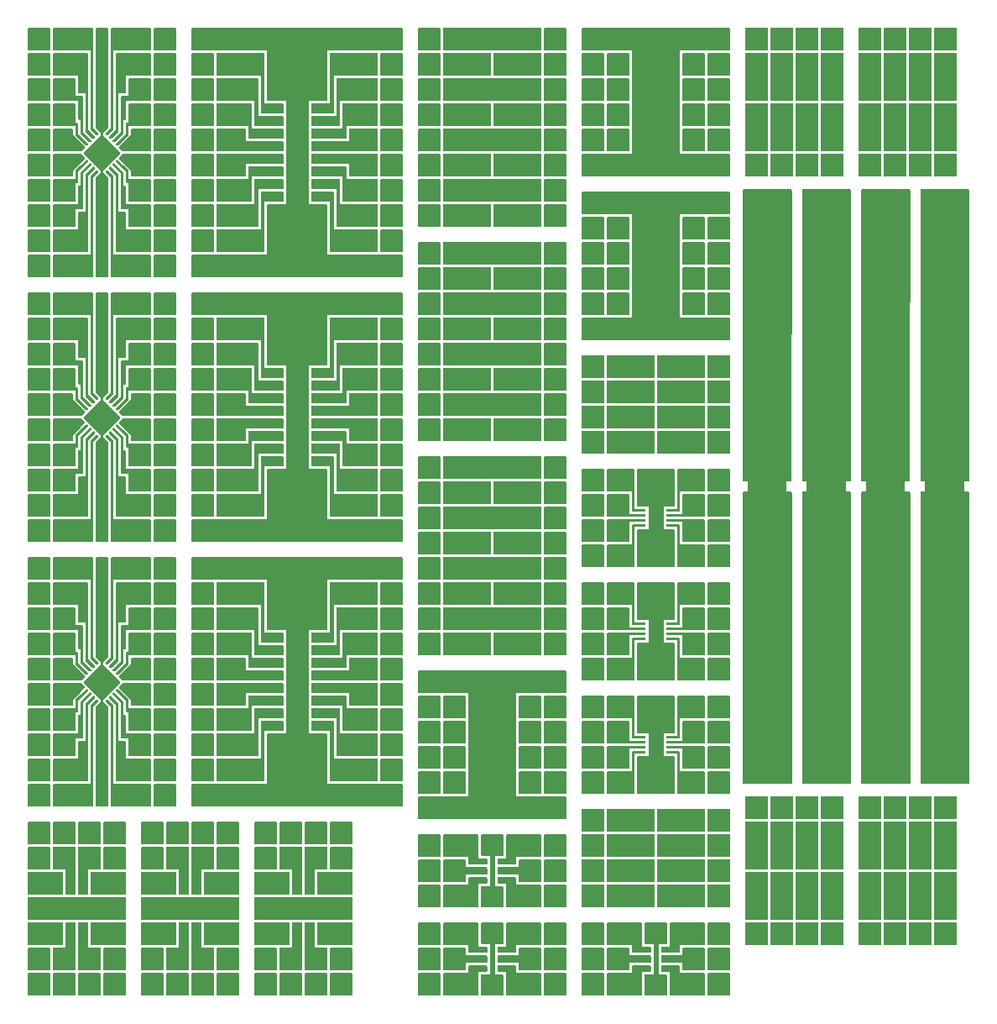
<source format=gtl>
G04 #@! TF.GenerationSoftware,KiCad,Pcbnew,7.0.7-7.0.7~ubuntu22.04.1*
G04 #@! TF.CreationDate,2023-09-17T14:22:27+02:00*
G04 #@! TF.ProjectId,100x100mm_all,31303078-3130-4306-9d6d-5f616c6c2e6b,rev?*
G04 #@! TF.SameCoordinates,Original*
G04 #@! TF.FileFunction,Copper,L1,Top*
G04 #@! TF.FilePolarity,Positive*
%FSLAX46Y46*%
G04 Gerber Fmt 4.6, Leading zero omitted, Abs format (unit mm)*
G04 Created by KiCad (PCBNEW 7.0.7-7.0.7~ubuntu22.04.1) date 2023-09-17 14:22:27*
%MOMM*%
%LPD*%
G01*
G04 APERTURE LIST*
G04 #@! TA.AperFunction,ViaPad*
%ADD10C,0.800000*%
G04 #@! TD*
G04 #@! TA.AperFunction,ViaPad*
%ADD11C,1.200000*%
G04 #@! TD*
G04 APERTURE END LIST*
D10*
X98425000Y-64389000D03*
D11*
X98425000Y-63246000D03*
D10*
X98425000Y-91059000D03*
X97282000Y-116586000D03*
D11*
X98425000Y-89916000D03*
D10*
X99568000Y-89916000D03*
X99568000Y-116586000D03*
D11*
X98425000Y-116586000D03*
D10*
X98425000Y-62103000D03*
X98425000Y-115443000D03*
X98425000Y-117729000D03*
X99568000Y-63246000D03*
X97282000Y-89916000D03*
X98425000Y-88773000D03*
X97282000Y-63246000D03*
G04 #@! TA.AperFunction,NonConductor*
G36*
X97961031Y-118360634D02*
G01*
X98006094Y-118389595D01*
X98018403Y-118401904D01*
X98052429Y-118464216D01*
X98047364Y-118535031D01*
X98018404Y-118580094D01*
X97536000Y-119062499D01*
X97536000Y-129033000D01*
X97515998Y-129101121D01*
X97462342Y-129147614D01*
X97410000Y-129159000D01*
X93598000Y-129159000D01*
X93529879Y-129138998D01*
X93483386Y-129085342D01*
X93472000Y-129033000D01*
X93472000Y-126999000D01*
X93492002Y-126930879D01*
X93545658Y-126884386D01*
X93598000Y-126873000D01*
X97282000Y-126873000D01*
X97282000Y-118987689D01*
X97302002Y-118919568D01*
X97318900Y-118898599D01*
X97827906Y-118389593D01*
X97890216Y-118355569D01*
X97961031Y-118360634D01*
G37*
G04 #@! TD.AperFunction*
G04 #@! TA.AperFunction,NonConductor*
G36*
X142729694Y-84981306D02*
G01*
X142748000Y-85025500D01*
X142748000Y-87186500D01*
X142729694Y-87230694D01*
X142685500Y-87249000D01*
X137984500Y-87249000D01*
X137940306Y-87230694D01*
X137922000Y-87186500D01*
X137922000Y-85025500D01*
X137940306Y-84981306D01*
X137984500Y-84963000D01*
X142685500Y-84963000D01*
X142729694Y-84981306D01*
G37*
G04 #@! TD.AperFunction*
G04 #@! TA.AperFunction,NonConductor*
G36*
X103320121Y-63393002D02*
G01*
X103366614Y-63446658D01*
X103378000Y-63499000D01*
X103378000Y-65533000D01*
X103357998Y-65601121D01*
X103304342Y-65647614D01*
X103252000Y-65659000D01*
X101472000Y-65659000D01*
X101403879Y-65638998D01*
X101357386Y-65585342D01*
X101346000Y-65533000D01*
X101346000Y-65024000D01*
X100183404Y-63861404D01*
X100149378Y-63799092D01*
X100154443Y-63728277D01*
X100183398Y-63683221D01*
X100387629Y-63478991D01*
X100415195Y-63444785D01*
X100424133Y-63430876D01*
X100477787Y-63384386D01*
X100530129Y-63373000D01*
X103252000Y-63373000D01*
X103320121Y-63393002D01*
G37*
G04 #@! TD.AperFunction*
G04 #@! TA.AperFunction,NonConductor*
G36*
X145230121Y-93873002D02*
G01*
X145276614Y-93926658D01*
X145288000Y-93979000D01*
X145288000Y-96013000D01*
X145267998Y-96081121D01*
X145214342Y-96127614D01*
X145162000Y-96139000D01*
X143128000Y-96139000D01*
X143059879Y-96118998D01*
X143013386Y-96065342D01*
X143002000Y-96013000D01*
X143002000Y-93979000D01*
X143022002Y-93910879D01*
X143075658Y-93864386D01*
X143128000Y-93853000D01*
X145162000Y-93853000D01*
X145230121Y-93873002D01*
G37*
G04 #@! TD.AperFunction*
G04 #@! TA.AperFunction,NonConductor*
G36*
X184639694Y-128161306D02*
G01*
X184658000Y-128205500D01*
X184658000Y-130366500D01*
X184639694Y-130410694D01*
X184595500Y-130429000D01*
X182434500Y-130429000D01*
X182390306Y-130410694D01*
X182372000Y-130366500D01*
X182372000Y-128205500D01*
X182390306Y-128161306D01*
X182434500Y-128143000D01*
X184595500Y-128143000D01*
X184639694Y-128161306D01*
G37*
G04 #@! TD.AperFunction*
G04 #@! TA.AperFunction,NonConductor*
G36*
X145230121Y-109113002D02*
G01*
X145276614Y-109166658D01*
X145288000Y-109219000D01*
X145288000Y-111253000D01*
X145267998Y-111321121D01*
X145214342Y-111367614D01*
X145162000Y-111379000D01*
X143128000Y-111379000D01*
X143059879Y-111358998D01*
X143013386Y-111305342D01*
X143002000Y-111253000D01*
X143002000Y-109219000D01*
X143022002Y-109150879D01*
X143075658Y-109104386D01*
X143128000Y-109093000D01*
X145162000Y-109093000D01*
X145230121Y-109113002D01*
G37*
G04 #@! TD.AperFunction*
G04 #@! TA.AperFunction,NonConductor*
G36*
X145230121Y-63393002D02*
G01*
X145276614Y-63446658D01*
X145288000Y-63499000D01*
X145288000Y-65533000D01*
X145267998Y-65601121D01*
X145214342Y-65647614D01*
X145162000Y-65659000D01*
X143128000Y-65659000D01*
X143059879Y-65638998D01*
X143013386Y-65585342D01*
X143002000Y-65533000D01*
X143002000Y-63499000D01*
X143022002Y-63430879D01*
X143075658Y-63384386D01*
X143128000Y-63373000D01*
X145162000Y-63373000D01*
X145230121Y-63393002D01*
G37*
G04 #@! TD.AperFunction*
G04 #@! TA.AperFunction,NonConductor*
G36*
X153169949Y-123065130D02*
G01*
X153209324Y-123075680D01*
X153237341Y-123091856D01*
X153260143Y-123114658D01*
X153276319Y-123142676D01*
X153284665Y-123173824D01*
X153284665Y-123206177D01*
X153276319Y-123237324D01*
X153260143Y-123265341D01*
X153237341Y-123288143D01*
X153209324Y-123304319D01*
X153184015Y-123311100D01*
X153169948Y-123314870D01*
X153153773Y-123317000D01*
X151638000Y-123317000D01*
X151638000Y-123444000D01*
X151638000Y-123444001D01*
X151638000Y-125213773D01*
X151635870Y-125229950D01*
X151625319Y-125269324D01*
X151609143Y-125297341D01*
X151586341Y-125320143D01*
X151558324Y-125336319D01*
X151533015Y-125343100D01*
X151518948Y-125346870D01*
X151502773Y-125349000D01*
X149487227Y-125349000D01*
X149471051Y-125346870D01*
X149446521Y-125340297D01*
X149431675Y-125336319D01*
X149403658Y-125320143D01*
X149380856Y-125297341D01*
X149364680Y-125269323D01*
X149354130Y-125229949D01*
X149352000Y-125213773D01*
X149352000Y-123198226D01*
X149354130Y-123182050D01*
X149356334Y-123173824D01*
X149364681Y-123142674D01*
X149380854Y-123114660D01*
X149403660Y-123091854D01*
X149431672Y-123075681D01*
X149471057Y-123065128D01*
X149487227Y-123063000D01*
X153153773Y-123063000D01*
X153169949Y-123065130D01*
G37*
G04 #@! TD.AperFunction*
G04 #@! TA.AperFunction,NonConductor*
G36*
X179559694Y-53231306D02*
G01*
X179578000Y-53275500D01*
X179578000Y-57976500D01*
X179559694Y-58020694D01*
X179515500Y-58039000D01*
X177354500Y-58039000D01*
X177310306Y-58020694D01*
X177292000Y-57976500D01*
X177292000Y-53275500D01*
X177310306Y-53231306D01*
X177354500Y-53213000D01*
X179515500Y-53213000D01*
X179559694Y-53231306D01*
G37*
G04 #@! TD.AperFunction*
G04 #@! TA.AperFunction,NonConductor*
G36*
X132530121Y-96413002D02*
G01*
X132576614Y-96466658D01*
X132588000Y-96519000D01*
X132588000Y-98553000D01*
X132567998Y-98621121D01*
X132514342Y-98667614D01*
X132462000Y-98679000D01*
X130428000Y-98679000D01*
X130359879Y-98658998D01*
X130313386Y-98605342D01*
X130302000Y-98553000D01*
X130302000Y-96519000D01*
X130322002Y-96450879D01*
X130375658Y-96404386D01*
X130428000Y-96393000D01*
X132462000Y-96393000D01*
X132530121Y-96413002D01*
G37*
G04 #@! TD.AperFunction*
G04 #@! TA.AperFunction,NonConductor*
G36*
X159239694Y-131971306D02*
G01*
X159258000Y-132015500D01*
X159258000Y-134176500D01*
X159239694Y-134220694D01*
X159195500Y-134239000D01*
X154494500Y-134239000D01*
X154450306Y-134220694D01*
X154432000Y-134176500D01*
X154432000Y-132015500D01*
X154450306Y-131971306D01*
X154494500Y-131953000D01*
X159195500Y-131953000D01*
X159239694Y-131971306D01*
G37*
G04 #@! TD.AperFunction*
G04 #@! TA.AperFunction,NonConductor*
G36*
X103320121Y-55773002D02*
G01*
X103366614Y-55826658D01*
X103378000Y-55879000D01*
X103378000Y-57913000D01*
X103357998Y-57981121D01*
X103304342Y-58027614D01*
X103252000Y-58039000D01*
X100838000Y-58039000D01*
X100838000Y-59818000D01*
X100817998Y-59886121D01*
X100764342Y-59932614D01*
X100712000Y-59944000D01*
X100584000Y-59944000D01*
X100584000Y-61225310D01*
X100563998Y-61293431D01*
X100547099Y-61314400D01*
X99897657Y-61963843D01*
X99707155Y-62154345D01*
X99644843Y-62188370D01*
X99574027Y-62183305D01*
X99528965Y-62154344D01*
X99516655Y-62142034D01*
X99482629Y-62079722D01*
X99487694Y-62008907D01*
X99516651Y-61963848D01*
X100330000Y-61150500D01*
X100330000Y-57657000D01*
X100350002Y-57588879D01*
X100403658Y-57542386D01*
X100456000Y-57531000D01*
X101092000Y-57531000D01*
X101092000Y-55879000D01*
X101112002Y-55810879D01*
X101165658Y-55764386D01*
X101218000Y-55753000D01*
X103252000Y-55753000D01*
X103320121Y-55773002D01*
G37*
G04 #@! TD.AperFunction*
G04 #@! TA.AperFunction,NonConductor*
G36*
X161740121Y-114193002D02*
G01*
X161786614Y-114246658D01*
X161798000Y-114299000D01*
X161798000Y-116333000D01*
X161777998Y-116401121D01*
X161724342Y-116447614D01*
X161672000Y-116459000D01*
X159638000Y-116459000D01*
X159569879Y-116438998D01*
X159523386Y-116385342D01*
X159512000Y-116333000D01*
X159512000Y-114299000D01*
X159532002Y-114230879D01*
X159585658Y-114184386D01*
X159638000Y-114173000D01*
X161672000Y-114173000D01*
X161740121Y-114193002D01*
G37*
G04 #@! TD.AperFunction*
G04 #@! TA.AperFunction,NonConductor*
G36*
X149040121Y-97683002D02*
G01*
X149086614Y-97736658D01*
X149098000Y-97789000D01*
X149098000Y-99823000D01*
X149077998Y-99891121D01*
X149024342Y-99937614D01*
X148972000Y-99949000D01*
X146938000Y-99949000D01*
X146869879Y-99928998D01*
X146823386Y-99875342D01*
X146812000Y-99823000D01*
X146812000Y-97789000D01*
X146832002Y-97720879D01*
X146885658Y-97674386D01*
X146938000Y-97663000D01*
X148972000Y-97663000D01*
X149040121Y-97683002D01*
G37*
G04 #@! TD.AperFunction*
G04 #@! TA.AperFunction,NonConductor*
G36*
X145230121Y-90063002D02*
G01*
X145276614Y-90116658D01*
X145288000Y-90169000D01*
X145288000Y-92203000D01*
X145267998Y-92271121D01*
X145214342Y-92317614D01*
X145162000Y-92329000D01*
X143128000Y-92329000D01*
X143059879Y-92308998D01*
X143013386Y-92255342D01*
X143002000Y-92203000D01*
X143002000Y-90169000D01*
X143022002Y-90100879D01*
X143075658Y-90054386D01*
X143128000Y-90043000D01*
X145162000Y-90043000D01*
X145230121Y-90063002D01*
G37*
G04 #@! TD.AperFunction*
G04 #@! TA.AperFunction,NonConductor*
G36*
X121139694Y-133241306D02*
G01*
X121158000Y-133285500D01*
X121158000Y-135446500D01*
X121139694Y-135490694D01*
X121095500Y-135509000D01*
X119888000Y-135509000D01*
X119888000Y-137986500D01*
X119869694Y-138030694D01*
X119825500Y-138049000D01*
X118934500Y-138049000D01*
X118890306Y-138030694D01*
X118872000Y-137986500D01*
X118872000Y-133285500D01*
X118890306Y-133241306D01*
X118934500Y-133223000D01*
X121095500Y-133223000D01*
X121139694Y-133241306D01*
G37*
G04 #@! TD.AperFunction*
G04 #@! TA.AperFunction,NonConductor*
G36*
X93160121Y-111653002D02*
G01*
X93206614Y-111706658D01*
X93218000Y-111759000D01*
X93218000Y-113793000D01*
X93197998Y-113861121D01*
X93144342Y-113907614D01*
X93092000Y-113919000D01*
X91058000Y-113919000D01*
X90989879Y-113898998D01*
X90943386Y-113845342D01*
X90932000Y-113793000D01*
X90932000Y-111759000D01*
X90952002Y-111690879D01*
X91005658Y-111644386D01*
X91058000Y-111633000D01*
X93092000Y-111633000D01*
X93160121Y-111653002D01*
G37*
G04 #@! TD.AperFunction*
G04 #@! TA.AperFunction,NonConductor*
G36*
X170669694Y-128161306D02*
G01*
X170688000Y-128205500D01*
X170688000Y-130366500D01*
X170669694Y-130410694D01*
X170625500Y-130429000D01*
X168464500Y-130429000D01*
X168420306Y-130410694D01*
X168402000Y-130366500D01*
X168402000Y-128205500D01*
X168420306Y-128161306D01*
X168464500Y-128143000D01*
X170625500Y-128143000D01*
X170669694Y-128161306D01*
G37*
G04 #@! TD.AperFunction*
G04 #@! TA.AperFunction,NonConductor*
G36*
X132530121Y-140863002D02*
G01*
X132576614Y-140916658D01*
X132588000Y-140969000D01*
X132588000Y-143003000D01*
X132567998Y-143071121D01*
X132514342Y-143117614D01*
X132462000Y-143129000D01*
X130428000Y-143129000D01*
X130359879Y-143108998D01*
X130313386Y-143055342D01*
X130302000Y-143003000D01*
X130302000Y-140969000D01*
X130322002Y-140900879D01*
X130375658Y-140854386D01*
X130428000Y-140843000D01*
X132462000Y-140843000D01*
X132530121Y-140863002D01*
G37*
G04 #@! TD.AperFunction*
G04 #@! TA.AperFunction,NonConductor*
G36*
X95700121Y-130703002D02*
G01*
X95746614Y-130756658D01*
X95758000Y-130809000D01*
X95758000Y-132843000D01*
X95737998Y-132911121D01*
X95684342Y-132957614D01*
X95632000Y-132969000D01*
X93598000Y-132969000D01*
X93529879Y-132948998D01*
X93483386Y-132895342D01*
X93472000Y-132843000D01*
X93472000Y-130809000D01*
X93492002Y-130740879D01*
X93545658Y-130694386D01*
X93598000Y-130683000D01*
X95632000Y-130683000D01*
X95700121Y-130703002D01*
G37*
G04 #@! TD.AperFunction*
G04 #@! TA.AperFunction,NonConductor*
G36*
X151518949Y-97665130D02*
G01*
X151558324Y-97675680D01*
X151586341Y-97691856D01*
X151609143Y-97714658D01*
X151625319Y-97742675D01*
X151635870Y-97782049D01*
X151638000Y-97798225D01*
X151638000Y-99695000D01*
X153153773Y-99695000D01*
X153169949Y-99697130D01*
X153209324Y-99707680D01*
X153237341Y-99723856D01*
X153260143Y-99746658D01*
X153276319Y-99774676D01*
X153284665Y-99805824D01*
X153284665Y-99838177D01*
X153276319Y-99869324D01*
X153260143Y-99897341D01*
X153237341Y-99920143D01*
X153209324Y-99936319D01*
X153184015Y-99943100D01*
X153169948Y-99946870D01*
X153153773Y-99949000D01*
X149487227Y-99949000D01*
X149471051Y-99946870D01*
X149446521Y-99940297D01*
X149431675Y-99936319D01*
X149403658Y-99920143D01*
X149380856Y-99897341D01*
X149364680Y-99869323D01*
X149354130Y-99829949D01*
X149352000Y-99813773D01*
X149352000Y-97798226D01*
X149354130Y-97782050D01*
X149354130Y-97782049D01*
X149364681Y-97742674D01*
X149380854Y-97714660D01*
X149403660Y-97691854D01*
X149431672Y-97675681D01*
X149471057Y-97665128D01*
X149487227Y-97663000D01*
X151502773Y-97663000D01*
X151518949Y-97665130D01*
G37*
G04 #@! TD.AperFunction*
G04 #@! TA.AperFunction,NonConductor*
G36*
X159239694Y-88791306D02*
G01*
X159258000Y-88835500D01*
X159258000Y-90996500D01*
X159239694Y-91040694D01*
X159195500Y-91059000D01*
X154494500Y-91059000D01*
X154450306Y-91040694D01*
X154432000Y-90996500D01*
X154432000Y-88835500D01*
X154450306Y-88791306D01*
X154494500Y-88773000D01*
X159195500Y-88773000D01*
X159239694Y-88791306D01*
G37*
G04 #@! TD.AperFunction*
G04 #@! TA.AperFunction,NonConductor*
G36*
X156090949Y-106555130D02*
G01*
X156130324Y-106565680D01*
X156158341Y-106581856D01*
X156181143Y-106604658D01*
X156197319Y-106632675D01*
X156207870Y-106672049D01*
X156210000Y-106688226D01*
X156210000Y-110227773D01*
X156207870Y-110243950D01*
X156197319Y-110283324D01*
X156181143Y-110311341D01*
X156158341Y-110334143D01*
X156130324Y-110350319D01*
X156105015Y-110357100D01*
X156090948Y-110360870D01*
X156074773Y-110363000D01*
X155067000Y-110363000D01*
X155067000Y-112649000D01*
X156074773Y-112649000D01*
X156090949Y-112651130D01*
X156130324Y-112661680D01*
X156158341Y-112677856D01*
X156181143Y-112700658D01*
X156197319Y-112728675D01*
X156207870Y-112768049D01*
X156210000Y-112784226D01*
X156210000Y-116323773D01*
X156207870Y-116339950D01*
X156197319Y-116379324D01*
X156181143Y-116407341D01*
X156158341Y-116430143D01*
X156130324Y-116446319D01*
X156105015Y-116453100D01*
X156090948Y-116456870D01*
X156074773Y-116459000D01*
X152535227Y-116459000D01*
X152519051Y-116456870D01*
X152494521Y-116450297D01*
X152479675Y-116446319D01*
X152451658Y-116430143D01*
X152428856Y-116407341D01*
X152412680Y-116379323D01*
X152402130Y-116339949D01*
X152400000Y-116323773D01*
X152400000Y-112784226D01*
X152402130Y-112768050D01*
X152402130Y-112768049D01*
X152412681Y-112728674D01*
X152428854Y-112700660D01*
X152451660Y-112677854D01*
X152479672Y-112661681D01*
X152519057Y-112651128D01*
X152535227Y-112649000D01*
X153415998Y-112649000D01*
X153416000Y-112649000D01*
X153543000Y-112649000D01*
X153543000Y-110363000D01*
X153416000Y-110363000D01*
X153415998Y-110363000D01*
X152535227Y-110363000D01*
X152519051Y-110360870D01*
X152494521Y-110354297D01*
X152479675Y-110350319D01*
X152451658Y-110334143D01*
X152428856Y-110311341D01*
X152412680Y-110283323D01*
X152402130Y-110243949D01*
X152400000Y-110227773D01*
X152400000Y-106688226D01*
X152402130Y-106672050D01*
X152402130Y-106672049D01*
X152412681Y-106632674D01*
X152428854Y-106604660D01*
X152451660Y-106581854D01*
X152479672Y-106565681D01*
X152519057Y-106555128D01*
X152535227Y-106553000D01*
X156074773Y-106553000D01*
X156090949Y-106555130D01*
G37*
G04 #@! TD.AperFunction*
G04 #@! TA.AperFunction,NonConductor*
G36*
X93160121Y-145943002D02*
G01*
X93206614Y-145996658D01*
X93218000Y-146049000D01*
X93218000Y-148083000D01*
X93197998Y-148151121D01*
X93144342Y-148197614D01*
X93092000Y-148209000D01*
X91058000Y-148209000D01*
X90989879Y-148188998D01*
X90943386Y-148135342D01*
X90932000Y-148083000D01*
X90932000Y-146049000D01*
X90952002Y-145980879D01*
X91005658Y-145934386D01*
X91058000Y-145923000D01*
X93092000Y-145923000D01*
X93160121Y-145943002D01*
G37*
G04 #@! TD.AperFunction*
G04 #@! TA.AperFunction,NonConductor*
G36*
X126219694Y-82441306D02*
G01*
X126238000Y-82485500D01*
X126238000Y-84646500D01*
X126219694Y-84690694D01*
X126175500Y-84709000D01*
X122428000Y-84709000D01*
X122428000Y-87186500D01*
X122409694Y-87230694D01*
X122365500Y-87249000D01*
X119569500Y-87249000D01*
X119525306Y-87230694D01*
X119507000Y-87186500D01*
X119507000Y-86295500D01*
X119525306Y-86251306D01*
X119569500Y-86233000D01*
X122047000Y-86233000D01*
X122047000Y-82485500D01*
X122065306Y-82441306D01*
X122109500Y-82423000D01*
X126175500Y-82423000D01*
X126219694Y-82441306D01*
G37*
G04 #@! TD.AperFunction*
G04 #@! TA.AperFunction,NonConductor*
G36*
X161740121Y-140863002D02*
G01*
X161786614Y-140916658D01*
X161798000Y-140969000D01*
X161798000Y-143003000D01*
X161777998Y-143071121D01*
X161724342Y-143117614D01*
X161672000Y-143129000D01*
X159638000Y-143129000D01*
X159569879Y-143108998D01*
X159523386Y-143055342D01*
X159512000Y-143003000D01*
X159512000Y-140969000D01*
X159532002Y-140900879D01*
X159585658Y-140854386D01*
X159638000Y-140843000D01*
X161672000Y-140843000D01*
X161740121Y-140863002D01*
G37*
G04 #@! TD.AperFunction*
G04 #@! TA.AperFunction,NonConductor*
G36*
X149079694Y-88791306D02*
G01*
X149098000Y-88835500D01*
X149098000Y-90996500D01*
X149079694Y-91040694D01*
X149035500Y-91059000D01*
X146874500Y-91059000D01*
X146830306Y-91040694D01*
X146812000Y-90996500D01*
X146812000Y-88835500D01*
X146830306Y-88791306D01*
X146874500Y-88773000D01*
X149035500Y-88773000D01*
X149079694Y-88791306D01*
G37*
G04 #@! TD.AperFunction*
G04 #@! TA.AperFunction,NonConductor*
G36*
X116694694Y-67201306D02*
G01*
X116713000Y-67245500D01*
X116713000Y-68136500D01*
X116694694Y-68180694D01*
X116650500Y-68199000D01*
X114808000Y-68199000D01*
X114808000Y-73216500D01*
X114789694Y-73260694D01*
X114745500Y-73279000D01*
X110044500Y-73279000D01*
X110000306Y-73260694D01*
X109982000Y-73216500D01*
X109982000Y-71055500D01*
X110000306Y-71011306D01*
X110044500Y-70993000D01*
X114427000Y-70993000D01*
X114427000Y-67245500D01*
X114445306Y-67201306D01*
X114489500Y-67183000D01*
X116650500Y-67183000D01*
X116694694Y-67201306D01*
G37*
G04 #@! TD.AperFunction*
G04 #@! TA.AperFunction,NonConductor*
G36*
X142628949Y-120525130D02*
G01*
X142668324Y-120535680D01*
X142696341Y-120551856D01*
X142719143Y-120574658D01*
X142735319Y-120602675D01*
X142745870Y-120642049D01*
X142748000Y-120658226D01*
X142748000Y-122673773D01*
X142745870Y-122689950D01*
X142735319Y-122729324D01*
X142719143Y-122757341D01*
X142696341Y-122780143D01*
X142668324Y-122796319D01*
X142643015Y-122803100D01*
X142628948Y-122806870D01*
X142612773Y-122809000D01*
X140597227Y-122809000D01*
X140581051Y-122806870D01*
X140556521Y-122800297D01*
X140541675Y-122796319D01*
X140513658Y-122780143D01*
X140490856Y-122757341D01*
X140474680Y-122729323D01*
X140464130Y-122689949D01*
X140462000Y-122673773D01*
X140462000Y-120658226D01*
X140464130Y-120642050D01*
X140464130Y-120642049D01*
X140474681Y-120602674D01*
X140490854Y-120574660D01*
X140513660Y-120551854D01*
X140541672Y-120535681D01*
X140581057Y-120525128D01*
X140597227Y-120523000D01*
X142612773Y-120523000D01*
X142628949Y-120525130D01*
G37*
G04 #@! TD.AperFunction*
G04 #@! TA.AperFunction,NonConductor*
G36*
X112249694Y-140861306D02*
G01*
X112268000Y-140905500D01*
X112268000Y-143066500D01*
X112249694Y-143110694D01*
X112205500Y-143129000D01*
X108774500Y-143129000D01*
X108730306Y-143110694D01*
X108712000Y-143066500D01*
X108712000Y-140905500D01*
X108730306Y-140861306D01*
X108774500Y-140843000D01*
X112205500Y-140843000D01*
X112249694Y-140861306D01*
G37*
G04 #@! TD.AperFunction*
G04 #@! TA.AperFunction,NonConductor*
G36*
X95700121Y-55773002D02*
G01*
X95746614Y-55826658D01*
X95758000Y-55878999D01*
X95758000Y-57531000D01*
X96394000Y-57531000D01*
X96462121Y-57551002D01*
X96508614Y-57604658D01*
X96520000Y-57657000D01*
X96520000Y-61150501D01*
X97333343Y-61963844D01*
X97367369Y-62026156D01*
X97362304Y-62096971D01*
X97333347Y-62142031D01*
X97321038Y-62154341D01*
X97258727Y-62188368D01*
X97187911Y-62183306D01*
X97142845Y-62154345D01*
X96302903Y-61314403D01*
X96268879Y-61252092D01*
X96266000Y-61225309D01*
X96266000Y-59944000D01*
X96138000Y-59944000D01*
X96069879Y-59923998D01*
X96023386Y-59870342D01*
X96012000Y-59818000D01*
X96012000Y-58039000D01*
X93598000Y-58039000D01*
X93529879Y-58018998D01*
X93483386Y-57965342D01*
X93472000Y-57913000D01*
X93472000Y-55879000D01*
X93492002Y-55810879D01*
X93545658Y-55764386D01*
X93598000Y-55753000D01*
X95632000Y-55753000D01*
X95700121Y-55773002D01*
G37*
G04 #@! TD.AperFunction*
G04 #@! TA.AperFunction,NonConductor*
G36*
X109670121Y-60853002D02*
G01*
X109716614Y-60906658D01*
X109728000Y-60959000D01*
X109728000Y-62993000D01*
X109707998Y-63061121D01*
X109654342Y-63107614D01*
X109602000Y-63119000D01*
X107568000Y-63119000D01*
X107499879Y-63098998D01*
X107453386Y-63045342D01*
X107442000Y-62993000D01*
X107442000Y-60959000D01*
X107462002Y-60890879D01*
X107515658Y-60844386D01*
X107568000Y-60833000D01*
X109602000Y-60833000D01*
X109670121Y-60853002D01*
G37*
G04 #@! TD.AperFunction*
G04 #@! TA.AperFunction,NonConductor*
G36*
X103320121Y-79903002D02*
G01*
X103366614Y-79956658D01*
X103378000Y-80009000D01*
X103378000Y-82043000D01*
X103357998Y-82111121D01*
X103304342Y-82157614D01*
X103252000Y-82169000D01*
X100838000Y-82169000D01*
X100838000Y-83821000D01*
X100817998Y-83889121D01*
X100764342Y-83935614D01*
X100712000Y-83947000D01*
X100076000Y-83947000D01*
X100076000Y-87704810D01*
X100055998Y-87772931D01*
X100039095Y-87793905D01*
X99357905Y-88475095D01*
X99295593Y-88509121D01*
X99224778Y-88504056D01*
X99179715Y-88475095D01*
X99167405Y-88462785D01*
X99133379Y-88400473D01*
X99138444Y-88329658D01*
X99167403Y-88284596D01*
X99822000Y-87630000D01*
X99822000Y-80009000D01*
X99842002Y-79940879D01*
X99895658Y-79894386D01*
X99948000Y-79883000D01*
X103252000Y-79883000D01*
X103320121Y-79903002D01*
G37*
G04 #@! TD.AperFunction*
G04 #@! TA.AperFunction,NonConductor*
G36*
X126219694Y-58311306D02*
G01*
X126238000Y-58355500D01*
X126238000Y-60516500D01*
X126219694Y-60560694D01*
X126175500Y-60579000D01*
X123063000Y-60579000D01*
X123063000Y-61786500D01*
X123044694Y-61830694D01*
X123000500Y-61849000D01*
X119569500Y-61849000D01*
X119525306Y-61830694D01*
X119507000Y-61786500D01*
X119507000Y-60895500D01*
X119525306Y-60851306D01*
X119569500Y-60833000D01*
X122682000Y-60833000D01*
X122682000Y-58355500D01*
X122700306Y-58311306D01*
X122744500Y-58293000D01*
X126175500Y-58293000D01*
X126219694Y-58311306D01*
G37*
G04 #@! TD.AperFunction*
G04 #@! TA.AperFunction,NonConductor*
G36*
X151580121Y-143403002D02*
G01*
X151626614Y-143456658D01*
X151638000Y-143508999D01*
X151638000Y-144145000D01*
X153671000Y-144145000D01*
X153739121Y-144165002D01*
X153785614Y-144218658D01*
X153797000Y-144271000D01*
X153797000Y-144781000D01*
X153776998Y-144849121D01*
X153723342Y-144895614D01*
X153671000Y-144907000D01*
X151638000Y-144907000D01*
X151638000Y-145543000D01*
X151617998Y-145611121D01*
X151564342Y-145657614D01*
X151512000Y-145669000D01*
X149478000Y-145669000D01*
X149409879Y-145648998D01*
X149363386Y-145595342D01*
X149352000Y-145543000D01*
X149352000Y-143509000D01*
X149372002Y-143440879D01*
X149425658Y-143394386D01*
X149478000Y-143383000D01*
X151512000Y-143383000D01*
X151580121Y-143403002D01*
G37*
G04 #@! TD.AperFunction*
G04 #@! TA.AperFunction,NonConductor*
G36*
X149040121Y-125623002D02*
G01*
X149086614Y-125676658D01*
X149098000Y-125729000D01*
X149098000Y-127763000D01*
X149077998Y-127831121D01*
X149024342Y-127877614D01*
X148972000Y-127889000D01*
X146938000Y-127889000D01*
X146869879Y-127868998D01*
X146823386Y-127815342D01*
X146812000Y-127763000D01*
X146812000Y-125729000D01*
X146832002Y-125660879D01*
X146885658Y-125614386D01*
X146938000Y-125603000D01*
X148972000Y-125603000D01*
X149040121Y-125623002D01*
G37*
G04 #@! TD.AperFunction*
G04 #@! TA.AperFunction,NonConductor*
G36*
X126219694Y-116731306D02*
G01*
X126238000Y-116775500D01*
X126238000Y-118936500D01*
X126219694Y-118980694D01*
X126175500Y-118999000D01*
X123379500Y-118999000D01*
X123335306Y-118980694D01*
X123317000Y-118936500D01*
X123317000Y-117729000D01*
X119569500Y-117729000D01*
X119525306Y-117710694D01*
X119507000Y-117666500D01*
X119507000Y-116775500D01*
X119525306Y-116731306D01*
X119569500Y-116713000D01*
X126175500Y-116713000D01*
X126219694Y-116731306D01*
G37*
G04 #@! TD.AperFunction*
G04 #@! TA.AperFunction,NonConductor*
G36*
X132530121Y-63393002D02*
G01*
X132576614Y-63446658D01*
X132588000Y-63499000D01*
X132588000Y-65533000D01*
X132567998Y-65601121D01*
X132514342Y-65647614D01*
X132462000Y-65659000D01*
X130428000Y-65659000D01*
X130359879Y-65638998D01*
X130313386Y-65585342D01*
X130302000Y-65533000D01*
X130302000Y-63499000D01*
X130322002Y-63430879D01*
X130375658Y-63384386D01*
X130428000Y-63373000D01*
X132462000Y-63373000D01*
X132530121Y-63393002D01*
G37*
G04 #@! TD.AperFunction*
G04 #@! TA.AperFunction,NonConductor*
G36*
X100780121Y-130703002D02*
G01*
X100826614Y-130756658D01*
X100838000Y-130809000D01*
X100838000Y-132843000D01*
X100817998Y-132911121D01*
X100764342Y-132957614D01*
X100712000Y-132969000D01*
X98678000Y-132969000D01*
X98609879Y-132948998D01*
X98563386Y-132895342D01*
X98552000Y-132843000D01*
X98552000Y-130809000D01*
X98572002Y-130740879D01*
X98625658Y-130694386D01*
X98678000Y-130683000D01*
X100712000Y-130683000D01*
X100780121Y-130703002D01*
G37*
G04 #@! TD.AperFunction*
G04 #@! TA.AperFunction,NonConductor*
G36*
X123640121Y-130703002D02*
G01*
X123686614Y-130756658D01*
X123698000Y-130809000D01*
X123698000Y-132843000D01*
X123677998Y-132911121D01*
X123624342Y-132957614D01*
X123572000Y-132969000D01*
X121538000Y-132969000D01*
X121469879Y-132948998D01*
X121423386Y-132895342D01*
X121412000Y-132843000D01*
X121412000Y-130809000D01*
X121432002Y-130740879D01*
X121485658Y-130694386D01*
X121538000Y-130683000D01*
X123572000Y-130683000D01*
X123640121Y-130703002D01*
G37*
G04 #@! TD.AperFunction*
G04 #@! TA.AperFunction,NonConductor*
G36*
X132468949Y-120525130D02*
G01*
X132508324Y-120535680D01*
X132536341Y-120551856D01*
X132559143Y-120574658D01*
X132575319Y-120602675D01*
X132585870Y-120642049D01*
X132588000Y-120658226D01*
X132588000Y-122673773D01*
X132585870Y-122689950D01*
X132575319Y-122729324D01*
X132559143Y-122757341D01*
X132536341Y-122780143D01*
X132508324Y-122796319D01*
X132483015Y-122803100D01*
X132468948Y-122806870D01*
X132452773Y-122809000D01*
X130437227Y-122809000D01*
X130421051Y-122806870D01*
X130396521Y-122800297D01*
X130381675Y-122796319D01*
X130353658Y-122780143D01*
X130330856Y-122757341D01*
X130314680Y-122729323D01*
X130304130Y-122689949D01*
X130302000Y-122673773D01*
X130302000Y-120658226D01*
X130304130Y-120642050D01*
X130304130Y-120642049D01*
X130314681Y-120602674D01*
X130330854Y-120574660D01*
X130353660Y-120551854D01*
X130381672Y-120535681D01*
X130421057Y-120525128D01*
X130437227Y-120523000D01*
X132452773Y-120523000D01*
X132468949Y-120525130D01*
G37*
G04 #@! TD.AperFunction*
G04 #@! TA.AperFunction,NonConductor*
G36*
X170669694Y-58311306D02*
G01*
X170688000Y-58355500D01*
X170688000Y-63056500D01*
X170669694Y-63100694D01*
X170625500Y-63119000D01*
X168464500Y-63119000D01*
X168420306Y-63100694D01*
X168402000Y-63056500D01*
X168402000Y-58355500D01*
X168420306Y-58311306D01*
X168464500Y-58293000D01*
X170625500Y-58293000D01*
X170669694Y-58311306D01*
G37*
G04 #@! TD.AperFunction*
G04 #@! TA.AperFunction,NonConductor*
G36*
X149079694Y-131971306D02*
G01*
X149098000Y-132015500D01*
X149098000Y-134176500D01*
X149079694Y-134220694D01*
X149035500Y-134239000D01*
X146874500Y-134239000D01*
X146830306Y-134220694D01*
X146812000Y-134176500D01*
X146812000Y-132015500D01*
X146830306Y-131971306D01*
X146874500Y-131953000D01*
X149035500Y-131953000D01*
X149079694Y-131971306D01*
G37*
G04 #@! TD.AperFunction*
G04 #@! TA.AperFunction,NonConductor*
G36*
X93160121Y-79903002D02*
G01*
X93206614Y-79956658D01*
X93218000Y-80009000D01*
X93218000Y-82043000D01*
X93197998Y-82111121D01*
X93144342Y-82157614D01*
X93092000Y-82169000D01*
X91058000Y-82169000D01*
X90989879Y-82148998D01*
X90943386Y-82095342D01*
X90932000Y-82043000D01*
X90932000Y-80009000D01*
X90952002Y-79940879D01*
X91005658Y-79894386D01*
X91058000Y-79883000D01*
X93092000Y-79883000D01*
X93160121Y-79903002D01*
G37*
G04 #@! TD.AperFunction*
G04 #@! TA.AperFunction,NonConductor*
G36*
X151518949Y-53215130D02*
G01*
X151558324Y-53225680D01*
X151586341Y-53241856D01*
X151609143Y-53264658D01*
X151625319Y-53292675D01*
X151635870Y-53332049D01*
X151638000Y-53348226D01*
X151638000Y-55363773D01*
X151635870Y-55379950D01*
X151625319Y-55419324D01*
X151609143Y-55447341D01*
X151586341Y-55470143D01*
X151558324Y-55486319D01*
X151533015Y-55493100D01*
X151518948Y-55496870D01*
X151502773Y-55499000D01*
X149487227Y-55499000D01*
X149471051Y-55496870D01*
X149446521Y-55490297D01*
X149431675Y-55486319D01*
X149403658Y-55470143D01*
X149380856Y-55447341D01*
X149364680Y-55419323D01*
X149354130Y-55379949D01*
X149352000Y-55363773D01*
X149352000Y-53348226D01*
X149354130Y-53332050D01*
X149354130Y-53332049D01*
X149364681Y-53292674D01*
X149380854Y-53264660D01*
X149403660Y-53241854D01*
X149431672Y-53225681D01*
X149471057Y-53215128D01*
X149487227Y-53213000D01*
X151502773Y-53213000D01*
X151518949Y-53215130D01*
G37*
G04 #@! TD.AperFunction*
G04 #@! TA.AperFunction,NonConductor*
G36*
X161740121Y-111653002D02*
G01*
X161786614Y-111706658D01*
X161798000Y-111759000D01*
X161798000Y-113793000D01*
X161777998Y-113861121D01*
X161724342Y-113907614D01*
X161672000Y-113919000D01*
X159638000Y-113919000D01*
X159569879Y-113898998D01*
X159523386Y-113845342D01*
X159512000Y-113793000D01*
X159512000Y-111759000D01*
X159532002Y-111690879D01*
X159585658Y-111644386D01*
X159638000Y-111633000D01*
X161672000Y-111633000D01*
X161740121Y-111653002D01*
G37*
G04 #@! TD.AperFunction*
G04 #@! TA.AperFunction,NonConductor*
G36*
X126219694Y-55771306D02*
G01*
X126238000Y-55815500D01*
X126238000Y-57976500D01*
X126219694Y-58020694D01*
X126175500Y-58039000D01*
X122428000Y-58039000D01*
X122428000Y-60516500D01*
X122409694Y-60560694D01*
X122365500Y-60579000D01*
X119569500Y-60579000D01*
X119525306Y-60560694D01*
X119507000Y-60516500D01*
X119507000Y-59625500D01*
X119525306Y-59581306D01*
X119569500Y-59563000D01*
X122047000Y-59563000D01*
X122047000Y-55815500D01*
X122065306Y-55771306D01*
X122109500Y-55753000D01*
X126175500Y-55753000D01*
X126219694Y-55771306D01*
G37*
G04 #@! TD.AperFunction*
G04 #@! TA.AperFunction,NonConductor*
G36*
X126219694Y-53231306D02*
G01*
X126238000Y-53275500D01*
X126238000Y-55436500D01*
X126219694Y-55480694D01*
X126175500Y-55499000D01*
X121793000Y-55499000D01*
X121793000Y-59246500D01*
X121774694Y-59290694D01*
X121730500Y-59309000D01*
X119569500Y-59309000D01*
X119525306Y-59290694D01*
X119507000Y-59246500D01*
X119507000Y-58355500D01*
X119525306Y-58311306D01*
X119569500Y-58293000D01*
X121411999Y-58293000D01*
X121412000Y-58293000D01*
X121412000Y-53275500D01*
X121430306Y-53231306D01*
X121474500Y-53213000D01*
X126175500Y-53213000D01*
X126219694Y-53231306D01*
G37*
G04 #@! TD.AperFunction*
G04 #@! TA.AperFunction,NonConductor*
G36*
X100819694Y-135781306D02*
G01*
X100838000Y-135825500D01*
X100838000Y-137986500D01*
X100819694Y-138030694D01*
X100775500Y-138049000D01*
X97344500Y-138049000D01*
X97300306Y-138030694D01*
X97282000Y-137986500D01*
X97282000Y-135825500D01*
X97300306Y-135781306D01*
X97344500Y-135763000D01*
X100775500Y-135763000D01*
X100819694Y-135781306D01*
G37*
G04 #@! TD.AperFunction*
G04 #@! TA.AperFunction,NonConductor*
G36*
X151518949Y-109095130D02*
G01*
X151558324Y-109105680D01*
X151586341Y-109121856D01*
X151609143Y-109144658D01*
X151625319Y-109172675D01*
X151635870Y-109212049D01*
X151638000Y-109228225D01*
X151638000Y-111125000D01*
X153153773Y-111125000D01*
X153169949Y-111127130D01*
X153209324Y-111137680D01*
X153237341Y-111153856D01*
X153260143Y-111176658D01*
X153276319Y-111204676D01*
X153284665Y-111235824D01*
X153284665Y-111268177D01*
X153276319Y-111299324D01*
X153260143Y-111327341D01*
X153237341Y-111350143D01*
X153209324Y-111366319D01*
X153184015Y-111373100D01*
X153169948Y-111376870D01*
X153153773Y-111379000D01*
X149487227Y-111379000D01*
X149471051Y-111376870D01*
X149446521Y-111370297D01*
X149431675Y-111366319D01*
X149403658Y-111350143D01*
X149380856Y-111327341D01*
X149364680Y-111299323D01*
X149354130Y-111259949D01*
X149352000Y-111243773D01*
X149352000Y-109228226D01*
X149354130Y-109212050D01*
X149354130Y-109212049D01*
X149364681Y-109172674D01*
X149380854Y-109144660D01*
X149403660Y-109121854D01*
X149431672Y-109105681D01*
X149471057Y-109095128D01*
X149487227Y-109093000D01*
X151502773Y-109093000D01*
X151518949Y-109095130D01*
G37*
G04 #@! TD.AperFunction*
G04 #@! TA.AperFunction,NonConductor*
G36*
X105860121Y-104033002D02*
G01*
X105906614Y-104086658D01*
X105918000Y-104139000D01*
X105918000Y-106173000D01*
X105897998Y-106241121D01*
X105844342Y-106287614D01*
X105792000Y-106299000D01*
X103758000Y-106299000D01*
X103689879Y-106278998D01*
X103643386Y-106225342D01*
X103632000Y-106173000D01*
X103632000Y-104139000D01*
X103652002Y-104070879D01*
X103705658Y-104024386D01*
X103758000Y-104013000D01*
X105792000Y-104013000D01*
X105860121Y-104033002D01*
G37*
G04 #@! TD.AperFunction*
G04 #@! TA.AperFunction,NonConductor*
G36*
X137649694Y-53231306D02*
G01*
X137668000Y-53275500D01*
X137668000Y-55436500D01*
X137649694Y-55480694D01*
X137605500Y-55499000D01*
X132904500Y-55499000D01*
X132860306Y-55480694D01*
X132842000Y-55436500D01*
X132842000Y-53275500D01*
X132860306Y-53231306D01*
X132904500Y-53213000D01*
X137605500Y-53213000D01*
X137649694Y-53231306D01*
G37*
G04 #@! TD.AperFunction*
G04 #@! TA.AperFunction,NonConductor*
G36*
X116694694Y-92601306D02*
G01*
X116713000Y-92645500D01*
X116713000Y-93536500D01*
X116694694Y-93580694D01*
X116650500Y-93599000D01*
X114173000Y-93599000D01*
X114173000Y-97346500D01*
X114154694Y-97390694D01*
X114110500Y-97409000D01*
X110044500Y-97409000D01*
X110000306Y-97390694D01*
X109982000Y-97346500D01*
X109982000Y-95185500D01*
X110000306Y-95141306D01*
X110044500Y-95123000D01*
X113792000Y-95123000D01*
X113792000Y-92645500D01*
X113810306Y-92601306D01*
X113854500Y-92583000D01*
X116650500Y-92583000D01*
X116694694Y-92601306D01*
G37*
G04 #@! TD.AperFunction*
G04 #@! TA.AperFunction,NonConductor*
G36*
X98977037Y-91690636D02*
G01*
X99022095Y-91719595D01*
X99531095Y-92228595D01*
X99565121Y-92290907D01*
X99568000Y-92317689D01*
X99568000Y-100203000D01*
X103252000Y-100203000D01*
X103320121Y-100223002D01*
X103366614Y-100276658D01*
X103378000Y-100329000D01*
X103378000Y-102363000D01*
X103357998Y-102431121D01*
X103304342Y-102477614D01*
X103252000Y-102489000D01*
X99440000Y-102489000D01*
X99371879Y-102468998D01*
X99325386Y-102415342D01*
X99314000Y-102363000D01*
X99314000Y-92392499D01*
X98831595Y-91910094D01*
X98797569Y-91847782D01*
X98802634Y-91776967D01*
X98831594Y-91731905D01*
X98843910Y-91719589D01*
X98906222Y-91685568D01*
X98977037Y-91690636D01*
G37*
G04 #@! TD.AperFunction*
G04 #@! TA.AperFunction,NonConductor*
G36*
X132530121Y-134513002D02*
G01*
X132576614Y-134566658D01*
X132588000Y-134619000D01*
X132588000Y-136653000D01*
X132567998Y-136721121D01*
X132514342Y-136767614D01*
X132462000Y-136779000D01*
X130428000Y-136779000D01*
X130359879Y-136758998D01*
X130313386Y-136705342D01*
X130302000Y-136653000D01*
X130302000Y-134619000D01*
X130322002Y-134550879D01*
X130375658Y-134504386D01*
X130428000Y-134493000D01*
X132462000Y-134493000D01*
X132530121Y-134513002D01*
G37*
G04 #@! TD.AperFunction*
G04 #@! TA.AperFunction,NonConductor*
G36*
X103320121Y-77363002D02*
G01*
X103366614Y-77416658D01*
X103378000Y-77469000D01*
X103378000Y-79503000D01*
X103357998Y-79571121D01*
X103304342Y-79617614D01*
X103252000Y-79629000D01*
X99568000Y-79629000D01*
X99568000Y-87514309D01*
X99547998Y-87582430D01*
X99531095Y-87603404D01*
X99022094Y-88112405D01*
X98959782Y-88146431D01*
X98888967Y-88141366D01*
X98843905Y-88112405D01*
X98831589Y-88100089D01*
X98797568Y-88037778D01*
X98802636Y-87966963D01*
X98831593Y-87921906D01*
X99314000Y-87439500D01*
X99314000Y-77469000D01*
X99334002Y-77400879D01*
X99387658Y-77354386D01*
X99440000Y-77343000D01*
X103252000Y-77343000D01*
X103320121Y-77363002D01*
G37*
G04 #@! TD.AperFunction*
G04 #@! TA.AperFunction,NonConductor*
G36*
X97625221Y-91327944D02*
G01*
X97670284Y-91356905D01*
X97682594Y-91369215D01*
X97716620Y-91431527D01*
X97711555Y-91502342D01*
X97682594Y-91547405D01*
X97028000Y-92201998D01*
X97028000Y-99823000D01*
X97007998Y-99891121D01*
X96954342Y-99937614D01*
X96902000Y-99949000D01*
X93598000Y-99949000D01*
X93529879Y-99928998D01*
X93483386Y-99875342D01*
X93472000Y-99823000D01*
X93472000Y-97789000D01*
X93492002Y-97720879D01*
X93545658Y-97674386D01*
X93598000Y-97663000D01*
X96012000Y-97663000D01*
X96012000Y-96011000D01*
X96032002Y-95942879D01*
X96085658Y-95896386D01*
X96138000Y-95885000D01*
X96774000Y-95885000D01*
X96774000Y-92127190D01*
X96794002Y-92059069D01*
X96810899Y-92038100D01*
X97492097Y-91356902D01*
X97554406Y-91322880D01*
X97625221Y-91327944D01*
G37*
G04 #@! TD.AperFunction*
G04 #@! TA.AperFunction,NonConductor*
G36*
X123640121Y-133243002D02*
G01*
X123686614Y-133296658D01*
X123698000Y-133349000D01*
X123698000Y-135383000D01*
X123677998Y-135451121D01*
X123624342Y-135497614D01*
X123572000Y-135509000D01*
X121538000Y-135509000D01*
X121469879Y-135488998D01*
X121423386Y-135435342D01*
X121412000Y-135383000D01*
X121412000Y-133349000D01*
X121432002Y-133280879D01*
X121485658Y-133234386D01*
X121538000Y-133223000D01*
X123572000Y-133223000D01*
X123640121Y-133243002D01*
G37*
G04 #@! TD.AperFunction*
G04 #@! TA.AperFunction,NonConductor*
G36*
X135008949Y-120525130D02*
G01*
X135048324Y-120535680D01*
X135076341Y-120551856D01*
X135099143Y-120574658D01*
X135115319Y-120602675D01*
X135125870Y-120642049D01*
X135128000Y-120658226D01*
X135128000Y-122673773D01*
X135125870Y-122689950D01*
X135115319Y-122729324D01*
X135099143Y-122757341D01*
X135076341Y-122780143D01*
X135048324Y-122796319D01*
X135023015Y-122803100D01*
X135008948Y-122806870D01*
X134992773Y-122809000D01*
X132977227Y-122809000D01*
X132961051Y-122806870D01*
X132936521Y-122800297D01*
X132921675Y-122796319D01*
X132893658Y-122780143D01*
X132870856Y-122757341D01*
X132854680Y-122729323D01*
X132844130Y-122689949D01*
X132842000Y-122673773D01*
X132842000Y-120658226D01*
X132844130Y-120642050D01*
X132844130Y-120642049D01*
X132854681Y-120602674D01*
X132870854Y-120574660D01*
X132893660Y-120551854D01*
X132921672Y-120535681D01*
X132961057Y-120525128D01*
X132977227Y-120523000D01*
X134992773Y-120523000D01*
X135008949Y-120525130D01*
G37*
G04 #@! TD.AperFunction*
G04 #@! TA.AperFunction,NonConductor*
G36*
X142729694Y-58311306D02*
G01*
X142748000Y-58355500D01*
X142748000Y-60516500D01*
X142729694Y-60560694D01*
X142685500Y-60579000D01*
X137984500Y-60579000D01*
X137940306Y-60560694D01*
X137922000Y-60516500D01*
X137922000Y-58355500D01*
X137940306Y-58311306D01*
X137984500Y-58293000D01*
X142685500Y-58293000D01*
X142729694Y-58311306D01*
G37*
G04 #@! TD.AperFunction*
G04 #@! TA.AperFunction,NonConductor*
G36*
X142729694Y-77361306D02*
G01*
X142748000Y-77405500D01*
X142748000Y-79566500D01*
X142729694Y-79610694D01*
X142685500Y-79629000D01*
X132904500Y-79629000D01*
X132860306Y-79610694D01*
X132842000Y-79566500D01*
X132842000Y-77405500D01*
X132860306Y-77361306D01*
X132904500Y-77343000D01*
X142685500Y-77343000D01*
X142729694Y-77361306D01*
G37*
G04 #@! TD.AperFunction*
G04 #@! TA.AperFunction,NonConductor*
G36*
X93160121Y-50693002D02*
G01*
X93206614Y-50746658D01*
X93218000Y-50799000D01*
X93218000Y-52833000D01*
X93197998Y-52901121D01*
X93144342Y-52947614D01*
X93092000Y-52959000D01*
X91058000Y-52959000D01*
X90989879Y-52938998D01*
X90943386Y-52885342D01*
X90932000Y-52833000D01*
X90932000Y-50799000D01*
X90952002Y-50730879D01*
X91005658Y-50684386D01*
X91058000Y-50673000D01*
X93092000Y-50673000D01*
X93160121Y-50693002D01*
G37*
G04 #@! TD.AperFunction*
G04 #@! TA.AperFunction,NonConductor*
G36*
X170669694Y-135781306D02*
G01*
X170688000Y-135825500D01*
X170688000Y-140526500D01*
X170669694Y-140570694D01*
X170625500Y-140589000D01*
X168464500Y-140589000D01*
X168420306Y-140570694D01*
X168402000Y-140526500D01*
X168402000Y-135825500D01*
X168420306Y-135781306D01*
X168464500Y-135763000D01*
X170625500Y-135763000D01*
X170669694Y-135781306D01*
G37*
G04 #@! TD.AperFunction*
G04 #@! TA.AperFunction,NonConductor*
G36*
X137649694Y-84981306D02*
G01*
X137668000Y-85025500D01*
X137668000Y-87186500D01*
X137649694Y-87230694D01*
X137605500Y-87249000D01*
X132904500Y-87249000D01*
X132860306Y-87230694D01*
X132842000Y-87186500D01*
X132842000Y-85025500D01*
X132860306Y-84981306D01*
X132904500Y-84963000D01*
X137605500Y-84963000D01*
X137649694Y-84981306D01*
G37*
G04 #@! TD.AperFunction*
G04 #@! TA.AperFunction,NonConductor*
G36*
X128720121Y-55773002D02*
G01*
X128766614Y-55826658D01*
X128778000Y-55879000D01*
X128778000Y-57913000D01*
X128757998Y-57981121D01*
X128704342Y-58027614D01*
X128652000Y-58039000D01*
X126618000Y-58039000D01*
X126549879Y-58018998D01*
X126503386Y-57965342D01*
X126492000Y-57913000D01*
X126492000Y-55879000D01*
X126512002Y-55810879D01*
X126565658Y-55764386D01*
X126618000Y-55753000D01*
X128652000Y-55753000D01*
X128720121Y-55773002D01*
G37*
G04 #@! TD.AperFunction*
G04 #@! TA.AperFunction,NonConductor*
G36*
X159138949Y-77345130D02*
G01*
X159178324Y-77355680D01*
X159206341Y-77371856D01*
X159229143Y-77394658D01*
X159245319Y-77422675D01*
X159255870Y-77462049D01*
X159258000Y-77478226D01*
X159258000Y-79493773D01*
X159255870Y-79509950D01*
X159245319Y-79549324D01*
X159229143Y-79577341D01*
X159206341Y-79600143D01*
X159178324Y-79616319D01*
X159153015Y-79623100D01*
X159138948Y-79626870D01*
X159122773Y-79629000D01*
X157107227Y-79629000D01*
X157091051Y-79626870D01*
X157066521Y-79620297D01*
X157051675Y-79616319D01*
X157023658Y-79600143D01*
X157000856Y-79577341D01*
X156984680Y-79549323D01*
X156974130Y-79509949D01*
X156972000Y-79493773D01*
X156972000Y-77478226D01*
X156974130Y-77462050D01*
X156974130Y-77462049D01*
X156984681Y-77422674D01*
X157000854Y-77394660D01*
X157023660Y-77371854D01*
X157051672Y-77355681D01*
X157091057Y-77345128D01*
X157107227Y-77343000D01*
X159122773Y-77343000D01*
X159138949Y-77345130D01*
G37*
G04 #@! TD.AperFunction*
G04 #@! TA.AperFunction,NonConductor*
G36*
X153169949Y-100713130D02*
G01*
X153209324Y-100723680D01*
X153237341Y-100739856D01*
X153260143Y-100762658D01*
X153276319Y-100790676D01*
X153284665Y-100821824D01*
X153284665Y-100854177D01*
X153276319Y-100885324D01*
X153260143Y-100913341D01*
X153237341Y-100936143D01*
X153209324Y-100952319D01*
X153184015Y-100959100D01*
X153169948Y-100962870D01*
X153153773Y-100965000D01*
X152146000Y-100965000D01*
X152146000Y-101092000D01*
X152146000Y-101092001D01*
X152146000Y-104893773D01*
X152143870Y-104909950D01*
X152133319Y-104949324D01*
X152117143Y-104977341D01*
X152094341Y-105000143D01*
X152066324Y-105016319D01*
X152041015Y-105023100D01*
X152026948Y-105026870D01*
X152010773Y-105029000D01*
X149487227Y-105029000D01*
X149471051Y-105026870D01*
X149446521Y-105020297D01*
X149431675Y-105016319D01*
X149403658Y-105000143D01*
X149380856Y-104977341D01*
X149364680Y-104949323D01*
X149354130Y-104909949D01*
X149352000Y-104893773D01*
X149352000Y-102878226D01*
X149354130Y-102862050D01*
X149364681Y-102822674D01*
X149380854Y-102794660D01*
X149403660Y-102771854D01*
X149431672Y-102755681D01*
X149471057Y-102745128D01*
X149487227Y-102743000D01*
X151764998Y-102743000D01*
X151765000Y-102743000D01*
X151892000Y-102743000D01*
X151892000Y-100846226D01*
X151894130Y-100830050D01*
X151896334Y-100821824D01*
X151904681Y-100790674D01*
X151920854Y-100762660D01*
X151943660Y-100739854D01*
X151971672Y-100723681D01*
X152011057Y-100713128D01*
X152027227Y-100711000D01*
X153153773Y-100711000D01*
X153169949Y-100713130D01*
G37*
G04 #@! TD.AperFunction*
G04 #@! TA.AperFunction,NonConductor*
G36*
X93160121Y-53233002D02*
G01*
X93206614Y-53286658D01*
X93218000Y-53339000D01*
X93218000Y-55373000D01*
X93197998Y-55441121D01*
X93144342Y-55487614D01*
X93092000Y-55499000D01*
X91058000Y-55499000D01*
X90989879Y-55478998D01*
X90943386Y-55425342D01*
X90932000Y-55373000D01*
X90932000Y-53339000D01*
X90952002Y-53270879D01*
X91005658Y-53224386D01*
X91058000Y-53213000D01*
X93092000Y-53213000D01*
X93160121Y-53233002D01*
G37*
G04 #@! TD.AperFunction*
G04 #@! TA.AperFunction,NonConductor*
G36*
X128720121Y-121813002D02*
G01*
X128766614Y-121866658D01*
X128778000Y-121919000D01*
X128778000Y-123953000D01*
X128757998Y-124021121D01*
X128704342Y-124067614D01*
X128652000Y-124079000D01*
X126618000Y-124079000D01*
X126549879Y-124058998D01*
X126503386Y-124005342D01*
X126492000Y-123953000D01*
X126492000Y-121919000D01*
X126512002Y-121850879D01*
X126565658Y-121804386D01*
X126618000Y-121793000D01*
X128652000Y-121793000D01*
X128720121Y-121813002D01*
G37*
G04 #@! TD.AperFunction*
G04 #@! TA.AperFunction,NonConductor*
G36*
X116694694Y-91331306D02*
G01*
X116713000Y-91375500D01*
X116713000Y-92266500D01*
X116694694Y-92310694D01*
X116650500Y-92329000D01*
X113538000Y-92329000D01*
X113538000Y-94806500D01*
X113519694Y-94850694D01*
X113475500Y-94869000D01*
X110044500Y-94869000D01*
X110000306Y-94850694D01*
X109982000Y-94806500D01*
X109982000Y-92645500D01*
X110000306Y-92601306D01*
X110044500Y-92583000D01*
X113156999Y-92583000D01*
X113157000Y-92583000D01*
X113157000Y-91375499D01*
X113175306Y-91331306D01*
X113219500Y-91313000D01*
X116650500Y-91313000D01*
X116694694Y-91331306D01*
G37*
G04 #@! TD.AperFunction*
G04 #@! TA.AperFunction,NonConductor*
G36*
X99312842Y-117997943D02*
G01*
X99357900Y-118026900D01*
X100039097Y-118708097D01*
X100073121Y-118770407D01*
X100076000Y-118797189D01*
X100076000Y-122555000D01*
X100712000Y-122555000D01*
X100780121Y-122575002D01*
X100826614Y-122628658D01*
X100838000Y-122680999D01*
X100838000Y-124333000D01*
X103252000Y-124333000D01*
X103320121Y-124353002D01*
X103366614Y-124406658D01*
X103378000Y-124459000D01*
X103378000Y-126493000D01*
X103357998Y-126561121D01*
X103304342Y-126607614D01*
X103252000Y-126619000D01*
X99948000Y-126619000D01*
X99879879Y-126598998D01*
X99833386Y-126545342D01*
X99822000Y-126493000D01*
X99822000Y-118872000D01*
X99821999Y-118871998D01*
X99167405Y-118217404D01*
X99133379Y-118155092D01*
X99138444Y-118084277D01*
X99167403Y-118039216D01*
X99179717Y-118026902D01*
X99242027Y-117992878D01*
X99312842Y-117997943D01*
G37*
G04 #@! TD.AperFunction*
G04 #@! TA.AperFunction,NonConductor*
G36*
X184639694Y-63391306D02*
G01*
X184658000Y-63435500D01*
X184658000Y-65596500D01*
X184639694Y-65640694D01*
X184595500Y-65659000D01*
X182434500Y-65659000D01*
X182390306Y-65640694D01*
X182372000Y-65596500D01*
X182372000Y-63435500D01*
X182390306Y-63391306D01*
X182434500Y-63373000D01*
X184595500Y-63373000D01*
X184639694Y-63391306D01*
G37*
G04 #@! TD.AperFunction*
G04 #@! TA.AperFunction,NonConductor*
G36*
X142729694Y-65931306D02*
G01*
X142748000Y-65975500D01*
X142748000Y-68136500D01*
X142729694Y-68180694D01*
X142685500Y-68199000D01*
X132904500Y-68199000D01*
X132860306Y-68180694D01*
X132842000Y-68136500D01*
X132842000Y-65975500D01*
X132860306Y-65931306D01*
X132904500Y-65913000D01*
X142685500Y-65913000D01*
X142729694Y-65931306D01*
G37*
G04 #@! TD.AperFunction*
G04 #@! TA.AperFunction,NonConductor*
G36*
X114789694Y-106571306D02*
G01*
X114808000Y-106615500D01*
X114808000Y-111633000D01*
X116650500Y-111633000D01*
X116694694Y-111651306D01*
X116713000Y-111695500D01*
X116713000Y-112586500D01*
X116694694Y-112630694D01*
X116650500Y-112649000D01*
X114489500Y-112649000D01*
X114445306Y-112630694D01*
X114427000Y-112586500D01*
X114427000Y-108839000D01*
X110044500Y-108839000D01*
X110000306Y-108820694D01*
X109982000Y-108776500D01*
X109982000Y-106615500D01*
X110000306Y-106571306D01*
X110044500Y-106553000D01*
X114745500Y-106553000D01*
X114789694Y-106571306D01*
G37*
G04 #@! TD.AperFunction*
G04 #@! TA.AperFunction,NonConductor*
G36*
X159138949Y-111635130D02*
G01*
X159178324Y-111645680D01*
X159206341Y-111661856D01*
X159229143Y-111684658D01*
X159245319Y-111712675D01*
X159255870Y-111752049D01*
X159258000Y-111768226D01*
X159258000Y-113783773D01*
X159255870Y-113799950D01*
X159245319Y-113839324D01*
X159229143Y-113867341D01*
X159206341Y-113890143D01*
X159178324Y-113906319D01*
X159153015Y-113913100D01*
X159138948Y-113916870D01*
X159122773Y-113919000D01*
X157107227Y-113919000D01*
X157091051Y-113916870D01*
X157066521Y-113910297D01*
X157051675Y-113906319D01*
X157023658Y-113890143D01*
X157000856Y-113867341D01*
X156984680Y-113839323D01*
X156974130Y-113799949D01*
X156972000Y-113783773D01*
X156972000Y-112014001D01*
X156972000Y-112014000D01*
X156972000Y-111887000D01*
X156845000Y-111887000D01*
X156844998Y-111887000D01*
X155456227Y-111887000D01*
X155440051Y-111884870D01*
X155415521Y-111878297D01*
X155400675Y-111874319D01*
X155372658Y-111858143D01*
X155349856Y-111835341D01*
X155333681Y-111807325D01*
X155325334Y-111776174D01*
X155325334Y-111743824D01*
X155333681Y-111712674D01*
X155349854Y-111684660D01*
X155372660Y-111661854D01*
X155400672Y-111645681D01*
X155440057Y-111635128D01*
X155456227Y-111633000D01*
X159122773Y-111633000D01*
X159138949Y-111635130D01*
G37*
G04 #@! TD.AperFunction*
G04 #@! TA.AperFunction,NonConductor*
G36*
X121774694Y-67201306D02*
G01*
X121793000Y-67245500D01*
X121793000Y-70993000D01*
X126175500Y-70993000D01*
X126219694Y-71011306D01*
X126238000Y-71055500D01*
X126238000Y-73216500D01*
X126219694Y-73260694D01*
X126175500Y-73279000D01*
X121474500Y-73279000D01*
X121430306Y-73260694D01*
X121412000Y-73216500D01*
X121412000Y-68199000D01*
X119569500Y-68199000D01*
X119525306Y-68180694D01*
X119507000Y-68136500D01*
X119507000Y-67245500D01*
X119525306Y-67201306D01*
X119569500Y-67183000D01*
X121730500Y-67183000D01*
X121774694Y-67201306D01*
G37*
G04 #@! TD.AperFunction*
G04 #@! TA.AperFunction,NonConductor*
G36*
X159200121Y-140863002D02*
G01*
X159246614Y-140916658D01*
X159258000Y-140969000D01*
X159258000Y-143003000D01*
X159237998Y-143071121D01*
X159184342Y-143117614D01*
X159132000Y-143129000D01*
X156718000Y-143129000D01*
X156718000Y-143765000D01*
X156697998Y-143833121D01*
X156644342Y-143879614D01*
X156592000Y-143891000D01*
X154939000Y-143891000D01*
X154870879Y-143870998D01*
X154824386Y-143817342D01*
X154813000Y-143765000D01*
X154813000Y-143382000D01*
X154833002Y-143313879D01*
X154886658Y-143267386D01*
X154939000Y-143256000D01*
X155702000Y-143256000D01*
X155702000Y-140969000D01*
X155722002Y-140900879D01*
X155775658Y-140854386D01*
X155828000Y-140843000D01*
X159132000Y-140843000D01*
X159200121Y-140863002D01*
G37*
G04 #@! TD.AperFunction*
G04 #@! TA.AperFunction,NonConductor*
G36*
X97961031Y-65020634D02*
G01*
X98006094Y-65049595D01*
X98018403Y-65061904D01*
X98052429Y-65124216D01*
X98047364Y-65195031D01*
X98018404Y-65240094D01*
X97536000Y-65722499D01*
X97536000Y-75693000D01*
X97515998Y-75761121D01*
X97462342Y-75807614D01*
X97410000Y-75819000D01*
X93598000Y-75819000D01*
X93529879Y-75798998D01*
X93483386Y-75745342D01*
X93472000Y-75693000D01*
X93472000Y-73659000D01*
X93492002Y-73590879D01*
X93545658Y-73544386D01*
X93598000Y-73533000D01*
X97282000Y-73533000D01*
X97282000Y-65647690D01*
X97302002Y-65579569D01*
X97318899Y-65558600D01*
X97827907Y-65049592D01*
X97890216Y-65015570D01*
X97961031Y-65020634D01*
G37*
G04 #@! TD.AperFunction*
G04 #@! TA.AperFunction,NonConductor*
G36*
X103320121Y-106573002D02*
G01*
X103366614Y-106626658D01*
X103378000Y-106679000D01*
X103378000Y-108713000D01*
X103357998Y-108781121D01*
X103304342Y-108827614D01*
X103252000Y-108839000D01*
X100838000Y-108839000D01*
X100838000Y-110491000D01*
X100817998Y-110559121D01*
X100764342Y-110605614D01*
X100712000Y-110617000D01*
X100076000Y-110617000D01*
X100076000Y-114374808D01*
X100055998Y-114442929D01*
X100039095Y-114463904D01*
X99357904Y-115145094D01*
X99295592Y-115179119D01*
X99224776Y-115174054D01*
X99179714Y-115145093D01*
X99167405Y-115132784D01*
X99133379Y-115070472D01*
X99138444Y-114999657D01*
X99167401Y-114954598D01*
X99822000Y-114300000D01*
X99822000Y-106679000D01*
X99842002Y-106610879D01*
X99895658Y-106564386D01*
X99948000Y-106553000D01*
X103252000Y-106553000D01*
X103320121Y-106573002D01*
G37*
G04 #@! TD.AperFunction*
G04 #@! TA.AperFunction,NonConductor*
G36*
X128720121Y-53233002D02*
G01*
X128766614Y-53286658D01*
X128778000Y-53339000D01*
X128778000Y-55373000D01*
X128757998Y-55441121D01*
X128704342Y-55487614D01*
X128652000Y-55499000D01*
X126618000Y-55499000D01*
X126549879Y-55478998D01*
X126503386Y-55425342D01*
X126492000Y-55373000D01*
X126492000Y-53339000D01*
X126512002Y-53270879D01*
X126565658Y-53224386D01*
X126618000Y-53213000D01*
X128652000Y-53213000D01*
X128720121Y-53233002D01*
G37*
G04 #@! TD.AperFunction*
G04 #@! TA.AperFunction,NonConductor*
G36*
X97625221Y-64657944D02*
G01*
X97670284Y-64686905D01*
X97682594Y-64699215D01*
X97716620Y-64761527D01*
X97711555Y-64832342D01*
X97682594Y-64877405D01*
X97028000Y-65531998D01*
X97028000Y-73153000D01*
X97007998Y-73221121D01*
X96954342Y-73267614D01*
X96902000Y-73279000D01*
X93598000Y-73279000D01*
X93529879Y-73258998D01*
X93483386Y-73205342D01*
X93472000Y-73153000D01*
X93472000Y-71119000D01*
X93492002Y-71050879D01*
X93545658Y-71004386D01*
X93598000Y-70993000D01*
X96012000Y-70993000D01*
X96012000Y-69341000D01*
X96032002Y-69272879D01*
X96085658Y-69226386D01*
X96138000Y-69215000D01*
X96774000Y-69215000D01*
X96774000Y-65457190D01*
X96794002Y-65389069D01*
X96810899Y-65368100D01*
X97492097Y-64686902D01*
X97554406Y-64652880D01*
X97625221Y-64657944D01*
G37*
G04 #@! TD.AperFunction*
G04 #@! TA.AperFunction,NonConductor*
G36*
X132530121Y-84983002D02*
G01*
X132576614Y-85036658D01*
X132588000Y-85089000D01*
X132588000Y-87123000D01*
X132567998Y-87191121D01*
X132514342Y-87237614D01*
X132462000Y-87249000D01*
X130428000Y-87249000D01*
X130359879Y-87228998D01*
X130313386Y-87175342D01*
X130302000Y-87123000D01*
X130302000Y-85089000D01*
X130322002Y-85020879D01*
X130375658Y-84974386D01*
X130428000Y-84963000D01*
X132462000Y-84963000D01*
X132530121Y-84983002D01*
G37*
G04 #@! TD.AperFunction*
G04 #@! TA.AperFunction,NonConductor*
G36*
X128720121Y-95143002D02*
G01*
X128766614Y-95196658D01*
X128778000Y-95249000D01*
X128778000Y-97283000D01*
X128757998Y-97351121D01*
X128704342Y-97397614D01*
X128652000Y-97409000D01*
X126618000Y-97409000D01*
X126549879Y-97388998D01*
X126503386Y-97335342D01*
X126492000Y-97283000D01*
X126492000Y-95249000D01*
X126512002Y-95180879D01*
X126565658Y-95134386D01*
X126618000Y-95123000D01*
X128652000Y-95123000D01*
X128720121Y-95143002D01*
G37*
G04 #@! TD.AperFunction*
G04 #@! TA.AperFunction,NonConductor*
G36*
X105860121Y-119273002D02*
G01*
X105906614Y-119326658D01*
X105918000Y-119379000D01*
X105918000Y-121413000D01*
X105897998Y-121481121D01*
X105844342Y-121527614D01*
X105792000Y-121539000D01*
X103758000Y-121539000D01*
X103689879Y-121518998D01*
X103643386Y-121465342D01*
X103632000Y-121413000D01*
X103632000Y-119379000D01*
X103652002Y-119310879D01*
X103705658Y-119264386D01*
X103758000Y-119253000D01*
X105792000Y-119253000D01*
X105860121Y-119273002D01*
G37*
G04 #@! TD.AperFunction*
G04 #@! TA.AperFunction,NonConductor*
G36*
X114154694Y-55771306D02*
G01*
X114173000Y-55815499D01*
X114173000Y-59563000D01*
X116650500Y-59563000D01*
X116694694Y-59581306D01*
X116713000Y-59625500D01*
X116713000Y-60516500D01*
X116694694Y-60560694D01*
X116650500Y-60579000D01*
X113854500Y-60579000D01*
X113810306Y-60560694D01*
X113792000Y-60516500D01*
X113792000Y-58039000D01*
X110044500Y-58039000D01*
X110000306Y-58020694D01*
X109982000Y-57976500D01*
X109982000Y-55815500D01*
X110000306Y-55771306D01*
X110044500Y-55753000D01*
X114110500Y-55753000D01*
X114154694Y-55771306D01*
G37*
G04 #@! TD.AperFunction*
G04 #@! TA.AperFunction,NonConductor*
G36*
X95446121Y-114193002D02*
G01*
X95492614Y-114246658D01*
X95504000Y-114299000D01*
X95504000Y-114808001D01*
X96666593Y-115970593D01*
X96700618Y-116032905D01*
X96695554Y-116103720D01*
X96666594Y-116148783D01*
X96462363Y-116353016D01*
X96434808Y-116387209D01*
X96434796Y-116387225D01*
X96425866Y-116401122D01*
X96372210Y-116447614D01*
X96319869Y-116459000D01*
X95885000Y-116459000D01*
X93598000Y-116459000D01*
X93529879Y-116438998D01*
X93483386Y-116385342D01*
X93472000Y-116333000D01*
X93472000Y-114299000D01*
X93492002Y-114230879D01*
X93545658Y-114184386D01*
X93598000Y-114173000D01*
X95378000Y-114173000D01*
X95446121Y-114193002D01*
G37*
G04 #@! TD.AperFunction*
G04 #@! TA.AperFunction,NonConductor*
G36*
X109670121Y-87523002D02*
G01*
X109716614Y-87576658D01*
X109728000Y-87629000D01*
X109728000Y-89663000D01*
X109707998Y-89731121D01*
X109654342Y-89777614D01*
X109602000Y-89789000D01*
X107568000Y-89789000D01*
X107499879Y-89768998D01*
X107453386Y-89715342D01*
X107442000Y-89663000D01*
X107442000Y-87629000D01*
X107462002Y-87560879D01*
X107515658Y-87514386D01*
X107568000Y-87503000D01*
X109602000Y-87503000D01*
X109670121Y-87523002D01*
G37*
G04 #@! TD.AperFunction*
G04 #@! TA.AperFunction,NonConductor*
G36*
X114154694Y-82441306D02*
G01*
X114173000Y-82485500D01*
X114173000Y-86233000D01*
X116650500Y-86233000D01*
X116694694Y-86251306D01*
X116713000Y-86295500D01*
X116713000Y-87186500D01*
X116694694Y-87230694D01*
X116650500Y-87249000D01*
X113854500Y-87249000D01*
X113810306Y-87230694D01*
X113792000Y-87186500D01*
X113792000Y-84709000D01*
X110044500Y-84709000D01*
X110000306Y-84690694D01*
X109982000Y-84646500D01*
X109982000Y-82485500D01*
X110000306Y-82441306D01*
X110044500Y-82423000D01*
X114110500Y-82423000D01*
X114154694Y-82441306D01*
G37*
G04 #@! TD.AperFunction*
G04 #@! TA.AperFunction,NonConductor*
G36*
X97009694Y-140861306D02*
G01*
X97028000Y-140905500D01*
X97028000Y-143383000D01*
X98235500Y-143383000D01*
X98279694Y-143401306D01*
X98298000Y-143445500D01*
X98298000Y-145606500D01*
X98279694Y-145650694D01*
X98235500Y-145669000D01*
X96074500Y-145669000D01*
X96030306Y-145650694D01*
X96012000Y-145606500D01*
X96012000Y-140905500D01*
X96030306Y-140861306D01*
X96074500Y-140843000D01*
X96965500Y-140843000D01*
X97009694Y-140861306D01*
G37*
G04 #@! TD.AperFunction*
G04 #@! TA.AperFunction,NonConductor*
G36*
X93160121Y-100223002D02*
G01*
X93206614Y-100276658D01*
X93218000Y-100329000D01*
X93218000Y-102363000D01*
X93197998Y-102431121D01*
X93144342Y-102477614D01*
X93092000Y-102489000D01*
X91058000Y-102489000D01*
X90989879Y-102468998D01*
X90943386Y-102415342D01*
X90932000Y-102363000D01*
X90932000Y-100329000D01*
X90952002Y-100260879D01*
X91005658Y-100214386D01*
X91058000Y-100203000D01*
X93092000Y-100203000D01*
X93160121Y-100223002D01*
G37*
G04 #@! TD.AperFunction*
G04 #@! TA.AperFunction,NonConductor*
G36*
X149040121Y-145943002D02*
G01*
X149086614Y-145996658D01*
X149098000Y-146049000D01*
X149098000Y-148083000D01*
X149077998Y-148151121D01*
X149024342Y-148197614D01*
X148972000Y-148209000D01*
X146938000Y-148209000D01*
X146869879Y-148188998D01*
X146823386Y-148135342D01*
X146812000Y-148083000D01*
X146812000Y-146049000D01*
X146832002Y-145980879D01*
X146885658Y-145934386D01*
X146938000Y-145923000D01*
X148972000Y-145923000D01*
X149040121Y-145943002D01*
G37*
G04 #@! TD.AperFunction*
G04 #@! TA.AperFunction,NonConductor*
G36*
X142729694Y-90061306D02*
G01*
X142748000Y-90105500D01*
X142748000Y-92266500D01*
X142729694Y-92310694D01*
X142685500Y-92329000D01*
X137984500Y-92329000D01*
X137940306Y-92310694D01*
X137922000Y-92266500D01*
X137922000Y-90105500D01*
X137940306Y-90061306D01*
X137984500Y-90043000D01*
X142685500Y-90043000D01*
X142729694Y-90061306D01*
G37*
G04 #@! TD.AperFunction*
G04 #@! TA.AperFunction,NonConductor*
G36*
X153169949Y-112143130D02*
G01*
X153209324Y-112153680D01*
X153237341Y-112169856D01*
X153260143Y-112192658D01*
X153276319Y-112220676D01*
X153284665Y-112251824D01*
X153284665Y-112284177D01*
X153276319Y-112315324D01*
X153260143Y-112343341D01*
X153237341Y-112366143D01*
X153209324Y-112382319D01*
X153184015Y-112389100D01*
X153169948Y-112392870D01*
X153153773Y-112395000D01*
X152146000Y-112395000D01*
X152146000Y-112521999D01*
X152146000Y-112522001D01*
X152146000Y-116323773D01*
X152143870Y-116339950D01*
X152133319Y-116379324D01*
X152117143Y-116407341D01*
X152094341Y-116430143D01*
X152066324Y-116446319D01*
X152041015Y-116453100D01*
X152026948Y-116456870D01*
X152010773Y-116459000D01*
X149487227Y-116459000D01*
X149471051Y-116456870D01*
X149446521Y-116450297D01*
X149431675Y-116446319D01*
X149403658Y-116430143D01*
X149380856Y-116407341D01*
X149364680Y-116379323D01*
X149354130Y-116339949D01*
X149352000Y-116323773D01*
X149352000Y-114308226D01*
X149354130Y-114292050D01*
X149364681Y-114252674D01*
X149380854Y-114224660D01*
X149403660Y-114201854D01*
X149431672Y-114185681D01*
X149471057Y-114175128D01*
X149487227Y-114173000D01*
X151764998Y-114173000D01*
X151765000Y-114173000D01*
X151892000Y-114173000D01*
X151892000Y-112276226D01*
X151894130Y-112260050D01*
X151896334Y-112251824D01*
X151904681Y-112220674D01*
X151920854Y-112192660D01*
X151943660Y-112169854D01*
X151971672Y-112153681D01*
X152011057Y-112143128D01*
X152027227Y-112141000D01*
X153153773Y-112141000D01*
X153169949Y-112143130D01*
G37*
G04 #@! TD.AperFunction*
G04 #@! TA.AperFunction,NonConductor*
G36*
X159239694Y-83711306D02*
G01*
X159258000Y-83755500D01*
X159258000Y-85916500D01*
X159239694Y-85960694D01*
X159195500Y-85979000D01*
X154494500Y-85979000D01*
X154450306Y-85960694D01*
X154432000Y-85916500D01*
X154432000Y-83755500D01*
X154450306Y-83711306D01*
X154494500Y-83693000D01*
X159195500Y-83693000D01*
X159239694Y-83711306D01*
G37*
G04 #@! TD.AperFunction*
G04 #@! TA.AperFunction,NonConductor*
G36*
X145230121Y-101493002D02*
G01*
X145276614Y-101546658D01*
X145288000Y-101599000D01*
X145288000Y-103633000D01*
X145267998Y-103701121D01*
X145214342Y-103747614D01*
X145162000Y-103759000D01*
X143128000Y-103759000D01*
X143059879Y-103738998D01*
X143013386Y-103685342D01*
X143002000Y-103633000D01*
X143002000Y-101599000D01*
X143022002Y-101530879D01*
X143075658Y-101484386D01*
X143128000Y-101473000D01*
X145162000Y-101473000D01*
X145230121Y-101493002D01*
G37*
G04 #@! TD.AperFunction*
G04 #@! TA.AperFunction,NonConductor*
G36*
X95700121Y-111653002D02*
G01*
X95746614Y-111706658D01*
X95758000Y-111759000D01*
X95758000Y-113538000D01*
X95886000Y-113538000D01*
X95954121Y-113558002D01*
X96000614Y-113611658D01*
X96012000Y-113664000D01*
X96012000Y-114681001D01*
X96984093Y-115653094D01*
X97018119Y-115715406D01*
X97013054Y-115786221D01*
X96984097Y-115831281D01*
X96971788Y-115843591D01*
X96909477Y-115877618D01*
X96838661Y-115872556D01*
X96793594Y-115843594D01*
X96603094Y-115653094D01*
X96266000Y-115316000D01*
X95794904Y-114844904D01*
X95760879Y-114782592D01*
X95758000Y-114755809D01*
X95758000Y-113919000D01*
X93598000Y-113919000D01*
X93529879Y-113898998D01*
X93483386Y-113845342D01*
X93472000Y-113793000D01*
X93472000Y-111759000D01*
X93492002Y-111690879D01*
X93545658Y-111644386D01*
X93598000Y-111633000D01*
X95632000Y-111633000D01*
X95700121Y-111653002D01*
G37*
G04 #@! TD.AperFunction*
G04 #@! TA.AperFunction,NonConductor*
G36*
X93160121Y-87523002D02*
G01*
X93206614Y-87576658D01*
X93218000Y-87629000D01*
X93218000Y-89663000D01*
X93197998Y-89731121D01*
X93144342Y-89777614D01*
X93092000Y-89789000D01*
X91058000Y-89789000D01*
X90989879Y-89768998D01*
X90943386Y-89715342D01*
X90932000Y-89663000D01*
X90932000Y-87629000D01*
X90952002Y-87560879D01*
X91005658Y-87514386D01*
X91058000Y-87503000D01*
X93092000Y-87503000D01*
X93160121Y-87523002D01*
G37*
G04 #@! TD.AperFunction*
G04 #@! TA.AperFunction,NonConductor*
G36*
X132530121Y-104033002D02*
G01*
X132576614Y-104086658D01*
X132588000Y-104139000D01*
X132588000Y-106173000D01*
X132567998Y-106241121D01*
X132514342Y-106287614D01*
X132462000Y-106299000D01*
X130428000Y-106299000D01*
X130359879Y-106278998D01*
X130313386Y-106225342D01*
X130302000Y-106173000D01*
X130302000Y-104139000D01*
X130322002Y-104070879D01*
X130375658Y-104024386D01*
X130428000Y-104013000D01*
X132462000Y-104013000D01*
X132530121Y-104033002D01*
G37*
G04 #@! TD.AperFunction*
G04 #@! TA.AperFunction,NonConductor*
G36*
X128720121Y-90063002D02*
G01*
X128766614Y-90116658D01*
X128778000Y-90169000D01*
X128778000Y-92203000D01*
X128757998Y-92271121D01*
X128704342Y-92317614D01*
X128652000Y-92329000D01*
X126618000Y-92329000D01*
X126549879Y-92308998D01*
X126503386Y-92255342D01*
X126492000Y-92203000D01*
X126492000Y-90169000D01*
X126512002Y-90100879D01*
X126565658Y-90054386D01*
X126618000Y-90043000D01*
X128652000Y-90043000D01*
X128720121Y-90063002D01*
G37*
G04 #@! TD.AperFunction*
G04 #@! TA.AperFunction,NonConductor*
G36*
X99662096Y-64308695D02*
G01*
X99707151Y-64337651D01*
X100547097Y-65177597D01*
X100581120Y-65239906D01*
X100584000Y-65266688D01*
X100584000Y-66548000D01*
X100712000Y-66548000D01*
X100780121Y-66568002D01*
X100826614Y-66621658D01*
X100838000Y-66673999D01*
X100838000Y-68453000D01*
X103252000Y-68453000D01*
X103320121Y-68473002D01*
X103366614Y-68526658D01*
X103378000Y-68579000D01*
X103378000Y-70613000D01*
X103357998Y-70681121D01*
X103304342Y-70727614D01*
X103252000Y-70739000D01*
X101218000Y-70739000D01*
X101149879Y-70718998D01*
X101103386Y-70665342D01*
X101092000Y-70613000D01*
X101092000Y-68961000D01*
X100456000Y-68961000D01*
X100387879Y-68940998D01*
X100341386Y-68887342D01*
X100330000Y-68835000D01*
X100330000Y-65341499D01*
X99516654Y-64528153D01*
X99482628Y-64465841D01*
X99487693Y-64395026D01*
X99516650Y-64349968D01*
X99528972Y-64337647D01*
X99591281Y-64303627D01*
X99662096Y-64308695D01*
G37*
G04 #@! TD.AperFunction*
G04 #@! TA.AperFunction,NonConductor*
G36*
X132530121Y-72283002D02*
G01*
X132576614Y-72336658D01*
X132588000Y-72389000D01*
X132588000Y-74423000D01*
X132567998Y-74491121D01*
X132514342Y-74537614D01*
X132462000Y-74549000D01*
X130428000Y-74549000D01*
X130359879Y-74528998D01*
X130313386Y-74475342D01*
X130302000Y-74423000D01*
X130302000Y-72389000D01*
X130322002Y-72320879D01*
X130375658Y-72274386D01*
X130428000Y-72263000D01*
X132462000Y-72263000D01*
X132530121Y-72283002D01*
G37*
G04 #@! TD.AperFunction*
G04 #@! TA.AperFunction,NonConductor*
G36*
X161740121Y-97683002D02*
G01*
X161786614Y-97736658D01*
X161798000Y-97789000D01*
X161798000Y-99823000D01*
X161777998Y-99891121D01*
X161724342Y-99937614D01*
X161672000Y-99949000D01*
X159638000Y-99949000D01*
X159569879Y-99928998D01*
X159523386Y-99875342D01*
X159512000Y-99823000D01*
X159512000Y-97789000D01*
X159532002Y-97720879D01*
X159585658Y-97674386D01*
X159638000Y-97663000D01*
X161672000Y-97663000D01*
X161740121Y-97683002D01*
G37*
G04 #@! TD.AperFunction*
G04 #@! TA.AperFunction,NonConductor*
G36*
X105860121Y-82443002D02*
G01*
X105906614Y-82496658D01*
X105918000Y-82549000D01*
X105918000Y-84583000D01*
X105897998Y-84651121D01*
X105844342Y-84697614D01*
X105792000Y-84709000D01*
X103758000Y-84709000D01*
X103689879Y-84688998D01*
X103643386Y-84635342D01*
X103632000Y-84583000D01*
X103632000Y-82549000D01*
X103652002Y-82480879D01*
X103705658Y-82434386D01*
X103758000Y-82423000D01*
X105792000Y-82423000D01*
X105860121Y-82443002D01*
G37*
G04 #@! TD.AperFunction*
G04 #@! TA.AperFunction,NonConductor*
G36*
X93160121Y-58313002D02*
G01*
X93206614Y-58366658D01*
X93218000Y-58419000D01*
X93218000Y-60453000D01*
X93197998Y-60521121D01*
X93144342Y-60567614D01*
X93092000Y-60579000D01*
X91058000Y-60579000D01*
X90989879Y-60558998D01*
X90943386Y-60505342D01*
X90932000Y-60453000D01*
X90932000Y-58419000D01*
X90952002Y-58350879D01*
X91005658Y-58304386D01*
X91058000Y-58293000D01*
X93092000Y-58293000D01*
X93160121Y-58313002D01*
G37*
G04 #@! TD.AperFunction*
G04 #@! TA.AperFunction,NonConductor*
G36*
X142729694Y-109111306D02*
G01*
X142748000Y-109155500D01*
X142748000Y-111316500D01*
X142729694Y-111360694D01*
X142685500Y-111379000D01*
X132904500Y-111379000D01*
X132860306Y-111360694D01*
X132842000Y-111316500D01*
X132842000Y-109155500D01*
X132860306Y-109111306D01*
X132904500Y-109093000D01*
X142685500Y-109093000D01*
X142729694Y-109111306D01*
G37*
G04 #@! TD.AperFunction*
G04 #@! TA.AperFunction,NonConductor*
G36*
X122409694Y-92601306D02*
G01*
X122428000Y-92645500D01*
X122428000Y-95123000D01*
X126175500Y-95123000D01*
X126219694Y-95141306D01*
X126238000Y-95185500D01*
X126238000Y-97346500D01*
X126219694Y-97390694D01*
X126175500Y-97409000D01*
X122109500Y-97409000D01*
X122065306Y-97390694D01*
X122047000Y-97346500D01*
X122047000Y-93599000D01*
X119569500Y-93599000D01*
X119525306Y-93580694D01*
X119507000Y-93536500D01*
X119507000Y-92645500D01*
X119525306Y-92601306D01*
X119569500Y-92583000D01*
X122365500Y-92583000D01*
X122409694Y-92601306D01*
G37*
G04 #@! TD.AperFunction*
G04 #@! TA.AperFunction,NonConductor*
G36*
X145230121Y-131973002D02*
G01*
X145276614Y-132026658D01*
X145288000Y-132079000D01*
X145288000Y-134113000D01*
X145267998Y-134181121D01*
X145214342Y-134227614D01*
X145162000Y-134239000D01*
X143128000Y-134239000D01*
X143059879Y-134218998D01*
X143013386Y-134165342D01*
X143002000Y-134113000D01*
X143002000Y-132079000D01*
X143022002Y-132010879D01*
X143075658Y-131964386D01*
X143128000Y-131953000D01*
X145162000Y-131953000D01*
X145230121Y-131973002D01*
G37*
G04 #@! TD.AperFunction*
G04 #@! TA.AperFunction,NonConductor*
G36*
X137649694Y-58311306D02*
G01*
X137668000Y-58355500D01*
X137668000Y-60516500D01*
X137649694Y-60560694D01*
X137605500Y-60579000D01*
X132904500Y-60579000D01*
X132860306Y-60560694D01*
X132842000Y-60516500D01*
X132842000Y-58355500D01*
X132860306Y-58311306D01*
X132904500Y-58293000D01*
X137605500Y-58293000D01*
X137649694Y-58311306D01*
G37*
G04 #@! TD.AperFunction*
G04 #@! TA.AperFunction,NonConductor*
G36*
X145230121Y-111653002D02*
G01*
X145276614Y-111706658D01*
X145288000Y-111759000D01*
X145288000Y-113793000D01*
X145267998Y-113861121D01*
X145214342Y-113907614D01*
X145162000Y-113919000D01*
X143128000Y-113919000D01*
X143059879Y-113898998D01*
X143013386Y-113845342D01*
X143002000Y-113793000D01*
X143002000Y-111759000D01*
X143022002Y-111690879D01*
X143075658Y-111644386D01*
X143128000Y-111633000D01*
X145162000Y-111633000D01*
X145230121Y-111653002D01*
G37*
G04 #@! TD.AperFunction*
G04 #@! TA.AperFunction,NonConductor*
G36*
X179559694Y-130701306D02*
G01*
X179578000Y-130745500D01*
X179578000Y-135446500D01*
X179559694Y-135490694D01*
X179515500Y-135509000D01*
X177354500Y-135509000D01*
X177310306Y-135490694D01*
X177292000Y-135446500D01*
X177292000Y-130745500D01*
X177310306Y-130701306D01*
X177354500Y-130683000D01*
X179515500Y-130683000D01*
X179559694Y-130701306D01*
G37*
G04 #@! TD.AperFunction*
G04 #@! TA.AperFunction,NonConductor*
G36*
X142729694Y-72281306D02*
G01*
X142748000Y-72325500D01*
X142748000Y-74486500D01*
X142729694Y-74530694D01*
X142685500Y-74549000D01*
X132904500Y-74549000D01*
X132860306Y-74530694D01*
X132842000Y-74486500D01*
X132842000Y-72325500D01*
X132860306Y-72281306D01*
X132904500Y-72263000D01*
X142685500Y-72263000D01*
X142729694Y-72281306D01*
G37*
G04 #@! TD.AperFunction*
G04 #@! TA.AperFunction,NonConductor*
G36*
X149079694Y-134511306D02*
G01*
X149098000Y-134555500D01*
X149098000Y-136716500D01*
X149079694Y-136760694D01*
X149035500Y-136779000D01*
X146874500Y-136779000D01*
X146830306Y-136760694D01*
X146812000Y-136716500D01*
X146812000Y-134555500D01*
X146830306Y-134511306D01*
X146874500Y-134493000D01*
X149035500Y-134493000D01*
X149079694Y-134511306D01*
G37*
G04 #@! TD.AperFunction*
G04 #@! TA.AperFunction,NonConductor*
G36*
X148978949Y-60835130D02*
G01*
X149018324Y-60845680D01*
X149046341Y-60861856D01*
X149069143Y-60884658D01*
X149085319Y-60912675D01*
X149095870Y-60952049D01*
X149098000Y-60968226D01*
X149098000Y-62983773D01*
X149095870Y-62999950D01*
X149085319Y-63039324D01*
X149069143Y-63067341D01*
X149046341Y-63090143D01*
X149018324Y-63106319D01*
X148993015Y-63113100D01*
X148978948Y-63116870D01*
X148962773Y-63119000D01*
X146947227Y-63119000D01*
X146931051Y-63116870D01*
X146906521Y-63110297D01*
X146891675Y-63106319D01*
X146863658Y-63090143D01*
X146840856Y-63067341D01*
X146824680Y-63039323D01*
X146814130Y-62999949D01*
X146812000Y-62983773D01*
X146812000Y-60968226D01*
X146814130Y-60952050D01*
X146814130Y-60952049D01*
X146824681Y-60912674D01*
X146840854Y-60884660D01*
X146863660Y-60861854D01*
X146891672Y-60845681D01*
X146931057Y-60835128D01*
X146947227Y-60833000D01*
X148962773Y-60833000D01*
X148978949Y-60835130D01*
G37*
G04 #@! TD.AperFunction*
G04 #@! TA.AperFunction,NonConductor*
G36*
X132468949Y-125605130D02*
G01*
X132508324Y-125615680D01*
X132536341Y-125631856D01*
X132559143Y-125654658D01*
X132575319Y-125682675D01*
X132585870Y-125722049D01*
X132588000Y-125738226D01*
X132588000Y-127753773D01*
X132585870Y-127769950D01*
X132575319Y-127809324D01*
X132559143Y-127837341D01*
X132536341Y-127860143D01*
X132508324Y-127876319D01*
X132483015Y-127883100D01*
X132468948Y-127886870D01*
X132452773Y-127889000D01*
X130437227Y-127889000D01*
X130421051Y-127886870D01*
X130396521Y-127880297D01*
X130381675Y-127876319D01*
X130353658Y-127860143D01*
X130330856Y-127837341D01*
X130314680Y-127809323D01*
X130304130Y-127769949D01*
X130302000Y-127753773D01*
X130302000Y-125738226D01*
X130304130Y-125722050D01*
X130304130Y-125722049D01*
X130314681Y-125682674D01*
X130330854Y-125654660D01*
X130353660Y-125631854D01*
X130381672Y-125615681D01*
X130421057Y-125605128D01*
X130437227Y-125603000D01*
X132452773Y-125603000D01*
X132468949Y-125605130D01*
G37*
G04 #@! TD.AperFunction*
G04 #@! TA.AperFunction,NonConductor*
G36*
X93160121Y-73553002D02*
G01*
X93206614Y-73606658D01*
X93218000Y-73659000D01*
X93218000Y-75693000D01*
X93197998Y-75761121D01*
X93144342Y-75807614D01*
X93092000Y-75819000D01*
X91058000Y-75819000D01*
X90989879Y-75798998D01*
X90943386Y-75745342D01*
X90932000Y-75693000D01*
X90932000Y-73659000D01*
X90952002Y-73590879D01*
X91005658Y-73544386D01*
X91058000Y-73533000D01*
X93092000Y-73533000D01*
X93160121Y-73553002D01*
G37*
G04 #@! TD.AperFunction*
G04 #@! TA.AperFunction,NonConductor*
G36*
X105860121Y-65933002D02*
G01*
X105906614Y-65986658D01*
X105918000Y-66039000D01*
X105918000Y-68073000D01*
X105897998Y-68141121D01*
X105844342Y-68187614D01*
X105792000Y-68199000D01*
X103758000Y-68199000D01*
X103689879Y-68178998D01*
X103643386Y-68125342D01*
X103632000Y-68073000D01*
X103632000Y-66039000D01*
X103652002Y-65970879D01*
X103705658Y-65924386D01*
X103758000Y-65913000D01*
X105792000Y-65913000D01*
X105860121Y-65933002D01*
G37*
G04 #@! TD.AperFunction*
G04 #@! TA.AperFunction,NonConductor*
G36*
X93160121Y-130703002D02*
G01*
X93206614Y-130756658D01*
X93218000Y-130809000D01*
X93218000Y-132843000D01*
X93197998Y-132911121D01*
X93144342Y-132957614D01*
X93092000Y-132969000D01*
X91058000Y-132969000D01*
X90989879Y-132948998D01*
X90943386Y-132895342D01*
X90932000Y-132843000D01*
X90932000Y-130809000D01*
X90952002Y-130740879D01*
X91005658Y-130694386D01*
X91058000Y-130683000D01*
X93092000Y-130683000D01*
X93160121Y-130703002D01*
G37*
G04 #@! TD.AperFunction*
G04 #@! TA.AperFunction,NonConductor*
G36*
X116694694Y-64661306D02*
G01*
X116713000Y-64705500D01*
X116713000Y-65596500D01*
X116694694Y-65640694D01*
X116650500Y-65659000D01*
X113538000Y-65659000D01*
X113538000Y-68136500D01*
X113519694Y-68180694D01*
X113475500Y-68199000D01*
X110044500Y-68199000D01*
X110000306Y-68180694D01*
X109982000Y-68136500D01*
X109982000Y-65975500D01*
X110000306Y-65931306D01*
X110044500Y-65913000D01*
X113156999Y-65913000D01*
X113157000Y-65913000D01*
X113157000Y-64705499D01*
X113175306Y-64661306D01*
X113219500Y-64643000D01*
X116650500Y-64643000D01*
X116694694Y-64661306D01*
G37*
G04 #@! TD.AperFunction*
G04 #@! TA.AperFunction,NonConductor*
G36*
X109670121Y-84983002D02*
G01*
X109716614Y-85036658D01*
X109728000Y-85089000D01*
X109728000Y-87123000D01*
X109707998Y-87191121D01*
X109654342Y-87237614D01*
X109602000Y-87249000D01*
X107568000Y-87249000D01*
X107499879Y-87228998D01*
X107453386Y-87175342D01*
X107442000Y-87123000D01*
X107442000Y-85089000D01*
X107462002Y-85020879D01*
X107515658Y-84974386D01*
X107568000Y-84963000D01*
X109602000Y-84963000D01*
X109670121Y-84983002D01*
G37*
G04 #@! TD.AperFunction*
G04 #@! TA.AperFunction,NonConductor*
G36*
X132530121Y-82443002D02*
G01*
X132576614Y-82496658D01*
X132588000Y-82549000D01*
X132588000Y-84583000D01*
X132567998Y-84651121D01*
X132514342Y-84697614D01*
X132462000Y-84709000D01*
X130428000Y-84709000D01*
X130359879Y-84688998D01*
X130313386Y-84635342D01*
X130302000Y-84583000D01*
X130302000Y-82549000D01*
X130322002Y-82480879D01*
X130375658Y-82434386D01*
X130428000Y-82423000D01*
X132462000Y-82423000D01*
X132530121Y-82443002D01*
G37*
G04 #@! TD.AperFunction*
G04 #@! TA.AperFunction,NonConductor*
G36*
X109670121Y-97683002D02*
G01*
X109716614Y-97736658D01*
X109728000Y-97789000D01*
X109728000Y-99823000D01*
X109707998Y-99891121D01*
X109654342Y-99937614D01*
X109602000Y-99949000D01*
X107568000Y-99949000D01*
X107499879Y-99928998D01*
X107453386Y-99875342D01*
X107442000Y-99823000D01*
X107442000Y-97789000D01*
X107462002Y-97720879D01*
X107515658Y-97674386D01*
X107568000Y-97663000D01*
X109602000Y-97663000D01*
X109670121Y-97683002D01*
G37*
G04 #@! TD.AperFunction*
G04 #@! TA.AperFunction,NonConductor*
G36*
X151518949Y-72265130D02*
G01*
X151558324Y-72275680D01*
X151586341Y-72291856D01*
X151609143Y-72314658D01*
X151625319Y-72342675D01*
X151635870Y-72382049D01*
X151638000Y-72398226D01*
X151638000Y-74413773D01*
X151635870Y-74429950D01*
X151625319Y-74469324D01*
X151609143Y-74497341D01*
X151586341Y-74520143D01*
X151558324Y-74536319D01*
X151533015Y-74543100D01*
X151518948Y-74546870D01*
X151502773Y-74549000D01*
X149487227Y-74549000D01*
X149471051Y-74546870D01*
X149446521Y-74540297D01*
X149431675Y-74536319D01*
X149403658Y-74520143D01*
X149380856Y-74497341D01*
X149364680Y-74469323D01*
X149354130Y-74429949D01*
X149352000Y-74413773D01*
X149352000Y-72398226D01*
X149354130Y-72382050D01*
X149354130Y-72382049D01*
X149364681Y-72342674D01*
X149380854Y-72314660D01*
X149403660Y-72291854D01*
X149431672Y-72275681D01*
X149471057Y-72265128D01*
X149487227Y-72263000D01*
X151502773Y-72263000D01*
X151518949Y-72265130D01*
G37*
G04 #@! TD.AperFunction*
G04 #@! TA.AperFunction,NonConductor*
G36*
X118599694Y-140861306D02*
G01*
X118618000Y-140905500D01*
X118618000Y-145606500D01*
X118599694Y-145650694D01*
X118555500Y-145669000D01*
X116394500Y-145669000D01*
X116350306Y-145650694D01*
X116332000Y-145606500D01*
X116332000Y-143445500D01*
X116350306Y-143401306D01*
X116394500Y-143383000D01*
X117601999Y-143383000D01*
X117602000Y-143383000D01*
X117602000Y-140905499D01*
X117620306Y-140861306D01*
X117664500Y-140843000D01*
X118555500Y-140843000D01*
X118599694Y-140861306D01*
G37*
G04 #@! TD.AperFunction*
G04 #@! TA.AperFunction,NonConductor*
G36*
X161779694Y-86251306D02*
G01*
X161798000Y-86295500D01*
X161798000Y-88456500D01*
X161779694Y-88500694D01*
X161735500Y-88519000D01*
X159574500Y-88519000D01*
X159530306Y-88500694D01*
X159512000Y-88456500D01*
X159512000Y-86295500D01*
X159530306Y-86251306D01*
X159574500Y-86233000D01*
X161735500Y-86233000D01*
X161779694Y-86251306D01*
G37*
G04 #@! TD.AperFunction*
G04 #@! TA.AperFunction,NonConductor*
G36*
X145230121Y-79903002D02*
G01*
X145276614Y-79956658D01*
X145288000Y-80009000D01*
X145288000Y-82043000D01*
X145267998Y-82111121D01*
X145214342Y-82157614D01*
X145162000Y-82169000D01*
X143128000Y-82169000D01*
X143059879Y-82148998D01*
X143013386Y-82095342D01*
X143002000Y-82043000D01*
X143002000Y-80009000D01*
X143022002Y-79940879D01*
X143075658Y-79894386D01*
X143128000Y-79883000D01*
X145162000Y-79883000D01*
X145230121Y-79903002D01*
G37*
G04 #@! TD.AperFunction*
G04 #@! TA.AperFunction,NonConductor*
G36*
X132530121Y-58313002D02*
G01*
X132576614Y-58366658D01*
X132588000Y-58419000D01*
X132588000Y-60453000D01*
X132567998Y-60521121D01*
X132514342Y-60567614D01*
X132462000Y-60579000D01*
X130428000Y-60579000D01*
X130359879Y-60558998D01*
X130313386Y-60505342D01*
X130302000Y-60453000D01*
X130302000Y-58419000D01*
X130322002Y-58350879D01*
X130375658Y-58304386D01*
X130428000Y-58293000D01*
X132462000Y-58293000D01*
X132530121Y-58313002D01*
G37*
G04 #@! TD.AperFunction*
G04 #@! TA.AperFunction,NonConductor*
G36*
X145230121Y-143403002D02*
G01*
X145276614Y-143456658D01*
X145288000Y-143509000D01*
X145288000Y-145543000D01*
X145267998Y-145611121D01*
X145214342Y-145657614D01*
X145162000Y-145669000D01*
X143128000Y-145669000D01*
X143059879Y-145648998D01*
X143013386Y-145595342D01*
X143002000Y-145543000D01*
X143002000Y-143509000D01*
X143022002Y-143440879D01*
X143075658Y-143394386D01*
X143128000Y-143383000D01*
X145162000Y-143383000D01*
X145230121Y-143403002D01*
G37*
G04 #@! TD.AperFunction*
G04 #@! TA.AperFunction,NonConductor*
G36*
X93160121Y-121813002D02*
G01*
X93206614Y-121866658D01*
X93218000Y-121919000D01*
X93218000Y-123953000D01*
X93197998Y-124021121D01*
X93144342Y-124067614D01*
X93092000Y-124079000D01*
X91058000Y-124079000D01*
X90989879Y-124058998D01*
X90943386Y-124005342D01*
X90932000Y-123953000D01*
X90932000Y-121919000D01*
X90952002Y-121850879D01*
X91005658Y-121804386D01*
X91058000Y-121793000D01*
X93092000Y-121793000D01*
X93160121Y-121813002D01*
G37*
G04 #@! TD.AperFunction*
G04 #@! TA.AperFunction,NonConductor*
G36*
X173209694Y-58311306D02*
G01*
X173228000Y-58355500D01*
X173228000Y-63056500D01*
X173209694Y-63100694D01*
X173165500Y-63119000D01*
X171004500Y-63119000D01*
X170960306Y-63100694D01*
X170942000Y-63056500D01*
X170942000Y-58355500D01*
X170960306Y-58311306D01*
X171004500Y-58293000D01*
X173165500Y-58293000D01*
X173209694Y-58311306D01*
G37*
G04 #@! TD.AperFunction*
G04 #@! TA.AperFunction,NonConductor*
G36*
X105860121Y-121813002D02*
G01*
X105906614Y-121866658D01*
X105918000Y-121919000D01*
X105918000Y-123953000D01*
X105897998Y-124021121D01*
X105844342Y-124067614D01*
X105792000Y-124079000D01*
X103758000Y-124079000D01*
X103689879Y-124058998D01*
X103643386Y-124005342D01*
X103632000Y-123953000D01*
X103632000Y-121919000D01*
X103652002Y-121850879D01*
X103705658Y-121804386D01*
X103758000Y-121793000D01*
X105792000Y-121793000D01*
X105860121Y-121813002D01*
G37*
G04 #@! TD.AperFunction*
G04 #@! TA.AperFunction,NonConductor*
G36*
X142729694Y-111651306D02*
G01*
X142748000Y-111695500D01*
X142748000Y-113856500D01*
X142729694Y-113900694D01*
X142685500Y-113919000D01*
X137984500Y-113919000D01*
X137940306Y-113900694D01*
X137922000Y-113856500D01*
X137922000Y-111695500D01*
X137940306Y-111651306D01*
X137984500Y-111633000D01*
X142685500Y-111633000D01*
X142729694Y-111651306D01*
G37*
G04 #@! TD.AperFunction*
G04 #@! TA.AperFunction,NonConductor*
G36*
X159138949Y-74805130D02*
G01*
X159178324Y-74815680D01*
X159206341Y-74831856D01*
X159229143Y-74854658D01*
X159245319Y-74882675D01*
X159255870Y-74922049D01*
X159258000Y-74938226D01*
X159258000Y-76953773D01*
X159255870Y-76969950D01*
X159245319Y-77009324D01*
X159229143Y-77037341D01*
X159206341Y-77060143D01*
X159178324Y-77076319D01*
X159153015Y-77083100D01*
X159138948Y-77086870D01*
X159122773Y-77089000D01*
X157107227Y-77089000D01*
X157091051Y-77086870D01*
X157066521Y-77080297D01*
X157051675Y-77076319D01*
X157023658Y-77060143D01*
X157000856Y-77037341D01*
X156984680Y-77009323D01*
X156974130Y-76969949D01*
X156972000Y-76953773D01*
X156972000Y-74938226D01*
X156974130Y-74922050D01*
X156974130Y-74922049D01*
X156984681Y-74882674D01*
X157000854Y-74854660D01*
X157023660Y-74831854D01*
X157051672Y-74815681D01*
X157091057Y-74805128D01*
X157107227Y-74803000D01*
X159122773Y-74803000D01*
X159138949Y-74805130D01*
G37*
G04 #@! TD.AperFunction*
G04 #@! TA.AperFunction,NonConductor*
G36*
X105860121Y-68473002D02*
G01*
X105906614Y-68526658D01*
X105918000Y-68579000D01*
X105918000Y-70613000D01*
X105897998Y-70681121D01*
X105844342Y-70727614D01*
X105792000Y-70739000D01*
X103758000Y-70739000D01*
X103689879Y-70718998D01*
X103643386Y-70665342D01*
X103632000Y-70613000D01*
X103632000Y-68579000D01*
X103652002Y-68510879D01*
X103705658Y-68464386D01*
X103758000Y-68453000D01*
X105792000Y-68453000D01*
X105860121Y-68473002D01*
G37*
G04 #@! TD.AperFunction*
G04 #@! TA.AperFunction,NonConductor*
G36*
X168129694Y-50691306D02*
G01*
X168148000Y-50735500D01*
X168148000Y-52896500D01*
X168129694Y-52940694D01*
X168085500Y-52959000D01*
X165924500Y-52959000D01*
X165880306Y-52940694D01*
X165862000Y-52896500D01*
X165862000Y-50735500D01*
X165880306Y-50691306D01*
X165924500Y-50673000D01*
X168085500Y-50673000D01*
X168129694Y-50691306D01*
G37*
G04 #@! TD.AperFunction*
G04 #@! TA.AperFunction,NonConductor*
G36*
X170669694Y-53231306D02*
G01*
X170688000Y-53275500D01*
X170688000Y-57976500D01*
X170669694Y-58020694D01*
X170625500Y-58039000D01*
X168464500Y-58039000D01*
X168420306Y-58020694D01*
X168402000Y-57976500D01*
X168402000Y-53275500D01*
X168420306Y-53231306D01*
X168464500Y-53213000D01*
X170625500Y-53213000D01*
X170669694Y-53231306D01*
G37*
G04 #@! TD.AperFunction*
G04 #@! TA.AperFunction,NonConductor*
G36*
X145230121Y-77363002D02*
G01*
X145276614Y-77416658D01*
X145288000Y-77469000D01*
X145288000Y-79503000D01*
X145267998Y-79571121D01*
X145214342Y-79617614D01*
X145162000Y-79629000D01*
X143128000Y-79629000D01*
X143059879Y-79608998D01*
X143013386Y-79555342D01*
X143002000Y-79503000D01*
X143002000Y-77469000D01*
X143022002Y-77400879D01*
X143075658Y-77354386D01*
X143128000Y-77343000D01*
X145162000Y-77343000D01*
X145230121Y-77363002D01*
G37*
G04 #@! TD.AperFunction*
G04 #@! TA.AperFunction,NonConductor*
G36*
X161678949Y-72265130D02*
G01*
X161718324Y-72275680D01*
X161746341Y-72291856D01*
X161769143Y-72314658D01*
X161785319Y-72342675D01*
X161795870Y-72382049D01*
X161798000Y-72398226D01*
X161798000Y-74413773D01*
X161795870Y-74429950D01*
X161785319Y-74469324D01*
X161769143Y-74497341D01*
X161746341Y-74520143D01*
X161718324Y-74536319D01*
X161693015Y-74543100D01*
X161678948Y-74546870D01*
X161662773Y-74549000D01*
X159647227Y-74549000D01*
X159631051Y-74546870D01*
X159606521Y-74540297D01*
X159591675Y-74536319D01*
X159563658Y-74520143D01*
X159540856Y-74497341D01*
X159524680Y-74469323D01*
X159514130Y-74429949D01*
X159512000Y-74413773D01*
X159512000Y-72398226D01*
X159514130Y-72382050D01*
X159514130Y-72382049D01*
X159524681Y-72342674D01*
X159540854Y-72314660D01*
X159563660Y-72291854D01*
X159591672Y-72275681D01*
X159631057Y-72265128D01*
X159647227Y-72263000D01*
X161662773Y-72263000D01*
X161678949Y-72265130D01*
G37*
G04 #@! TD.AperFunction*
G04 #@! TA.AperFunction,NonConductor*
G36*
X168129694Y-128161306D02*
G01*
X168148000Y-128205500D01*
X168148000Y-130366500D01*
X168129694Y-130410694D01*
X168085500Y-130429000D01*
X165924500Y-130429000D01*
X165880306Y-130410694D01*
X165862000Y-130366500D01*
X165862000Y-128205500D01*
X165880306Y-128161306D01*
X165924500Y-128143000D01*
X168085500Y-128143000D01*
X168129694Y-128161306D01*
G37*
G04 #@! TD.AperFunction*
G04 #@! TA.AperFunction,NonConductor*
G36*
X168129694Y-58311306D02*
G01*
X168148000Y-58355500D01*
X168148000Y-63056500D01*
X168129694Y-63100694D01*
X168085500Y-63119000D01*
X165924500Y-63119000D01*
X165880306Y-63100694D01*
X165862000Y-63056500D01*
X165862000Y-58355500D01*
X165880306Y-58311306D01*
X165924500Y-58293000D01*
X168085500Y-58293000D01*
X168129694Y-58311306D01*
G37*
G04 #@! TD.AperFunction*
G04 #@! TA.AperFunction,NonConductor*
G36*
X148978949Y-72265130D02*
G01*
X149018324Y-72275680D01*
X149046341Y-72291856D01*
X149069143Y-72314658D01*
X149085319Y-72342675D01*
X149095870Y-72382049D01*
X149098000Y-72398226D01*
X149098000Y-74413773D01*
X149095870Y-74429950D01*
X149085319Y-74469324D01*
X149069143Y-74497341D01*
X149046341Y-74520143D01*
X149018324Y-74536319D01*
X148993015Y-74543100D01*
X148978948Y-74546870D01*
X148962773Y-74549000D01*
X146947227Y-74549000D01*
X146931051Y-74546870D01*
X146906521Y-74540297D01*
X146891675Y-74536319D01*
X146863658Y-74520143D01*
X146840856Y-74497341D01*
X146824680Y-74469323D01*
X146814130Y-74429949D01*
X146812000Y-74413773D01*
X146812000Y-72398226D01*
X146814130Y-72382050D01*
X146814130Y-72382049D01*
X146824681Y-72342674D01*
X146840854Y-72314660D01*
X146863660Y-72291854D01*
X146891672Y-72275681D01*
X146931057Y-72265128D01*
X146947227Y-72263000D01*
X148962773Y-72263000D01*
X148978949Y-72265130D01*
G37*
G04 #@! TD.AperFunction*
G04 #@! TA.AperFunction,NonConductor*
G36*
X159138949Y-97665130D02*
G01*
X159178324Y-97675680D01*
X159206341Y-97691856D01*
X159229143Y-97714658D01*
X159245319Y-97742675D01*
X159255870Y-97782049D01*
X159258000Y-97798226D01*
X159258000Y-99813773D01*
X159255870Y-99829950D01*
X159245319Y-99869324D01*
X159229143Y-99897341D01*
X159206341Y-99920143D01*
X159178324Y-99936319D01*
X159153015Y-99943100D01*
X159138948Y-99946870D01*
X159122773Y-99949000D01*
X155456227Y-99949000D01*
X155440051Y-99946870D01*
X155415521Y-99940297D01*
X155400675Y-99936319D01*
X155372658Y-99920143D01*
X155349856Y-99897341D01*
X155333681Y-99869325D01*
X155325334Y-99838174D01*
X155325334Y-99805824D01*
X155333681Y-99774674D01*
X155349854Y-99746660D01*
X155372660Y-99723854D01*
X155400672Y-99707681D01*
X155440057Y-99697128D01*
X155456227Y-99695000D01*
X156844998Y-99695000D01*
X156845000Y-99695000D01*
X156972000Y-99695000D01*
X156972000Y-97798226D01*
X156974130Y-97782050D01*
X156974130Y-97782049D01*
X156984681Y-97742674D01*
X157000854Y-97714660D01*
X157023660Y-97691854D01*
X157051672Y-97675681D01*
X157091057Y-97665128D01*
X157107227Y-97663000D01*
X159122773Y-97663000D01*
X159138949Y-97665130D01*
G37*
G04 #@! TD.AperFunction*
G04 #@! TA.AperFunction,NonConductor*
G36*
X151518949Y-77345130D02*
G01*
X151558324Y-77355680D01*
X151586341Y-77371856D01*
X151609143Y-77394658D01*
X151625319Y-77422675D01*
X151635870Y-77462049D01*
X151638000Y-77478226D01*
X151638000Y-79493773D01*
X151635870Y-79509950D01*
X151625319Y-79549324D01*
X151609143Y-79577341D01*
X151586341Y-79600143D01*
X151558324Y-79616319D01*
X151533015Y-79623100D01*
X151518948Y-79626870D01*
X151502773Y-79629000D01*
X149487227Y-79629000D01*
X149471051Y-79626870D01*
X149446521Y-79620297D01*
X149431675Y-79616319D01*
X149403658Y-79600143D01*
X149380856Y-79577341D01*
X149364680Y-79549323D01*
X149354130Y-79509949D01*
X149352000Y-79493773D01*
X149352000Y-77478226D01*
X149354130Y-77462050D01*
X149354130Y-77462049D01*
X149364681Y-77422674D01*
X149380854Y-77394660D01*
X149403660Y-77371854D01*
X149431672Y-77355681D01*
X149471057Y-77345128D01*
X149487227Y-77343000D01*
X151502773Y-77343000D01*
X151518949Y-77345130D01*
G37*
G04 #@! TD.AperFunction*
G04 #@! TA.AperFunction,NonConductor*
G36*
X123640121Y-145943002D02*
G01*
X123686614Y-145996658D01*
X123698000Y-146049000D01*
X123698000Y-148083000D01*
X123677998Y-148151121D01*
X123624342Y-148197614D01*
X123572000Y-148209000D01*
X121538000Y-148209000D01*
X121469879Y-148188998D01*
X121423386Y-148135342D01*
X121412000Y-148083000D01*
X121412000Y-146049000D01*
X121432002Y-145980879D01*
X121485658Y-145934386D01*
X121538000Y-145923000D01*
X123572000Y-145923000D01*
X123640121Y-145943002D01*
G37*
G04 #@! TD.AperFunction*
G04 #@! TA.AperFunction,NonConductor*
G36*
X128720121Y-116733002D02*
G01*
X128766614Y-116786658D01*
X128778000Y-116839000D01*
X128778000Y-118873000D01*
X128757998Y-118941121D01*
X128704342Y-118987614D01*
X128652000Y-118999000D01*
X126618000Y-118999000D01*
X126549879Y-118978998D01*
X126503386Y-118925342D01*
X126492000Y-118873000D01*
X126492000Y-116839000D01*
X126512002Y-116770879D01*
X126565658Y-116724386D01*
X126618000Y-116713000D01*
X128652000Y-116713000D01*
X128720121Y-116733002D01*
G37*
G04 #@! TD.AperFunction*
G04 #@! TA.AperFunction,NonConductor*
G36*
X156598949Y-112143130D02*
G01*
X156638324Y-112153680D01*
X156666341Y-112169856D01*
X156689143Y-112192658D01*
X156705319Y-112220675D01*
X156715870Y-112260049D01*
X156718000Y-112276226D01*
X156718000Y-114173000D01*
X159122773Y-114173000D01*
X159138949Y-114175130D01*
X159178324Y-114185680D01*
X159206341Y-114201856D01*
X159229143Y-114224658D01*
X159245319Y-114252675D01*
X159255870Y-114292049D01*
X159258000Y-114308226D01*
X159258000Y-116323773D01*
X159255870Y-116339950D01*
X159245319Y-116379324D01*
X159229143Y-116407341D01*
X159206341Y-116430143D01*
X159178324Y-116446319D01*
X159153015Y-116453100D01*
X159138948Y-116456870D01*
X159122773Y-116459000D01*
X156599227Y-116459000D01*
X156583051Y-116456870D01*
X156558521Y-116450297D01*
X156543675Y-116446319D01*
X156515658Y-116430143D01*
X156492856Y-116407341D01*
X156476680Y-116379323D01*
X156466130Y-116339949D01*
X156464000Y-116323773D01*
X156464000Y-112522001D01*
X156464000Y-112522000D01*
X156464000Y-112395000D01*
X156337000Y-112395000D01*
X156336998Y-112395000D01*
X155456227Y-112395000D01*
X155440051Y-112392870D01*
X155415521Y-112386297D01*
X155400675Y-112382319D01*
X155372658Y-112366143D01*
X155349856Y-112343341D01*
X155333681Y-112315325D01*
X155325334Y-112284174D01*
X155325334Y-112251824D01*
X155333681Y-112220674D01*
X155349854Y-112192660D01*
X155372660Y-112169854D01*
X155400672Y-112153681D01*
X155440057Y-112143128D01*
X155456227Y-112141000D01*
X156582773Y-112141000D01*
X156598949Y-112143130D01*
G37*
G04 #@! TD.AperFunction*
G04 #@! TA.AperFunction,NonConductor*
G36*
X137649694Y-90061306D02*
G01*
X137668000Y-90105500D01*
X137668000Y-92266500D01*
X137649694Y-92310694D01*
X137605500Y-92329000D01*
X132904500Y-92329000D01*
X132860306Y-92310694D01*
X132842000Y-92266500D01*
X132842000Y-90105500D01*
X132860306Y-90061306D01*
X132904500Y-90043000D01*
X137605500Y-90043000D01*
X137649694Y-90061306D01*
G37*
G04 #@! TD.AperFunction*
G04 #@! TA.AperFunction,NonConductor*
G36*
X142690121Y-143403002D02*
G01*
X142736614Y-143456658D01*
X142748000Y-143509000D01*
X142748000Y-145543000D01*
X142727998Y-145611121D01*
X142674342Y-145657614D01*
X142622000Y-145669000D01*
X140588000Y-145669000D01*
X140519879Y-145648998D01*
X140473386Y-145595342D01*
X140462000Y-145543000D01*
X140462000Y-144907000D01*
X138429000Y-144907000D01*
X138360879Y-144886998D01*
X138314386Y-144833342D01*
X138303000Y-144781000D01*
X138303000Y-144271000D01*
X138323002Y-144202879D01*
X138376658Y-144156386D01*
X138429000Y-144145000D01*
X140462000Y-144145000D01*
X140462000Y-143509000D01*
X140482002Y-143440879D01*
X140535658Y-143394386D01*
X140588000Y-143383000D01*
X142622000Y-143383000D01*
X142690121Y-143403002D01*
G37*
G04 #@! TD.AperFunction*
G04 #@! TA.AperFunction,NonConductor*
G36*
X149040121Y-143403002D02*
G01*
X149086614Y-143456658D01*
X149098000Y-143509000D01*
X149098000Y-145543000D01*
X149077998Y-145611121D01*
X149024342Y-145657614D01*
X148972000Y-145669000D01*
X146938000Y-145669000D01*
X146869879Y-145648998D01*
X146823386Y-145595342D01*
X146812000Y-145543000D01*
X146812000Y-143509000D01*
X146832002Y-143440879D01*
X146885658Y-143394386D01*
X146938000Y-143383000D01*
X148972000Y-143383000D01*
X149040121Y-143403002D01*
G37*
G04 #@! TD.AperFunction*
G04 #@! TA.AperFunction,NonConductor*
G36*
X109670121Y-90063002D02*
G01*
X109716614Y-90116658D01*
X109728000Y-90169000D01*
X109728000Y-92203000D01*
X109707998Y-92271121D01*
X109654342Y-92317614D01*
X109602000Y-92329000D01*
X107568000Y-92329000D01*
X107499879Y-92308998D01*
X107453386Y-92255342D01*
X107442000Y-92203000D01*
X107442000Y-90169000D01*
X107462002Y-90100879D01*
X107515658Y-90054386D01*
X107568000Y-90043000D01*
X109602000Y-90043000D01*
X109670121Y-90063002D01*
G37*
G04 #@! TD.AperFunction*
G04 #@! TA.AperFunction,NonConductor*
G36*
X93160121Y-92603002D02*
G01*
X93206614Y-92656658D01*
X93218000Y-92709000D01*
X93218000Y-94743000D01*
X93197998Y-94811121D01*
X93144342Y-94857614D01*
X93092000Y-94869000D01*
X91058000Y-94869000D01*
X90989879Y-94848998D01*
X90943386Y-94795342D01*
X90932000Y-94743000D01*
X90932000Y-92709000D01*
X90952002Y-92640879D01*
X91005658Y-92594386D01*
X91058000Y-92583000D01*
X93092000Y-92583000D01*
X93160121Y-92603002D01*
G37*
G04 #@! TD.AperFunction*
G04 #@! TA.AperFunction,NonConductor*
G36*
X132530121Y-77363002D02*
G01*
X132576614Y-77416658D01*
X132588000Y-77469000D01*
X132588000Y-79503000D01*
X132567998Y-79571121D01*
X132514342Y-79617614D01*
X132462000Y-79629000D01*
X130428000Y-79629000D01*
X130359879Y-79608998D01*
X130313386Y-79555342D01*
X130302000Y-79503000D01*
X130302000Y-77469000D01*
X130322002Y-77400879D01*
X130375658Y-77354386D01*
X130428000Y-77343000D01*
X132462000Y-77343000D01*
X132530121Y-77363002D01*
G37*
G04 #@! TD.AperFunction*
G04 #@! TA.AperFunction,NonConductor*
G36*
X154159694Y-88791306D02*
G01*
X154178000Y-88835500D01*
X154178000Y-90996500D01*
X154159694Y-91040694D01*
X154115500Y-91059000D01*
X149414500Y-91059000D01*
X149370306Y-91040694D01*
X149352000Y-90996500D01*
X149352000Y-88835500D01*
X149370306Y-88791306D01*
X149414500Y-88773000D01*
X154115500Y-88773000D01*
X154159694Y-88791306D01*
G37*
G04 #@! TD.AperFunction*
G04 #@! TA.AperFunction,NonConductor*
G36*
X126219694Y-87521306D02*
G01*
X126238000Y-87565500D01*
X126238000Y-89726500D01*
X126219694Y-89770694D01*
X126175500Y-89789000D01*
X119569500Y-89789000D01*
X119525306Y-89770694D01*
X119507000Y-89726500D01*
X119507000Y-88835500D01*
X119525306Y-88791306D01*
X119569500Y-88773000D01*
X123317000Y-88773000D01*
X123317000Y-87565500D01*
X123335306Y-87521306D01*
X123379500Y-87503000D01*
X126175500Y-87503000D01*
X126219694Y-87521306D01*
G37*
G04 #@! TD.AperFunction*
G04 #@! TA.AperFunction,NonConductor*
G36*
X154159694Y-86251306D02*
G01*
X154178000Y-86295500D01*
X154178000Y-88456500D01*
X154159694Y-88500694D01*
X154115500Y-88519000D01*
X149414500Y-88519000D01*
X149370306Y-88500694D01*
X149352000Y-88456500D01*
X149352000Y-86295500D01*
X149370306Y-86251306D01*
X149414500Y-86233000D01*
X154115500Y-86233000D01*
X154159694Y-86251306D01*
G37*
G04 #@! TD.AperFunction*
G04 #@! TA.AperFunction,NonConductor*
G36*
X100011341Y-63959442D02*
G01*
X100056399Y-63988399D01*
X100584000Y-64516000D01*
X101055095Y-64987095D01*
X101089121Y-65049407D01*
X101092000Y-65076190D01*
X101092000Y-65913000D01*
X103252000Y-65913000D01*
X103320121Y-65933002D01*
X103366614Y-65986658D01*
X103378000Y-66039000D01*
X103378000Y-68073000D01*
X103357998Y-68141121D01*
X103304342Y-68187614D01*
X103252000Y-68199000D01*
X101218000Y-68199000D01*
X101149879Y-68178998D01*
X101103386Y-68125342D01*
X101092000Y-68073000D01*
X101092000Y-66294000D01*
X100964000Y-66294000D01*
X100895879Y-66273998D01*
X100849386Y-66220342D01*
X100838000Y-66168000D01*
X100838000Y-65150999D01*
X99865904Y-64178903D01*
X99831878Y-64116591D01*
X99836943Y-64045776D01*
X99865899Y-64000720D01*
X99878219Y-63988399D01*
X99940526Y-63954377D01*
X100011341Y-63959442D01*
G37*
G04 #@! TD.AperFunction*
G04 #@! TA.AperFunction,NonConductor*
G36*
X95700121Y-82443002D02*
G01*
X95746614Y-82496658D01*
X95758000Y-82548999D01*
X95758000Y-84201000D01*
X96394000Y-84201000D01*
X96462121Y-84221002D01*
X96508614Y-84274658D01*
X96520000Y-84327000D01*
X96520000Y-87820501D01*
X97333343Y-88633844D01*
X97367369Y-88696156D01*
X97362304Y-88766971D01*
X97333347Y-88812031D01*
X97321038Y-88824341D01*
X97258727Y-88858368D01*
X97187911Y-88853306D01*
X97142845Y-88824345D01*
X96302903Y-87984403D01*
X96268879Y-87922092D01*
X96266000Y-87895309D01*
X96266000Y-86614000D01*
X96138000Y-86614000D01*
X96069879Y-86593998D01*
X96023386Y-86540342D01*
X96012000Y-86488000D01*
X96012000Y-84709000D01*
X93598000Y-84709000D01*
X93529879Y-84688998D01*
X93483386Y-84635342D01*
X93472000Y-84583000D01*
X93472000Y-82549000D01*
X93492002Y-82480879D01*
X93545658Y-82434386D01*
X93598000Y-82423000D01*
X95632000Y-82423000D01*
X95700121Y-82443002D01*
G37*
G04 #@! TD.AperFunction*
G04 #@! TA.AperFunction,NonConductor*
G36*
X145230121Y-98953002D02*
G01*
X145276614Y-99006658D01*
X145288000Y-99059000D01*
X145288000Y-101093000D01*
X145267998Y-101161121D01*
X145214342Y-101207614D01*
X145162000Y-101219000D01*
X143128000Y-101219000D01*
X143059879Y-101198998D01*
X143013386Y-101145342D01*
X143002000Y-101093000D01*
X143002000Y-99059000D01*
X143022002Y-98990879D01*
X143075658Y-98944386D01*
X143128000Y-98933000D01*
X145162000Y-98933000D01*
X145230121Y-98953002D01*
G37*
G04 #@! TD.AperFunction*
G04 #@! TA.AperFunction,NonConductor*
G36*
X156660121Y-145181002D02*
G01*
X156706614Y-145234658D01*
X156718000Y-145286999D01*
X156718000Y-145923000D01*
X159132000Y-145923000D01*
X159200121Y-145943002D01*
X159246614Y-145996658D01*
X159258000Y-146049000D01*
X159258000Y-148083000D01*
X159237998Y-148151121D01*
X159184342Y-148197614D01*
X159132000Y-148209000D01*
X155828000Y-148209000D01*
X155759879Y-148188998D01*
X155713386Y-148135342D01*
X155702000Y-148083000D01*
X155702000Y-145796000D01*
X154939000Y-145796000D01*
X154870879Y-145775998D01*
X154824386Y-145722342D01*
X154813000Y-145670000D01*
X154813000Y-145287000D01*
X154833002Y-145218879D01*
X154886658Y-145172386D01*
X154939000Y-145161000D01*
X156592000Y-145161000D01*
X156660121Y-145181002D01*
G37*
G04 #@! TD.AperFunction*
G04 #@! TA.AperFunction,NonConductor*
G36*
X161740121Y-120543002D02*
G01*
X161786614Y-120596658D01*
X161798000Y-120649000D01*
X161798000Y-122683000D01*
X161777998Y-122751121D01*
X161724342Y-122797614D01*
X161672000Y-122809000D01*
X159638000Y-122809000D01*
X159569879Y-122788998D01*
X159523386Y-122735342D01*
X159512000Y-122683000D01*
X159512000Y-120649000D01*
X159532002Y-120580879D01*
X159585658Y-120534386D01*
X159638000Y-120523000D01*
X161672000Y-120523000D01*
X161740121Y-120543002D01*
G37*
G04 #@! TD.AperFunction*
G04 #@! TA.AperFunction,NonConductor*
G36*
X95446121Y-60853002D02*
G01*
X95492614Y-60906658D01*
X95504000Y-60959000D01*
X95504000Y-61468001D01*
X96666593Y-62630593D01*
X96700618Y-62692905D01*
X96695554Y-62763720D01*
X96666594Y-62808783D01*
X96462366Y-63013013D01*
X96434811Y-63047206D01*
X96434799Y-63047222D01*
X96425867Y-63061122D01*
X96372211Y-63107614D01*
X96319870Y-63119000D01*
X95885000Y-63119000D01*
X93598000Y-63119000D01*
X93529879Y-63098998D01*
X93483386Y-63045342D01*
X93472000Y-62993000D01*
X93472000Y-60959000D01*
X93492002Y-60890879D01*
X93545658Y-60844386D01*
X93598000Y-60833000D01*
X95378000Y-60833000D01*
X95446121Y-60853002D01*
G37*
G04 #@! TD.AperFunction*
G04 #@! TA.AperFunction,NonConductor*
G36*
X153169949Y-111635130D02*
G01*
X153209324Y-111645680D01*
X153237341Y-111661856D01*
X153260143Y-111684658D01*
X153276319Y-111712676D01*
X153284665Y-111743824D01*
X153284665Y-111776177D01*
X153276319Y-111807324D01*
X153260143Y-111835341D01*
X153237341Y-111858143D01*
X153209324Y-111874319D01*
X153184015Y-111881100D01*
X153169948Y-111884870D01*
X153153773Y-111887000D01*
X151638000Y-111887000D01*
X151638000Y-112014000D01*
X151638000Y-112014001D01*
X151638000Y-113783773D01*
X151635870Y-113799950D01*
X151625319Y-113839324D01*
X151609143Y-113867341D01*
X151586341Y-113890143D01*
X151558324Y-113906319D01*
X151533015Y-113913100D01*
X151518948Y-113916870D01*
X151502773Y-113919000D01*
X149487227Y-113919000D01*
X149471051Y-113916870D01*
X149446521Y-113910297D01*
X149431675Y-113906319D01*
X149403658Y-113890143D01*
X149380856Y-113867341D01*
X149364680Y-113839323D01*
X149354130Y-113799949D01*
X149352000Y-113783773D01*
X149352000Y-111768226D01*
X149354130Y-111752050D01*
X149356334Y-111743824D01*
X149364681Y-111712674D01*
X149380854Y-111684660D01*
X149403660Y-111661854D01*
X149431672Y-111645681D01*
X149471057Y-111635128D01*
X149487227Y-111633000D01*
X153153773Y-111633000D01*
X153169949Y-111635130D01*
G37*
G04 #@! TD.AperFunction*
G04 #@! TA.AperFunction,NonConductor*
G36*
X109670121Y-79903002D02*
G01*
X109716614Y-79956658D01*
X109728000Y-80009000D01*
X109728000Y-82043000D01*
X109707998Y-82111121D01*
X109654342Y-82157614D01*
X109602000Y-82169000D01*
X107568000Y-82169000D01*
X107499879Y-82148998D01*
X107453386Y-82095342D01*
X107442000Y-82043000D01*
X107442000Y-80009000D01*
X107462002Y-79940879D01*
X107515658Y-79894386D01*
X107568000Y-79883000D01*
X109602000Y-79883000D01*
X109670121Y-79903002D01*
G37*
G04 #@! TD.AperFunction*
G04 #@! TA.AperFunction,NonConductor*
G36*
X154159694Y-83711306D02*
G01*
X154178000Y-83755500D01*
X154178000Y-85916500D01*
X154159694Y-85960694D01*
X154115500Y-85979000D01*
X149414500Y-85979000D01*
X149370306Y-85960694D01*
X149352000Y-85916500D01*
X149352000Y-83755500D01*
X149370306Y-83711306D01*
X149414500Y-83693000D01*
X154115500Y-83693000D01*
X154159694Y-83711306D01*
G37*
G04 #@! TD.AperFunction*
G04 #@! TA.AperFunction,NonConductor*
G36*
X154159694Y-129431306D02*
G01*
X154178000Y-129475500D01*
X154178000Y-131636500D01*
X154159694Y-131680694D01*
X154115500Y-131699000D01*
X149414500Y-131699000D01*
X149370306Y-131680694D01*
X149352000Y-131636500D01*
X149352000Y-129475500D01*
X149370306Y-129431306D01*
X149414500Y-129413000D01*
X154115500Y-129413000D01*
X154159694Y-129431306D01*
G37*
G04 #@! TD.AperFunction*
G04 #@! TA.AperFunction,NonConductor*
G36*
X96388613Y-63393002D02*
G01*
X96424367Y-63428754D01*
X96424621Y-63428565D01*
X96425940Y-63430327D01*
X96426485Y-63430872D01*
X96427316Y-63432165D01*
X96462367Y-63478986D01*
X96462377Y-63478998D01*
X96666594Y-63683215D01*
X96700620Y-63745527D01*
X96695555Y-63816342D01*
X96666595Y-63861405D01*
X95504000Y-65024000D01*
X95504000Y-65533000D01*
X95483998Y-65601121D01*
X95430342Y-65647614D01*
X95378000Y-65659000D01*
X93598000Y-65659000D01*
X93529879Y-65638998D01*
X93483386Y-65585342D01*
X93472000Y-65533000D01*
X93472000Y-63499000D01*
X93492002Y-63430879D01*
X93545658Y-63384386D01*
X93598000Y-63373000D01*
X96320492Y-63373000D01*
X96388613Y-63393002D01*
G37*
G04 #@! TD.AperFunction*
G04 #@! TA.AperFunction,NonConductor*
G36*
X109670121Y-116733002D02*
G01*
X109716614Y-116786658D01*
X109728000Y-116839000D01*
X109728000Y-118873000D01*
X109707998Y-118941121D01*
X109654342Y-118987614D01*
X109602000Y-118999000D01*
X107568000Y-118999000D01*
X107499879Y-118978998D01*
X107453386Y-118925342D01*
X107442000Y-118873000D01*
X107442000Y-116839000D01*
X107462002Y-116770879D01*
X107515658Y-116724386D01*
X107568000Y-116713000D01*
X109602000Y-116713000D01*
X109670121Y-116733002D01*
G37*
G04 #@! TD.AperFunction*
G04 #@! TA.AperFunction,NonConductor*
G36*
X109670121Y-124353002D02*
G01*
X109716614Y-124406658D01*
X109728000Y-124459000D01*
X109728000Y-126493000D01*
X109707998Y-126561121D01*
X109654342Y-126607614D01*
X109602000Y-126619000D01*
X107568000Y-126619000D01*
X107499879Y-126598998D01*
X107453386Y-126545342D01*
X107442000Y-126493000D01*
X107442000Y-124459000D01*
X107462002Y-124390879D01*
X107515658Y-124344386D01*
X107568000Y-124333000D01*
X109602000Y-124333000D01*
X109670121Y-124353002D01*
G37*
G04 #@! TD.AperFunction*
G04 #@! TA.AperFunction,NonConductor*
G36*
X113519694Y-58311306D02*
G01*
X113538000Y-58355500D01*
X113537999Y-60832999D01*
X113538000Y-60833000D01*
X116650500Y-60833000D01*
X116694694Y-60851306D01*
X116713000Y-60895500D01*
X116713000Y-61786500D01*
X116694694Y-61830694D01*
X116650500Y-61849000D01*
X113219500Y-61849000D01*
X113175306Y-61830694D01*
X113157000Y-61786500D01*
X113157000Y-60579000D01*
X110044500Y-60579000D01*
X110000306Y-60560694D01*
X109982000Y-60516500D01*
X109982000Y-58355500D01*
X110000306Y-58311306D01*
X110044500Y-58293000D01*
X113475500Y-58293000D01*
X113519694Y-58311306D01*
G37*
G04 #@! TD.AperFunction*
G04 #@! TA.AperFunction,NonConductor*
G36*
X177019694Y-135781306D02*
G01*
X177038000Y-135825500D01*
X177038000Y-140526500D01*
X177019694Y-140570694D01*
X176975500Y-140589000D01*
X174814500Y-140589000D01*
X174770306Y-140570694D01*
X174752000Y-140526500D01*
X174752000Y-135825500D01*
X174770306Y-135781306D01*
X174814500Y-135763000D01*
X176975500Y-135763000D01*
X177019694Y-135781306D01*
G37*
G04 #@! TD.AperFunction*
G04 #@! TA.AperFunction,NonConductor*
G36*
X173209694Y-135781306D02*
G01*
X173228000Y-135825500D01*
X173228000Y-140526500D01*
X173209694Y-140570694D01*
X173165500Y-140589000D01*
X171004500Y-140589000D01*
X170960306Y-140570694D01*
X170942000Y-140526500D01*
X170942000Y-135825500D01*
X170960306Y-135781306D01*
X171004500Y-135763000D01*
X173165500Y-135763000D01*
X173209694Y-135781306D01*
G37*
G04 #@! TD.AperFunction*
G04 #@! TA.AperFunction,NonConductor*
G36*
X182099694Y-53231306D02*
G01*
X182118000Y-53275500D01*
X182118000Y-57976500D01*
X182099694Y-58020694D01*
X182055500Y-58039000D01*
X179894500Y-58039000D01*
X179850306Y-58020694D01*
X179832000Y-57976500D01*
X179832000Y-53275500D01*
X179850306Y-53231306D01*
X179894500Y-53213000D01*
X182055500Y-53213000D01*
X182099694Y-53231306D01*
G37*
G04 #@! TD.AperFunction*
G04 #@! TA.AperFunction,NonConductor*
G36*
X173209694Y-128161306D02*
G01*
X173228000Y-128205500D01*
X173228000Y-130366500D01*
X173209694Y-130410694D01*
X173165500Y-130429000D01*
X171004500Y-130429000D01*
X170960306Y-130410694D01*
X170942000Y-130366500D01*
X170942000Y-128205500D01*
X170960306Y-128161306D01*
X171004500Y-128143000D01*
X173165500Y-128143000D01*
X173209694Y-128161306D01*
G37*
G04 #@! TD.AperFunction*
G04 #@! TA.AperFunction,NonConductor*
G36*
X177019694Y-128161306D02*
G01*
X177038000Y-128205500D01*
X177038000Y-130366500D01*
X177019694Y-130410694D01*
X176975500Y-130429000D01*
X174814500Y-130429000D01*
X174770306Y-130410694D01*
X174752000Y-130366500D01*
X174752000Y-128205500D01*
X174770306Y-128161306D01*
X174814500Y-128143000D01*
X176975500Y-128143000D01*
X177019694Y-128161306D01*
G37*
G04 #@! TD.AperFunction*
G04 #@! TA.AperFunction,NonConductor*
G36*
X151518949Y-55755130D02*
G01*
X151558324Y-55765680D01*
X151586341Y-55781856D01*
X151609143Y-55804658D01*
X151625319Y-55832675D01*
X151635870Y-55872049D01*
X151638000Y-55888226D01*
X151638000Y-57903773D01*
X151635870Y-57919950D01*
X151625319Y-57959324D01*
X151609143Y-57987341D01*
X151586341Y-58010143D01*
X151558324Y-58026319D01*
X151533015Y-58033100D01*
X151518948Y-58036870D01*
X151502773Y-58039000D01*
X149487227Y-58039000D01*
X149471051Y-58036870D01*
X149446521Y-58030297D01*
X149431675Y-58026319D01*
X149403658Y-58010143D01*
X149380856Y-57987341D01*
X149364680Y-57959323D01*
X149354130Y-57919949D01*
X149352000Y-57903773D01*
X149352000Y-55888226D01*
X149354130Y-55872050D01*
X149354130Y-55872049D01*
X149364681Y-55832674D01*
X149380854Y-55804660D01*
X149403660Y-55781854D01*
X149431672Y-55765681D01*
X149471057Y-55755128D01*
X149487227Y-55753000D01*
X151502773Y-55753000D01*
X151518949Y-55755130D01*
G37*
G04 #@! TD.AperFunction*
G04 #@! TA.AperFunction,NonConductor*
G36*
X137649694Y-111651306D02*
G01*
X137668000Y-111695500D01*
X137668000Y-113856500D01*
X137649694Y-113900694D01*
X137605500Y-113919000D01*
X132904500Y-113919000D01*
X132860306Y-113900694D01*
X132842000Y-113856500D01*
X132842000Y-111695500D01*
X132860306Y-111651306D01*
X132904500Y-111633000D01*
X137605500Y-111633000D01*
X137649694Y-111651306D01*
G37*
G04 #@! TD.AperFunction*
G04 #@! TA.AperFunction,NonConductor*
G36*
X113519694Y-111651306D02*
G01*
X113538000Y-111695500D01*
X113537999Y-114173000D01*
X113538000Y-114173000D01*
X116650500Y-114173000D01*
X116694694Y-114191306D01*
X116713000Y-114235500D01*
X116713000Y-115126500D01*
X116694694Y-115170694D01*
X116650500Y-115189000D01*
X113219500Y-115189000D01*
X113175306Y-115170694D01*
X113157000Y-115126500D01*
X113157000Y-113919000D01*
X110044500Y-113919000D01*
X110000306Y-113900694D01*
X109982000Y-113856500D01*
X109982000Y-111695500D01*
X110000306Y-111651306D01*
X110044500Y-111633000D01*
X113475500Y-111633000D01*
X113519694Y-111651306D01*
G37*
G04 #@! TD.AperFunction*
G04 #@! TA.AperFunction,NonConductor*
G36*
X179559694Y-135781306D02*
G01*
X179578000Y-135825500D01*
X179578000Y-140526500D01*
X179559694Y-140570694D01*
X179515500Y-140589000D01*
X177354500Y-140589000D01*
X177310306Y-140570694D01*
X177292000Y-140526500D01*
X177292000Y-135825500D01*
X177310306Y-135781306D01*
X177354500Y-135763000D01*
X179515500Y-135763000D01*
X179559694Y-135781306D01*
G37*
G04 #@! TD.AperFunction*
G04 #@! TA.AperFunction,NonConductor*
G36*
X128720121Y-60853002D02*
G01*
X128766614Y-60906658D01*
X128778000Y-60959000D01*
X128778000Y-62993000D01*
X128757998Y-63061121D01*
X128704342Y-63107614D01*
X128652000Y-63119000D01*
X126618000Y-63119000D01*
X126549879Y-63098998D01*
X126503386Y-63045342D01*
X126492000Y-62993000D01*
X126492000Y-60959000D01*
X126512002Y-60890879D01*
X126565658Y-60844386D01*
X126618000Y-60833000D01*
X128652000Y-60833000D01*
X128720121Y-60853002D01*
G37*
G04 #@! TD.AperFunction*
G04 #@! TA.AperFunction,NonConductor*
G36*
X99312846Y-64657945D02*
G01*
X99357904Y-64686904D01*
X100039094Y-65368094D01*
X100073120Y-65430406D01*
X100075999Y-65457189D01*
X100076000Y-69215000D01*
X100712000Y-69215000D01*
X100780121Y-69235002D01*
X100826614Y-69288658D01*
X100838000Y-69340999D01*
X100838000Y-70993000D01*
X103252000Y-70993000D01*
X103320121Y-71013002D01*
X103366614Y-71066658D01*
X103378000Y-71119000D01*
X103378000Y-73153000D01*
X103357998Y-73221121D01*
X103304342Y-73267614D01*
X103252000Y-73279000D01*
X99948000Y-73279000D01*
X99879879Y-73258998D01*
X99833386Y-73205342D01*
X99822000Y-73153000D01*
X99822000Y-65532000D01*
X99821999Y-65531998D01*
X99167404Y-64877403D01*
X99133378Y-64815091D01*
X99138443Y-64744276D01*
X99167401Y-64699218D01*
X99179721Y-64686897D01*
X99242031Y-64652877D01*
X99312846Y-64657945D01*
G37*
G04 #@! TD.AperFunction*
G04 #@! TA.AperFunction,NonConductor*
G36*
X109670121Y-53233002D02*
G01*
X109716614Y-53286658D01*
X109728000Y-53339000D01*
X109728000Y-55373000D01*
X109707998Y-55441121D01*
X109654342Y-55487614D01*
X109602000Y-55499000D01*
X107568000Y-55499000D01*
X107499879Y-55478998D01*
X107453386Y-55425342D01*
X107442000Y-55373000D01*
X107442000Y-53339000D01*
X107462002Y-53270879D01*
X107515658Y-53224386D01*
X107568000Y-53213000D01*
X109602000Y-53213000D01*
X109670121Y-53233002D01*
G37*
G04 #@! TD.AperFunction*
G04 #@! TA.AperFunction,NonConductor*
G36*
X97275971Y-90978694D02*
G01*
X97321034Y-91007655D01*
X97333344Y-91019965D01*
X97367370Y-91082277D01*
X97362305Y-91153092D01*
X97333344Y-91198155D01*
X96520000Y-92011498D01*
X96520000Y-95505000D01*
X96499998Y-95573121D01*
X96446342Y-95619614D01*
X96394000Y-95631000D01*
X95758000Y-95631000D01*
X95758000Y-97283000D01*
X95737998Y-97351121D01*
X95684342Y-97397614D01*
X95632000Y-97409000D01*
X93598000Y-97409000D01*
X93529879Y-97388998D01*
X93483386Y-97335342D01*
X93472000Y-97283000D01*
X93472000Y-95249000D01*
X93492002Y-95180879D01*
X93545658Y-95134386D01*
X93598000Y-95123000D01*
X96012000Y-95123000D01*
X96012000Y-93344000D01*
X96032002Y-93275879D01*
X96085658Y-93229386D01*
X96138000Y-93218000D01*
X96266000Y-93218000D01*
X96266000Y-91936690D01*
X96286002Y-91868569D01*
X96302899Y-91847600D01*
X97142847Y-91007652D01*
X97205156Y-90973630D01*
X97275971Y-90978694D01*
G37*
G04 #@! TD.AperFunction*
G04 #@! TA.AperFunction,NonConductor*
G36*
X184639694Y-53231306D02*
G01*
X184658000Y-53275500D01*
X184658000Y-57976500D01*
X184639694Y-58020694D01*
X184595500Y-58039000D01*
X182434500Y-58039000D01*
X182390306Y-58020694D01*
X182372000Y-57976500D01*
X182372000Y-53275500D01*
X182390306Y-53231306D01*
X182434500Y-53213000D01*
X184595500Y-53213000D01*
X184639694Y-53231306D01*
G37*
G04 #@! TD.AperFunction*
G04 #@! TA.AperFunction,NonConductor*
G36*
X95700121Y-58313002D02*
G01*
X95746614Y-58366658D01*
X95758000Y-58419000D01*
X95758000Y-60198000D01*
X95886000Y-60198000D01*
X95954121Y-60218002D01*
X96000614Y-60271658D01*
X96012000Y-60324000D01*
X96012000Y-61341001D01*
X96984093Y-62313094D01*
X97018119Y-62375406D01*
X97013054Y-62446221D01*
X96984097Y-62491281D01*
X96971788Y-62503591D01*
X96909477Y-62537618D01*
X96838661Y-62532556D01*
X96793594Y-62503594D01*
X96603094Y-62313094D01*
X96266000Y-61976000D01*
X95794904Y-61504904D01*
X95760879Y-61442592D01*
X95758000Y-61415809D01*
X95758000Y-60579000D01*
X93598000Y-60579000D01*
X93529879Y-60558998D01*
X93483386Y-60505342D01*
X93472000Y-60453000D01*
X93472000Y-58419000D01*
X93492002Y-58350879D01*
X93545658Y-58304386D01*
X93598000Y-58293000D01*
X95632000Y-58293000D01*
X95700121Y-58313002D01*
G37*
G04 #@! TD.AperFunction*
G04 #@! TA.AperFunction,NonConductor*
G36*
X145230121Y-84983002D02*
G01*
X145276614Y-85036658D01*
X145288000Y-85089000D01*
X145288000Y-87123000D01*
X145267998Y-87191121D01*
X145214342Y-87237614D01*
X145162000Y-87249000D01*
X143128000Y-87249000D01*
X143059879Y-87228998D01*
X143013386Y-87175342D01*
X143002000Y-87123000D01*
X143002000Y-85089000D01*
X143022002Y-85020879D01*
X143075658Y-84974386D01*
X143128000Y-84963000D01*
X145162000Y-84963000D01*
X145230121Y-84983002D01*
G37*
G04 #@! TD.AperFunction*
G04 #@! TA.AperFunction,NonConductor*
G36*
X93160121Y-90063002D02*
G01*
X93206614Y-90116658D01*
X93218000Y-90169000D01*
X93218000Y-92203000D01*
X93197998Y-92271121D01*
X93144342Y-92317614D01*
X93092000Y-92329000D01*
X91058000Y-92329000D01*
X90989879Y-92308998D01*
X90943386Y-92255342D01*
X90932000Y-92203000D01*
X90932000Y-90169000D01*
X90952002Y-90100879D01*
X91005658Y-90054386D01*
X91058000Y-90043000D01*
X93092000Y-90043000D01*
X93160121Y-90063002D01*
G37*
G04 #@! TD.AperFunction*
G04 #@! TA.AperFunction,NonConductor*
G36*
X112884694Y-60851306D02*
G01*
X112902999Y-60895499D01*
X112903000Y-62103000D01*
X116650500Y-62103000D01*
X116694694Y-62121306D01*
X116713000Y-62165500D01*
X116713000Y-63056500D01*
X116694694Y-63100694D01*
X116650500Y-63119000D01*
X110044500Y-63119000D01*
X110000306Y-63100694D01*
X109982000Y-63056500D01*
X109982000Y-60895500D01*
X110000306Y-60851306D01*
X110044500Y-60833000D01*
X112840500Y-60833000D01*
X112884694Y-60851306D01*
G37*
G04 #@! TD.AperFunction*
G04 #@! TA.AperFunction,NonConductor*
G36*
X151518949Y-69725130D02*
G01*
X151558324Y-69735680D01*
X151586341Y-69751856D01*
X151609143Y-69774658D01*
X151625319Y-69802675D01*
X151635870Y-69842049D01*
X151638000Y-69858226D01*
X151638000Y-71873773D01*
X151635870Y-71889950D01*
X151625319Y-71929324D01*
X151609143Y-71957341D01*
X151586341Y-71980143D01*
X151558324Y-71996319D01*
X151533015Y-72003100D01*
X151518948Y-72006870D01*
X151502773Y-72009000D01*
X149487227Y-72009000D01*
X149471051Y-72006870D01*
X149446521Y-72000297D01*
X149431675Y-71996319D01*
X149403658Y-71980143D01*
X149380856Y-71957341D01*
X149364680Y-71929323D01*
X149354130Y-71889949D01*
X149352000Y-71873773D01*
X149352000Y-69858226D01*
X149354130Y-69842050D01*
X149354130Y-69842049D01*
X149364681Y-69802674D01*
X149380854Y-69774660D01*
X149403660Y-69751854D01*
X149431672Y-69735681D01*
X149471057Y-69725128D01*
X149487227Y-69723000D01*
X151502773Y-69723000D01*
X151518949Y-69725130D01*
G37*
G04 #@! TD.AperFunction*
G04 #@! TA.AperFunction,NonConductor*
G36*
X128720121Y-71013002D02*
G01*
X128766614Y-71066658D01*
X128778000Y-71119000D01*
X128778000Y-73153000D01*
X128757998Y-73221121D01*
X128704342Y-73267614D01*
X128652000Y-73279000D01*
X126618000Y-73279000D01*
X126549879Y-73258998D01*
X126503386Y-73205342D01*
X126492000Y-73153000D01*
X126492000Y-71119000D01*
X126512002Y-71050879D01*
X126565658Y-71004386D01*
X126618000Y-70993000D01*
X128652000Y-70993000D01*
X128720121Y-71013002D01*
G37*
G04 #@! TD.AperFunction*
G04 #@! TA.AperFunction,NonConductor*
G36*
X145230121Y-82443002D02*
G01*
X145276614Y-82496658D01*
X145288000Y-82549000D01*
X145288000Y-84583000D01*
X145267998Y-84651121D01*
X145214342Y-84697614D01*
X145162000Y-84709000D01*
X143128000Y-84709000D01*
X143059879Y-84688998D01*
X143013386Y-84635342D01*
X143002000Y-84583000D01*
X143002000Y-82549000D01*
X143022002Y-82480879D01*
X143075658Y-82434386D01*
X143128000Y-82423000D01*
X145162000Y-82423000D01*
X145230121Y-82443002D01*
G37*
G04 #@! TD.AperFunction*
G04 #@! TA.AperFunction,NonConductor*
G36*
X126219694Y-84981306D02*
G01*
X126238000Y-85025500D01*
X126238000Y-87186500D01*
X126219694Y-87230694D01*
X126175500Y-87249000D01*
X123063000Y-87249000D01*
X123063000Y-88456500D01*
X123044694Y-88500694D01*
X123000500Y-88519000D01*
X119569500Y-88519000D01*
X119525306Y-88500694D01*
X119507000Y-88456500D01*
X119507000Y-87565500D01*
X119525306Y-87521306D01*
X119569500Y-87503000D01*
X122682000Y-87503000D01*
X122682000Y-85025500D01*
X122700306Y-84981306D01*
X122744500Y-84963000D01*
X126175500Y-84963000D01*
X126219694Y-84981306D01*
G37*
G04 #@! TD.AperFunction*
G04 #@! TA.AperFunction,NonConductor*
G36*
X113519694Y-84981306D02*
G01*
X113538000Y-85025500D01*
X113537999Y-87503000D01*
X113538000Y-87503000D01*
X116650500Y-87503000D01*
X116694694Y-87521306D01*
X116713000Y-87565500D01*
X116713000Y-88456500D01*
X116694694Y-88500694D01*
X116650500Y-88519000D01*
X113219500Y-88519000D01*
X113175306Y-88500694D01*
X113157000Y-88456500D01*
X113157000Y-87249000D01*
X110044500Y-87249000D01*
X110000306Y-87230694D01*
X109982000Y-87186500D01*
X109982000Y-85025500D01*
X110000306Y-84981306D01*
X110044500Y-84963000D01*
X113475500Y-84963000D01*
X113519694Y-84981306D01*
G37*
G04 #@! TD.AperFunction*
G04 #@! TA.AperFunction,NonConductor*
G36*
X103320121Y-60853002D02*
G01*
X103366614Y-60906658D01*
X103378000Y-60959000D01*
X103378000Y-62993000D01*
X103357998Y-63061121D01*
X103304342Y-63107614D01*
X103252000Y-63119000D01*
X100965000Y-63119000D01*
X100529507Y-63119000D01*
X100461386Y-63098998D01*
X100425631Y-63063244D01*
X100425378Y-63063435D01*
X100424055Y-63061668D01*
X100423510Y-63061123D01*
X100422688Y-63059844D01*
X100422682Y-63059833D01*
X100387629Y-63013009D01*
X100387628Y-63013008D01*
X100387622Y-63013001D01*
X100183405Y-62808784D01*
X100149379Y-62746472D01*
X100154444Y-62675657D01*
X100183401Y-62630598D01*
X101346000Y-61468000D01*
X101346000Y-60958999D01*
X101366002Y-60890879D01*
X101419658Y-60844386D01*
X101472000Y-60833000D01*
X103252000Y-60833000D01*
X103320121Y-60853002D01*
G37*
G04 #@! TD.AperFunction*
G04 #@! TA.AperFunction,NonConductor*
G36*
X97478121Y-50693002D02*
G01*
X97524614Y-50746658D01*
X97536000Y-50799000D01*
X97536000Y-60769499D01*
X97536000Y-60769500D01*
X98031844Y-61265344D01*
X98065868Y-61327655D01*
X98060804Y-61398470D01*
X98031843Y-61443533D01*
X98019533Y-61455843D01*
X97957221Y-61489869D01*
X97886406Y-61484804D01*
X97841343Y-61455843D01*
X97318905Y-60933405D01*
X97284879Y-60871093D01*
X97282000Y-60844310D01*
X97282000Y-52959000D01*
X93598000Y-52959000D01*
X93529879Y-52938998D01*
X93483386Y-52885342D01*
X93472000Y-52833000D01*
X93472000Y-50799000D01*
X93492002Y-50730879D01*
X93545658Y-50684386D01*
X93598000Y-50673000D01*
X97410000Y-50673000D01*
X97478121Y-50693002D01*
G37*
G04 #@! TD.AperFunction*
G04 #@! TA.AperFunction,NonConductor*
G36*
X105860121Y-63393002D02*
G01*
X105906614Y-63446658D01*
X105918000Y-63499000D01*
X105918000Y-65533000D01*
X105897998Y-65601121D01*
X105844342Y-65647614D01*
X105792000Y-65659000D01*
X103758000Y-65659000D01*
X103689879Y-65638998D01*
X103643386Y-65585342D01*
X103632000Y-65533000D01*
X103632000Y-63499000D01*
X103652002Y-63430879D01*
X103705658Y-63384386D01*
X103758000Y-63373000D01*
X105792000Y-63373000D01*
X105860121Y-63393002D01*
G37*
G04 #@! TD.AperFunction*
G04 #@! TA.AperFunction,NonConductor*
G36*
X142729694Y-106571306D02*
G01*
X142748000Y-106615500D01*
X142748000Y-108776500D01*
X142729694Y-108820694D01*
X142685500Y-108839000D01*
X137984500Y-108839000D01*
X137940306Y-108820694D01*
X137922000Y-108776500D01*
X137922000Y-106615500D01*
X137940306Y-106571306D01*
X137984500Y-106553000D01*
X142685500Y-106553000D01*
X142729694Y-106571306D01*
G37*
G04 #@! TD.AperFunction*
G04 #@! TA.AperFunction,NonConductor*
G36*
X132530121Y-60853002D02*
G01*
X132576614Y-60906658D01*
X132588000Y-60959000D01*
X132588000Y-62993000D01*
X132567998Y-63061121D01*
X132514342Y-63107614D01*
X132462000Y-63119000D01*
X130428000Y-63119000D01*
X130359879Y-63098998D01*
X130313386Y-63045342D01*
X130302000Y-62993000D01*
X130302000Y-60959000D01*
X130322002Y-60890879D01*
X130375658Y-60844386D01*
X130428000Y-60833000D01*
X132462000Y-60833000D01*
X132530121Y-60853002D01*
G37*
G04 #@! TD.AperFunction*
G04 #@! TA.AperFunction,NonConductor*
G36*
X109670121Y-92603002D02*
G01*
X109716614Y-92656658D01*
X109728000Y-92709000D01*
X109728000Y-94743000D01*
X109707998Y-94811121D01*
X109654342Y-94857614D01*
X109602000Y-94869000D01*
X107568000Y-94869000D01*
X107499879Y-94848998D01*
X107453386Y-94795342D01*
X107442000Y-94743000D01*
X107442000Y-92709000D01*
X107462002Y-92640879D01*
X107515658Y-92594386D01*
X107568000Y-92583000D01*
X109602000Y-92583000D01*
X109670121Y-92603002D01*
G37*
G04 #@! TD.AperFunction*
G04 #@! TA.AperFunction,NonConductor*
G36*
X109670121Y-109113002D02*
G01*
X109716614Y-109166658D01*
X109728000Y-109219000D01*
X109728000Y-111253000D01*
X109707998Y-111321121D01*
X109654342Y-111367614D01*
X109602000Y-111379000D01*
X107568000Y-111379000D01*
X107499879Y-111358998D01*
X107453386Y-111305342D01*
X107442000Y-111253000D01*
X107442000Y-109219000D01*
X107462002Y-109150879D01*
X107515658Y-109104386D01*
X107568000Y-109093000D01*
X109602000Y-109093000D01*
X109670121Y-109113002D01*
G37*
G04 #@! TD.AperFunction*
G04 #@! TA.AperFunction,NonConductor*
G36*
X149040121Y-114193002D02*
G01*
X149086614Y-114246658D01*
X149098000Y-114299000D01*
X149098000Y-116333000D01*
X149077998Y-116401121D01*
X149024342Y-116447614D01*
X148972000Y-116459000D01*
X146938000Y-116459000D01*
X146869879Y-116438998D01*
X146823386Y-116385342D01*
X146812000Y-116333000D01*
X146812000Y-114299000D01*
X146832002Y-114230879D01*
X146885658Y-114184386D01*
X146938000Y-114173000D01*
X148972000Y-114173000D01*
X149040121Y-114193002D01*
G37*
G04 #@! TD.AperFunction*
G04 #@! TA.AperFunction,NonConductor*
G36*
X123044694Y-118001306D02*
G01*
X123062999Y-118045500D01*
X123063000Y-119253000D01*
X126175500Y-119253000D01*
X126219694Y-119271306D01*
X126238000Y-119315500D01*
X126238000Y-121476500D01*
X126219694Y-121520694D01*
X126175500Y-121539000D01*
X122744500Y-121539000D01*
X122700306Y-121520694D01*
X122682000Y-121476500D01*
X122682000Y-118999000D01*
X119569500Y-118999000D01*
X119525306Y-118980694D01*
X119507000Y-118936500D01*
X119507000Y-118045500D01*
X119525306Y-118001306D01*
X119569500Y-117983000D01*
X123000500Y-117983000D01*
X123044694Y-118001306D01*
G37*
G04 #@! TD.AperFunction*
G04 #@! TA.AperFunction,NonConductor*
G36*
X159138949Y-120525130D02*
G01*
X159178324Y-120535680D01*
X159206341Y-120551856D01*
X159229143Y-120574658D01*
X159245319Y-120602675D01*
X159255870Y-120642049D01*
X159258000Y-120658226D01*
X159258000Y-122673773D01*
X159255870Y-122689950D01*
X159245319Y-122729324D01*
X159229143Y-122757341D01*
X159206341Y-122780143D01*
X159178324Y-122796319D01*
X159153015Y-122803100D01*
X159138948Y-122806870D01*
X159122773Y-122809000D01*
X155456227Y-122809000D01*
X155440051Y-122806870D01*
X155415521Y-122800297D01*
X155400675Y-122796319D01*
X155372658Y-122780143D01*
X155349856Y-122757341D01*
X155333681Y-122729325D01*
X155325334Y-122698174D01*
X155325334Y-122665824D01*
X155333681Y-122634674D01*
X155349854Y-122606660D01*
X155372660Y-122583854D01*
X155400672Y-122567681D01*
X155440057Y-122557128D01*
X155456227Y-122555000D01*
X156844998Y-122555000D01*
X156845000Y-122555000D01*
X156972000Y-122555000D01*
X156972000Y-120658226D01*
X156974130Y-120642050D01*
X156974326Y-120641318D01*
X156984680Y-120602674D01*
X157000854Y-120574660D01*
X157023660Y-120551854D01*
X157051672Y-120535681D01*
X157091057Y-120525128D01*
X157107227Y-120523000D01*
X159122773Y-120523000D01*
X159138949Y-120525130D01*
G37*
G04 #@! TD.AperFunction*
G04 #@! TA.AperFunction,NonConductor*
G36*
X168129694Y-53231306D02*
G01*
X168148000Y-53275500D01*
X168148000Y-57976500D01*
X168129694Y-58020694D01*
X168085500Y-58039000D01*
X165924500Y-58039000D01*
X165880306Y-58020694D01*
X165862000Y-57976500D01*
X165862000Y-53275500D01*
X165880306Y-53231306D01*
X165924500Y-53213000D01*
X168085500Y-53213000D01*
X168129694Y-53231306D01*
G37*
G04 #@! TD.AperFunction*
G04 #@! TA.AperFunction,NonConductor*
G36*
X145230121Y-53233002D02*
G01*
X145276614Y-53286658D01*
X145288000Y-53339000D01*
X145288000Y-55373000D01*
X145267998Y-55441121D01*
X145214342Y-55487614D01*
X145162000Y-55499000D01*
X143128000Y-55499000D01*
X143059879Y-55478998D01*
X143013386Y-55425342D01*
X143002000Y-55373000D01*
X143002000Y-53339000D01*
X143022002Y-53270879D01*
X143075658Y-53224386D01*
X143128000Y-53213000D01*
X145162000Y-53213000D01*
X145230121Y-53233002D01*
G37*
G04 #@! TD.AperFunction*
G04 #@! TA.AperFunction,NonConductor*
G36*
X128720121Y-111653002D02*
G01*
X128766614Y-111706658D01*
X128778000Y-111759000D01*
X128778000Y-113793000D01*
X128757998Y-113861121D01*
X128704342Y-113907614D01*
X128652000Y-113919000D01*
X126618000Y-113919000D01*
X126549879Y-113898998D01*
X126503386Y-113845342D01*
X126492000Y-113793000D01*
X126492000Y-111759000D01*
X126512002Y-111690879D01*
X126565658Y-111644386D01*
X126618000Y-111633000D01*
X128652000Y-111633000D01*
X128720121Y-111653002D01*
G37*
G04 #@! TD.AperFunction*
G04 #@! TA.AperFunction,NonConductor*
G36*
X97478121Y-77363002D02*
G01*
X97524614Y-77416658D01*
X97536000Y-77469000D01*
X97536000Y-87439499D01*
X97536000Y-87439500D01*
X98031844Y-87935344D01*
X98065868Y-87997655D01*
X98060804Y-88068470D01*
X98031843Y-88113533D01*
X98019533Y-88125843D01*
X97957221Y-88159869D01*
X97886406Y-88154804D01*
X97841343Y-88125843D01*
X97318905Y-87603405D01*
X97284879Y-87541093D01*
X97282000Y-87514310D01*
X97282000Y-79629000D01*
X93598000Y-79629000D01*
X93529879Y-79608998D01*
X93483386Y-79555342D01*
X93472000Y-79503000D01*
X93472000Y-77469000D01*
X93492002Y-77400879D01*
X93545658Y-77354386D01*
X93598000Y-77343000D01*
X97410000Y-77343000D01*
X97478121Y-77363002D01*
G37*
G04 #@! TD.AperFunction*
G04 #@! TA.AperFunction,NonConductor*
G36*
X123044694Y-64661306D02*
G01*
X123062999Y-64705499D01*
X123063000Y-65913000D01*
X126175500Y-65913000D01*
X126219694Y-65931306D01*
X126238000Y-65975500D01*
X126238000Y-68136500D01*
X126219694Y-68180694D01*
X126175500Y-68199000D01*
X122744500Y-68199000D01*
X122700306Y-68180694D01*
X122682000Y-68136500D01*
X122682000Y-65659000D01*
X119569500Y-65659000D01*
X119525306Y-65640694D01*
X119507000Y-65596500D01*
X119507000Y-64705500D01*
X119525306Y-64661306D01*
X119569500Y-64643000D01*
X123000500Y-64643000D01*
X123044694Y-64661306D01*
G37*
G04 #@! TD.AperFunction*
G04 #@! TA.AperFunction,NonConductor*
G36*
X123640121Y-143403002D02*
G01*
X123686614Y-143456658D01*
X123698000Y-143509000D01*
X123698000Y-145543000D01*
X123677998Y-145611121D01*
X123624342Y-145657614D01*
X123572000Y-145669000D01*
X121538000Y-145669000D01*
X121469879Y-145648998D01*
X121423386Y-145595342D01*
X121412000Y-145543000D01*
X121412000Y-143509000D01*
X121432002Y-143440879D01*
X121485658Y-143394386D01*
X121538000Y-143383000D01*
X123572000Y-143383000D01*
X123640121Y-143403002D01*
G37*
G04 #@! TD.AperFunction*
G04 #@! TA.AperFunction,NonConductor*
G36*
X149040121Y-109113002D02*
G01*
X149086614Y-109166658D01*
X149098000Y-109219000D01*
X149098000Y-111253000D01*
X149077998Y-111321121D01*
X149024342Y-111367614D01*
X148972000Y-111379000D01*
X146938000Y-111379000D01*
X146869879Y-111358998D01*
X146823386Y-111305342D01*
X146812000Y-111253000D01*
X146812000Y-109219000D01*
X146832002Y-109150879D01*
X146885658Y-109104386D01*
X146938000Y-109093000D01*
X148972000Y-109093000D01*
X149040121Y-109113002D01*
G37*
G04 #@! TD.AperFunction*
G04 #@! TA.AperFunction,NonConductor*
G36*
X96970121Y-106573002D02*
G01*
X97016614Y-106626658D01*
X97028000Y-106679000D01*
X97028000Y-114300001D01*
X97682593Y-114954594D01*
X97716619Y-115016906D01*
X97711554Y-115087721D01*
X97682593Y-115132784D01*
X97670283Y-115145094D01*
X97607971Y-115179120D01*
X97537156Y-115174055D01*
X97492097Y-115145097D01*
X96810902Y-114463902D01*
X96776879Y-114401593D01*
X96774000Y-114374810D01*
X96774000Y-110617000D01*
X96138000Y-110617000D01*
X96069879Y-110596998D01*
X96023386Y-110543342D01*
X96012000Y-110491000D01*
X96012000Y-108839000D01*
X93598000Y-108839000D01*
X93529879Y-108818998D01*
X93483386Y-108765342D01*
X93472000Y-108713000D01*
X93472000Y-106679000D01*
X93492002Y-106610879D01*
X93545658Y-106564386D01*
X93598000Y-106553000D01*
X96902000Y-106553000D01*
X96970121Y-106573002D01*
G37*
G04 #@! TD.AperFunction*
G04 #@! TA.AperFunction,NonConductor*
G36*
X93160121Y-95143002D02*
G01*
X93206614Y-95196658D01*
X93218000Y-95249000D01*
X93218000Y-97283000D01*
X93197998Y-97351121D01*
X93144342Y-97397614D01*
X93092000Y-97409000D01*
X91058000Y-97409000D01*
X90989879Y-97388998D01*
X90943386Y-97335342D01*
X90932000Y-97283000D01*
X90932000Y-95249000D01*
X90952002Y-95180879D01*
X91005658Y-95134386D01*
X91058000Y-95123000D01*
X93092000Y-95123000D01*
X93160121Y-95143002D01*
G37*
G04 #@! TD.AperFunction*
G04 #@! TA.AperFunction,NonConductor*
G36*
X116020121Y-133243002D02*
G01*
X116066614Y-133296658D01*
X116078000Y-133349000D01*
X116078000Y-135383000D01*
X116057998Y-135451121D01*
X116004342Y-135497614D01*
X115952000Y-135509000D01*
X113918000Y-135509000D01*
X113849879Y-135488998D01*
X113803386Y-135435342D01*
X113792000Y-135383000D01*
X113792000Y-133349000D01*
X113812002Y-133280879D01*
X113865658Y-133234386D01*
X113918000Y-133223000D01*
X115952000Y-133223000D01*
X116020121Y-133243002D01*
G37*
G04 #@! TD.AperFunction*
G04 #@! TA.AperFunction,NonConductor*
G36*
X98977032Y-118360634D02*
G01*
X99022095Y-118389595D01*
X99531095Y-118898595D01*
X99565121Y-118960907D01*
X99568000Y-118987689D01*
X99568000Y-126873000D01*
X103252000Y-126873000D01*
X103320121Y-126893002D01*
X103366614Y-126946658D01*
X103378000Y-126999000D01*
X103378000Y-129033000D01*
X103357998Y-129101121D01*
X103304342Y-129147614D01*
X103252000Y-129159000D01*
X99440000Y-129159000D01*
X99371879Y-129138998D01*
X99325386Y-129085342D01*
X99314000Y-129033000D01*
X99314000Y-119062500D01*
X99150095Y-118898595D01*
X98831593Y-118580093D01*
X98797570Y-118517783D01*
X98802634Y-118446968D01*
X98831595Y-118401905D01*
X98843905Y-118389595D01*
X98906217Y-118355569D01*
X98977032Y-118360634D01*
G37*
G04 #@! TD.AperFunction*
G04 #@! TA.AperFunction,NonConductor*
G36*
X96926721Y-117299444D02*
G01*
X96971788Y-117328408D01*
X96984097Y-117340718D01*
X97018120Y-117403032D01*
X97013052Y-117473847D01*
X96984093Y-117518905D01*
X96012000Y-118490998D01*
X96012000Y-119508000D01*
X95991998Y-119576121D01*
X95938342Y-119622614D01*
X95886000Y-119634000D01*
X95758000Y-119634000D01*
X95758000Y-121413000D01*
X95737998Y-121481121D01*
X95684342Y-121527614D01*
X95632000Y-121539000D01*
X93598000Y-121539000D01*
X93529879Y-121518998D01*
X93483386Y-121465342D01*
X93472000Y-121413000D01*
X93472000Y-119379000D01*
X93492002Y-119310879D01*
X93545658Y-119264386D01*
X93598000Y-119253000D01*
X95758000Y-119253000D01*
X95758000Y-118416190D01*
X95778002Y-118348069D01*
X95794905Y-118327095D01*
X96266000Y-117856000D01*
X96793597Y-117328402D01*
X96855906Y-117294380D01*
X96926721Y-117299444D01*
G37*
G04 #@! TD.AperFunction*
G04 #@! TA.AperFunction,NonConductor*
G36*
X107130121Y-130703002D02*
G01*
X107176614Y-130756658D01*
X107188000Y-130809000D01*
X107188000Y-132843000D01*
X107167998Y-132911121D01*
X107114342Y-132957614D01*
X107062000Y-132969000D01*
X105028000Y-132969000D01*
X104959879Y-132948998D01*
X104913386Y-132895342D01*
X104902000Y-132843000D01*
X104902000Y-130809000D01*
X104922002Y-130740879D01*
X104975658Y-130694386D01*
X105028000Y-130683000D01*
X107062000Y-130683000D01*
X107130121Y-130703002D01*
G37*
G04 #@! TD.AperFunction*
G04 #@! TA.AperFunction,NonConductor*
G36*
X100780121Y-143403002D02*
G01*
X100826614Y-143456658D01*
X100838000Y-143509000D01*
X100838000Y-145543000D01*
X100817998Y-145611121D01*
X100764342Y-145657614D01*
X100712000Y-145669000D01*
X98678000Y-145669000D01*
X98609879Y-145648998D01*
X98563386Y-145595342D01*
X98552000Y-145543000D01*
X98552000Y-143509000D01*
X98572002Y-143440879D01*
X98625658Y-143394386D01*
X98678000Y-143383000D01*
X100712000Y-143383000D01*
X100780121Y-143403002D01*
G37*
G04 #@! TD.AperFunction*
G04 #@! TA.AperFunction,NonConductor*
G36*
X100819694Y-140861306D02*
G01*
X100838000Y-140905500D01*
X100838000Y-143066500D01*
X100819694Y-143110694D01*
X100775500Y-143129000D01*
X97344500Y-143129000D01*
X97300306Y-143110694D01*
X97282000Y-143066500D01*
X97282000Y-140905500D01*
X97300306Y-140861306D01*
X97344500Y-140843000D01*
X100775500Y-140843000D01*
X100819694Y-140861306D01*
G37*
G04 #@! TD.AperFunction*
G04 #@! TA.AperFunction,NonConductor*
G36*
X95700121Y-84983002D02*
G01*
X95746614Y-85036658D01*
X95758000Y-85089000D01*
X95758000Y-86868000D01*
X95886000Y-86868000D01*
X95954121Y-86888002D01*
X96000614Y-86941658D01*
X96012000Y-86994000D01*
X96012000Y-88011001D01*
X96984093Y-88983094D01*
X97018119Y-89045406D01*
X97013054Y-89116221D01*
X96984093Y-89161284D01*
X96971784Y-89173593D01*
X96909472Y-89207619D01*
X96838657Y-89202554D01*
X96793594Y-89173594D01*
X95794905Y-88174905D01*
X95760879Y-88112593D01*
X95758000Y-88085810D01*
X95758000Y-87249000D01*
X93598000Y-87249000D01*
X93529879Y-87228998D01*
X93483386Y-87175342D01*
X93472000Y-87123000D01*
X93472000Y-85089000D01*
X93492002Y-85020879D01*
X93545658Y-84974386D01*
X93598000Y-84963000D01*
X95632000Y-84963000D01*
X95700121Y-84983002D01*
G37*
G04 #@! TD.AperFunction*
G04 #@! TA.AperFunction,NonConductor*
G36*
X177019694Y-50691306D02*
G01*
X177038000Y-50735500D01*
X177038000Y-52896500D01*
X177019694Y-52940694D01*
X176975500Y-52959000D01*
X174814500Y-52959000D01*
X174770306Y-52940694D01*
X174752000Y-52896500D01*
X174752000Y-50735500D01*
X174770306Y-50691306D01*
X174814500Y-50673000D01*
X176975500Y-50673000D01*
X177019694Y-50691306D01*
G37*
G04 #@! TD.AperFunction*
G04 #@! TA.AperFunction,NonConductor*
G36*
X161740121Y-109113002D02*
G01*
X161786614Y-109166658D01*
X161798000Y-109219000D01*
X161798000Y-111253000D01*
X161777998Y-111321121D01*
X161724342Y-111367614D01*
X161672000Y-111379000D01*
X159638000Y-111379000D01*
X159569879Y-111358998D01*
X159523386Y-111305342D01*
X159512000Y-111253000D01*
X159512000Y-109219000D01*
X159532002Y-109150879D01*
X159585658Y-109104386D01*
X159638000Y-109093000D01*
X161672000Y-109093000D01*
X161740121Y-109113002D01*
G37*
G04 #@! TD.AperFunction*
G04 #@! TA.AperFunction,NonConductor*
G36*
X137229121Y-136291002D02*
G01*
X137275614Y-136344658D01*
X137287000Y-136397000D01*
X137287000Y-136780000D01*
X137266998Y-136848121D01*
X137213342Y-136894614D01*
X137161000Y-136906000D01*
X136398000Y-136906000D01*
X136398000Y-139193000D01*
X136377998Y-139261121D01*
X136324342Y-139307614D01*
X136272000Y-139319000D01*
X132968000Y-139319000D01*
X132899879Y-139298998D01*
X132853386Y-139245342D01*
X132842000Y-139193000D01*
X132842000Y-137159000D01*
X132862002Y-137090879D01*
X132915658Y-137044386D01*
X132968000Y-137033000D01*
X135382000Y-137033000D01*
X135382000Y-136397000D01*
X135402002Y-136328879D01*
X135455658Y-136282386D01*
X135508000Y-136271000D01*
X137161000Y-136271000D01*
X137229121Y-136291002D01*
G37*
G04 #@! TD.AperFunction*
G04 #@! TA.AperFunction,NonConductor*
G36*
X132530121Y-90063002D02*
G01*
X132576614Y-90116658D01*
X132588000Y-90169000D01*
X132588000Y-92203000D01*
X132567998Y-92271121D01*
X132514342Y-92317614D01*
X132462000Y-92329000D01*
X130428000Y-92329000D01*
X130359879Y-92308998D01*
X130313386Y-92255342D01*
X130302000Y-92203000D01*
X130302000Y-90169000D01*
X130322002Y-90100879D01*
X130375658Y-90054386D01*
X130428000Y-90043000D01*
X132462000Y-90043000D01*
X132530121Y-90063002D01*
G37*
G04 #@! TD.AperFunction*
G04 #@! TA.AperFunction,NonConductor*
G36*
X104590121Y-133243002D02*
G01*
X104636614Y-133296658D01*
X104648000Y-133349000D01*
X104648000Y-135383000D01*
X104627998Y-135451121D01*
X104574342Y-135497614D01*
X104522000Y-135509000D01*
X102488000Y-135509000D01*
X102419879Y-135488998D01*
X102373386Y-135435342D01*
X102362000Y-135383000D01*
X102362000Y-133349000D01*
X102382002Y-133280879D01*
X102435658Y-133234386D01*
X102488000Y-133223000D01*
X104522000Y-133223000D01*
X104590121Y-133243002D01*
G37*
G04 #@! TD.AperFunction*
G04 #@! TA.AperFunction,NonConductor*
G36*
X105860121Y-95143002D02*
G01*
X105906614Y-95196658D01*
X105918000Y-95249000D01*
X105918000Y-97283000D01*
X105897998Y-97351121D01*
X105844342Y-97397614D01*
X105792000Y-97409000D01*
X103758000Y-97409000D01*
X103689879Y-97388998D01*
X103643386Y-97335342D01*
X103632000Y-97283000D01*
X103632000Y-95249000D01*
X103652002Y-95180879D01*
X103705658Y-95134386D01*
X103758000Y-95123000D01*
X105792000Y-95123000D01*
X105860121Y-95143002D01*
G37*
G04 #@! TD.AperFunction*
G04 #@! TA.AperFunction,NonConductor*
G36*
X159138949Y-123065130D02*
G01*
X159178324Y-123075680D01*
X159206341Y-123091856D01*
X159229143Y-123114658D01*
X159245319Y-123142675D01*
X159255870Y-123182049D01*
X159258000Y-123198226D01*
X159258000Y-125213773D01*
X159255870Y-125229950D01*
X159245319Y-125269324D01*
X159229143Y-125297341D01*
X159206341Y-125320143D01*
X159178324Y-125336319D01*
X159153015Y-125343100D01*
X159138948Y-125346870D01*
X159122773Y-125349000D01*
X157107227Y-125349000D01*
X157091051Y-125346870D01*
X157066521Y-125340297D01*
X157051675Y-125336319D01*
X157023658Y-125320143D01*
X157000856Y-125297341D01*
X156984680Y-125269323D01*
X156974130Y-125229949D01*
X156972000Y-125213773D01*
X156972000Y-123444001D01*
X156972000Y-123444000D01*
X156972000Y-123317000D01*
X156845000Y-123317000D01*
X156844998Y-123317000D01*
X155456227Y-123317000D01*
X155440051Y-123314870D01*
X155415521Y-123308297D01*
X155400675Y-123304319D01*
X155372658Y-123288143D01*
X155349856Y-123265341D01*
X155333681Y-123237325D01*
X155325334Y-123206174D01*
X155325334Y-123173824D01*
X155333681Y-123142674D01*
X155349854Y-123114660D01*
X155372660Y-123091854D01*
X155400672Y-123075681D01*
X155440057Y-123065128D01*
X155456227Y-123063000D01*
X159122773Y-123063000D01*
X159138949Y-123065130D01*
G37*
G04 #@! TD.AperFunction*
G04 #@! TA.AperFunction,NonConductor*
G36*
X95700121Y-145943002D02*
G01*
X95746614Y-145996658D01*
X95758000Y-146049000D01*
X95758000Y-148083000D01*
X95737998Y-148151121D01*
X95684342Y-148197614D01*
X95632000Y-148209000D01*
X93598000Y-148209000D01*
X93529879Y-148188998D01*
X93483386Y-148135342D01*
X93472000Y-148083000D01*
X93472000Y-146049000D01*
X93492002Y-145980879D01*
X93545658Y-145934386D01*
X93598000Y-145923000D01*
X95632000Y-145923000D01*
X95700121Y-145943002D01*
G37*
G04 #@! TD.AperFunction*
G04 #@! TA.AperFunction,NonConductor*
G36*
X116020121Y-145943002D02*
G01*
X116066614Y-145996658D01*
X116078000Y-146049000D01*
X116078000Y-148083000D01*
X116057998Y-148151121D01*
X116004342Y-148197614D01*
X115952000Y-148209000D01*
X113918000Y-148209000D01*
X113849879Y-148188998D01*
X113803386Y-148135342D01*
X113792000Y-148083000D01*
X113792000Y-146049000D01*
X113812002Y-145980879D01*
X113865658Y-145934386D01*
X113918000Y-145923000D01*
X115952000Y-145923000D01*
X116020121Y-145943002D01*
G37*
G04 #@! TD.AperFunction*
G04 #@! TA.AperFunction,NonConductor*
G36*
X142729694Y-96411306D02*
G01*
X142748000Y-96455500D01*
X142748000Y-98616500D01*
X142729694Y-98660694D01*
X142685500Y-98679000D01*
X137984500Y-98679000D01*
X137940306Y-98660694D01*
X137922000Y-98616500D01*
X137922000Y-96455500D01*
X137940306Y-96411306D01*
X137984500Y-96393000D01*
X142685500Y-96393000D01*
X142729694Y-96411306D01*
G37*
G04 #@! TD.AperFunction*
G04 #@! TA.AperFunction,NonConductor*
G36*
X118560121Y-130703002D02*
G01*
X118606614Y-130756658D01*
X118618000Y-130809000D01*
X118618000Y-132843000D01*
X118597998Y-132911121D01*
X118544342Y-132957614D01*
X118492000Y-132969000D01*
X116458000Y-132969000D01*
X116389879Y-132948998D01*
X116343386Y-132895342D01*
X116332000Y-132843000D01*
X116332000Y-130809000D01*
X116352002Y-130740879D01*
X116405658Y-130694386D01*
X116458000Y-130683000D01*
X118492000Y-130683000D01*
X118560121Y-130703002D01*
G37*
G04 #@! TD.AperFunction*
G04 #@! TA.AperFunction,NonConductor*
G36*
X121774694Y-120541306D02*
G01*
X121793000Y-120585500D01*
X121793000Y-124333000D01*
X126175500Y-124333000D01*
X126219694Y-124351306D01*
X126238000Y-124395500D01*
X126238000Y-126556500D01*
X126219694Y-126600694D01*
X126175500Y-126619000D01*
X121474500Y-126619000D01*
X121430306Y-126600694D01*
X121412000Y-126556500D01*
X121412000Y-121539000D01*
X119569500Y-121539000D01*
X119525306Y-121520694D01*
X119507000Y-121476500D01*
X119507000Y-120585500D01*
X119525306Y-120541306D01*
X119569500Y-120523000D01*
X121730500Y-120523000D01*
X121774694Y-120541306D01*
G37*
G04 #@! TD.AperFunction*
G04 #@! TA.AperFunction,NonConductor*
G36*
X105860121Y-109113002D02*
G01*
X105906614Y-109166658D01*
X105918000Y-109219000D01*
X105918000Y-111253000D01*
X105897998Y-111321121D01*
X105844342Y-111367614D01*
X105792000Y-111379000D01*
X103758000Y-111379000D01*
X103689879Y-111358998D01*
X103643386Y-111305342D01*
X103632000Y-111253000D01*
X103632000Y-109219000D01*
X103652002Y-109150879D01*
X103705658Y-109104386D01*
X103758000Y-109093000D01*
X105792000Y-109093000D01*
X105860121Y-109113002D01*
G37*
G04 #@! TD.AperFunction*
G04 #@! TA.AperFunction,NonConductor*
G36*
X142690121Y-140863002D02*
G01*
X142736614Y-140916658D01*
X142748000Y-140969000D01*
X142748000Y-143003000D01*
X142727998Y-143071121D01*
X142674342Y-143117614D01*
X142622000Y-143129000D01*
X140208000Y-143129000D01*
X140208000Y-143765000D01*
X140187998Y-143833121D01*
X140134342Y-143879614D01*
X140082000Y-143891000D01*
X138429000Y-143891000D01*
X138360879Y-143870998D01*
X138314386Y-143817342D01*
X138303000Y-143765000D01*
X138303000Y-143382000D01*
X138323002Y-143313879D01*
X138376658Y-143267386D01*
X138429000Y-143256000D01*
X139192000Y-143256000D01*
X139192000Y-140969000D01*
X139212002Y-140900879D01*
X139265658Y-140854386D01*
X139318000Y-140843000D01*
X142622000Y-140843000D01*
X142690121Y-140863002D01*
G37*
G04 #@! TD.AperFunction*
G04 #@! TA.AperFunction,NonConductor*
G36*
X152026949Y-117985130D02*
G01*
X152066324Y-117995680D01*
X152094341Y-118011856D01*
X152117143Y-118034658D01*
X152133319Y-118062675D01*
X152143870Y-118102049D01*
X152146000Y-118118225D01*
X152146000Y-122047000D01*
X153153773Y-122047000D01*
X153169949Y-122049130D01*
X153209324Y-122059680D01*
X153237341Y-122075856D01*
X153260143Y-122098658D01*
X153276319Y-122126676D01*
X153284665Y-122157824D01*
X153284665Y-122190177D01*
X153276319Y-122221324D01*
X153260143Y-122249341D01*
X153237341Y-122272143D01*
X153209324Y-122288319D01*
X153184015Y-122295100D01*
X153169948Y-122298870D01*
X153153773Y-122301000D01*
X152027227Y-122301000D01*
X152011051Y-122298870D01*
X151986521Y-122292297D01*
X151971675Y-122288319D01*
X151943658Y-122272143D01*
X151920856Y-122249341D01*
X151904680Y-122221323D01*
X151894130Y-122181949D01*
X151892000Y-122165773D01*
X151892000Y-120396001D01*
X151892000Y-120396000D01*
X151892000Y-120269000D01*
X151765000Y-120269000D01*
X151764998Y-120269000D01*
X149487227Y-120269000D01*
X149471051Y-120266870D01*
X149446521Y-120260297D01*
X149431675Y-120256319D01*
X149403658Y-120240143D01*
X149380856Y-120217341D01*
X149364680Y-120189323D01*
X149354130Y-120149949D01*
X149352000Y-120133773D01*
X149352000Y-118118226D01*
X149354130Y-118102050D01*
X149354130Y-118102049D01*
X149364681Y-118062674D01*
X149380854Y-118034660D01*
X149403660Y-118011854D01*
X149431672Y-117995681D01*
X149471057Y-117985128D01*
X149487227Y-117983000D01*
X152010773Y-117983000D01*
X152026949Y-117985130D01*
G37*
G04 #@! TD.AperFunction*
G04 #@! TA.AperFunction,NonConductor*
G36*
X105860121Y-55773002D02*
G01*
X105906614Y-55826658D01*
X105918000Y-55879000D01*
X105918000Y-57913000D01*
X105897998Y-57981121D01*
X105844342Y-58027614D01*
X105792000Y-58039000D01*
X103758000Y-58039000D01*
X103689879Y-58018998D01*
X103643386Y-57965342D01*
X103632000Y-57913000D01*
X103632000Y-55879000D01*
X103652002Y-55810879D01*
X103705658Y-55764386D01*
X103758000Y-55753000D01*
X105792000Y-55753000D01*
X105860121Y-55773002D01*
G37*
G04 #@! TD.AperFunction*
G04 #@! TA.AperFunction,NonConductor*
G36*
X142729694Y-53231306D02*
G01*
X142748000Y-53275500D01*
X142748000Y-55436500D01*
X142729694Y-55480694D01*
X142685500Y-55499000D01*
X137984500Y-55499000D01*
X137940306Y-55480694D01*
X137922000Y-55436500D01*
X137922000Y-53275500D01*
X137940306Y-53231306D01*
X137984500Y-53213000D01*
X142685500Y-53213000D01*
X142729694Y-53231306D01*
G37*
G04 #@! TD.AperFunction*
G04 #@! TA.AperFunction,NonConductor*
G36*
X142729694Y-93871306D02*
G01*
X142748000Y-93915500D01*
X142748000Y-96076500D01*
X142729694Y-96120694D01*
X142685500Y-96139000D01*
X132904500Y-96139000D01*
X132860306Y-96120694D01*
X132842000Y-96076500D01*
X132842000Y-93915500D01*
X132860306Y-93871306D01*
X132904500Y-93853000D01*
X142685500Y-93853000D01*
X142729694Y-93871306D01*
G37*
G04 #@! TD.AperFunction*
G04 #@! TA.AperFunction,NonConductor*
G36*
X100780121Y-133243002D02*
G01*
X100826614Y-133296658D01*
X100838000Y-133349000D01*
X100838000Y-135383000D01*
X100817998Y-135451121D01*
X100764342Y-135497614D01*
X100712000Y-135509000D01*
X98678000Y-135509000D01*
X98609879Y-135488998D01*
X98563386Y-135435342D01*
X98552000Y-135383000D01*
X98552000Y-133349000D01*
X98572002Y-133280879D01*
X98625658Y-133234386D01*
X98678000Y-133223000D01*
X100712000Y-133223000D01*
X100780121Y-133243002D01*
G37*
G04 #@! TD.AperFunction*
G04 #@! TA.AperFunction,NonConductor*
G36*
X117329694Y-140861306D02*
G01*
X117348000Y-140905500D01*
X117348000Y-143066500D01*
X117329694Y-143110694D01*
X117285500Y-143129000D01*
X113854500Y-143129000D01*
X113810306Y-143110694D01*
X113792000Y-143066500D01*
X113792000Y-140905500D01*
X113810306Y-140861306D01*
X113854500Y-140843000D01*
X117285500Y-140843000D01*
X117329694Y-140861306D01*
G37*
G04 #@! TD.AperFunction*
G04 #@! TA.AperFunction,NonConductor*
G36*
X145230121Y-137053002D02*
G01*
X145276614Y-137106658D01*
X145288000Y-137159000D01*
X145288000Y-139193000D01*
X145267998Y-139261121D01*
X145214342Y-139307614D01*
X145162000Y-139319000D01*
X143128000Y-139319000D01*
X143059879Y-139298998D01*
X143013386Y-139245342D01*
X143002000Y-139193000D01*
X143002000Y-137159000D01*
X143022002Y-137090879D01*
X143075658Y-137044386D01*
X143128000Y-137033000D01*
X145162000Y-137033000D01*
X145230121Y-137053002D01*
G37*
G04 #@! TD.AperFunction*
G04 #@! TA.AperFunction,NonConductor*
G36*
X116694694Y-90061306D02*
G01*
X116713000Y-90105500D01*
X116713000Y-90996500D01*
X116694694Y-91040694D01*
X116650500Y-91059000D01*
X112903000Y-91059000D01*
X112903000Y-92266500D01*
X112884694Y-92310694D01*
X112840500Y-92329000D01*
X110044500Y-92329000D01*
X110000306Y-92310694D01*
X109982000Y-92266500D01*
X109982000Y-90105500D01*
X110000306Y-90061306D01*
X110044500Y-90043000D01*
X116650500Y-90043000D01*
X116694694Y-90061306D01*
G37*
G04 #@! TD.AperFunction*
G04 #@! TA.AperFunction,NonConductor*
G36*
X161740121Y-118003002D02*
G01*
X161786614Y-118056658D01*
X161798000Y-118109000D01*
X161798000Y-120143000D01*
X161777998Y-120211121D01*
X161724342Y-120257614D01*
X161672000Y-120269000D01*
X159638000Y-120269000D01*
X159569879Y-120248998D01*
X159523386Y-120195342D01*
X159512000Y-120143000D01*
X159512000Y-118109000D01*
X159532002Y-118040879D01*
X159585658Y-117994386D01*
X159638000Y-117983000D01*
X161672000Y-117983000D01*
X161740121Y-118003002D01*
G37*
G04 #@! TD.AperFunction*
G04 #@! TA.AperFunction,NonConductor*
G36*
X179559694Y-50691306D02*
G01*
X179578000Y-50735500D01*
X179578000Y-52896500D01*
X179559694Y-52940694D01*
X179515500Y-52959000D01*
X177354500Y-52959000D01*
X177310306Y-52940694D01*
X177292000Y-52896500D01*
X177292000Y-50735500D01*
X177310306Y-50691306D01*
X177354500Y-50673000D01*
X179515500Y-50673000D01*
X179559694Y-50691306D01*
G37*
G04 #@! TD.AperFunction*
G04 #@! TA.AperFunction,NonConductor*
G36*
X96970121Y-79903002D02*
G01*
X97016614Y-79956658D01*
X97028000Y-80009000D01*
X97028000Y-87630001D01*
X97682593Y-88284594D01*
X97716619Y-88346906D01*
X97711554Y-88417721D01*
X97682597Y-88462781D01*
X97670288Y-88475091D01*
X97607977Y-88509118D01*
X97537161Y-88504056D01*
X97492095Y-88475095D01*
X96810904Y-87793903D01*
X96776879Y-87731592D01*
X96774000Y-87704809D01*
X96774000Y-83947000D01*
X96138000Y-83947000D01*
X96069879Y-83926998D01*
X96023386Y-83873342D01*
X96012000Y-83821000D01*
X96012000Y-82169000D01*
X93598000Y-82169000D01*
X93529879Y-82148998D01*
X93483386Y-82095342D01*
X93472000Y-82043000D01*
X93472000Y-80009000D01*
X93492002Y-79940879D01*
X93545658Y-79894386D01*
X93598000Y-79883000D01*
X96902000Y-79883000D01*
X96970121Y-79903002D01*
G37*
G04 #@! TD.AperFunction*
G04 #@! TA.AperFunction,NonConductor*
G36*
X103320121Y-104033002D02*
G01*
X103366614Y-104086658D01*
X103378000Y-104139000D01*
X103378000Y-106173000D01*
X103357998Y-106241121D01*
X103304342Y-106287614D01*
X103252000Y-106299000D01*
X99568000Y-106299000D01*
X99568000Y-114184310D01*
X99547998Y-114252431D01*
X99531099Y-114273400D01*
X99212596Y-114591904D01*
X99022095Y-114782405D01*
X98959783Y-114816430D01*
X98888967Y-114811365D01*
X98843908Y-114782408D01*
X98843905Y-114782405D01*
X98831596Y-114770096D01*
X98797571Y-114707788D01*
X98802633Y-114636972D01*
X98831593Y-114591906D01*
X99314000Y-114109500D01*
X99314000Y-104139000D01*
X99334002Y-104070879D01*
X99387658Y-104024386D01*
X99440000Y-104013000D01*
X103252000Y-104013000D01*
X103320121Y-104033002D01*
G37*
G04 #@! TD.AperFunction*
G04 #@! TA.AperFunction,NonConductor*
G36*
X117329694Y-135781306D02*
G01*
X117348000Y-135825500D01*
X117348000Y-137986500D01*
X117329694Y-138030694D01*
X117285500Y-138049000D01*
X113854500Y-138049000D01*
X113810306Y-138030694D01*
X113792000Y-137986500D01*
X113792000Y-135825500D01*
X113810306Y-135781306D01*
X113854500Y-135763000D01*
X117285500Y-135763000D01*
X117329694Y-135781306D01*
G37*
G04 #@! TD.AperFunction*
G04 #@! TA.AperFunction,NonConductor*
G36*
X93160121Y-114193002D02*
G01*
X93206614Y-114246658D01*
X93218000Y-114299000D01*
X93218000Y-116333000D01*
X93197998Y-116401121D01*
X93144342Y-116447614D01*
X93092000Y-116459000D01*
X91058000Y-116459000D01*
X90989879Y-116438998D01*
X90943386Y-116385342D01*
X90932000Y-116333000D01*
X90932000Y-114299000D01*
X90952002Y-114230879D01*
X91005658Y-114184386D01*
X91058000Y-114173000D01*
X93092000Y-114173000D01*
X93160121Y-114193002D01*
G37*
G04 #@! TD.AperFunction*
G04 #@! TA.AperFunction,NonConductor*
G36*
X159138949Y-55755130D02*
G01*
X159178324Y-55765680D01*
X159206341Y-55781856D01*
X159229143Y-55804658D01*
X159245319Y-55832675D01*
X159255870Y-55872049D01*
X159258000Y-55888226D01*
X159258000Y-57903773D01*
X159255870Y-57919950D01*
X159245319Y-57959324D01*
X159229143Y-57987341D01*
X159206341Y-58010143D01*
X159178324Y-58026319D01*
X159153015Y-58033100D01*
X159138948Y-58036870D01*
X159122773Y-58039000D01*
X157107227Y-58039000D01*
X157091051Y-58036870D01*
X157066521Y-58030297D01*
X157051675Y-58026319D01*
X157023658Y-58010143D01*
X157000856Y-57987341D01*
X156984680Y-57959323D01*
X156974130Y-57919949D01*
X156972000Y-57903773D01*
X156972000Y-55888226D01*
X156974130Y-55872050D01*
X156974130Y-55872049D01*
X156984681Y-55832674D01*
X157000854Y-55804660D01*
X157023660Y-55781854D01*
X157051672Y-55765681D01*
X157091057Y-55755128D01*
X157107227Y-55753000D01*
X159122773Y-55753000D01*
X159138949Y-55755130D01*
G37*
G04 #@! TD.AperFunction*
G04 #@! TA.AperFunction,NonConductor*
G36*
X128720121Y-58313002D02*
G01*
X128766614Y-58366658D01*
X128778000Y-58419000D01*
X128778000Y-60453000D01*
X128757998Y-60521121D01*
X128704342Y-60567614D01*
X128652000Y-60579000D01*
X126618000Y-60579000D01*
X126549879Y-60558998D01*
X126503386Y-60505342D01*
X126492000Y-60453000D01*
X126492000Y-58419000D01*
X126512002Y-58350879D01*
X126565658Y-58304386D01*
X126618000Y-58293000D01*
X128652000Y-58293000D01*
X128720121Y-58313002D01*
G37*
G04 #@! TD.AperFunction*
G04 #@! TA.AperFunction,NonConductor*
G36*
X123044694Y-91331306D02*
G01*
X123062999Y-91375499D01*
X123063000Y-92583000D01*
X126175500Y-92583000D01*
X126219694Y-92601306D01*
X126238000Y-92645500D01*
X126238000Y-94806500D01*
X126219694Y-94850694D01*
X126175500Y-94869000D01*
X122744500Y-94869000D01*
X122700306Y-94850694D01*
X122682000Y-94806500D01*
X122682000Y-92329000D01*
X119569500Y-92329000D01*
X119525306Y-92310694D01*
X119507000Y-92266500D01*
X119507000Y-91375500D01*
X119525306Y-91331306D01*
X119569500Y-91313000D01*
X123000500Y-91313000D01*
X123044694Y-91331306D01*
G37*
G04 #@! TD.AperFunction*
G04 #@! TA.AperFunction,NonConductor*
G36*
X159138949Y-60835130D02*
G01*
X159178324Y-60845680D01*
X159206341Y-60861856D01*
X159229143Y-60884658D01*
X159245319Y-60912675D01*
X159255870Y-60952049D01*
X159258000Y-60968226D01*
X159258000Y-62983773D01*
X159255870Y-62999950D01*
X159245319Y-63039324D01*
X159229143Y-63067341D01*
X159206341Y-63090143D01*
X159178324Y-63106319D01*
X159153015Y-63113100D01*
X159138948Y-63116870D01*
X159122773Y-63119000D01*
X157107227Y-63119000D01*
X157091051Y-63116870D01*
X157066521Y-63110297D01*
X157051675Y-63106319D01*
X157023658Y-63090143D01*
X157000856Y-63067341D01*
X156984680Y-63039323D01*
X156974130Y-62999949D01*
X156972000Y-62983773D01*
X156972000Y-60968226D01*
X156974130Y-60952050D01*
X156974130Y-60952049D01*
X156984681Y-60912674D01*
X157000854Y-60884660D01*
X157023660Y-60861854D01*
X157051672Y-60845681D01*
X157091057Y-60835128D01*
X157107227Y-60833000D01*
X159122773Y-60833000D01*
X159138949Y-60835130D01*
G37*
G04 #@! TD.AperFunction*
G04 #@! TA.AperFunction,NonConductor*
G36*
X118599694Y-133241306D02*
G01*
X118618000Y-133285500D01*
X118618000Y-137986500D01*
X118599694Y-138030694D01*
X118555500Y-138049000D01*
X117664500Y-138049000D01*
X117620306Y-138030694D01*
X117602000Y-137986500D01*
X117602000Y-135509000D01*
X116394500Y-135509000D01*
X116350306Y-135490694D01*
X116332000Y-135446500D01*
X116332000Y-133285500D01*
X116350306Y-133241306D01*
X116394500Y-133223000D01*
X118555500Y-133223000D01*
X118599694Y-133241306D01*
G37*
G04 #@! TD.AperFunction*
G04 #@! TA.AperFunction,NonConductor*
G36*
X118560121Y-145943002D02*
G01*
X118606614Y-145996658D01*
X118618000Y-146049000D01*
X118618000Y-148083000D01*
X118597998Y-148151121D01*
X118544342Y-148197614D01*
X118492000Y-148209000D01*
X116458000Y-148209000D01*
X116389879Y-148188998D01*
X116343386Y-148135342D01*
X116332000Y-148083000D01*
X116332000Y-146049000D01*
X116352002Y-145980879D01*
X116405658Y-145934386D01*
X116458000Y-145923000D01*
X118492000Y-145923000D01*
X118560121Y-145943002D01*
G37*
G04 #@! TD.AperFunction*
G04 #@! TA.AperFunction,NonConductor*
G36*
X142729694Y-79901306D02*
G01*
X142748000Y-79945500D01*
X142748000Y-82106500D01*
X142729694Y-82150694D01*
X142685500Y-82169000D01*
X137984500Y-82169000D01*
X137940306Y-82150694D01*
X137922000Y-82106500D01*
X137922000Y-79945500D01*
X137940306Y-79901306D01*
X137984500Y-79883000D01*
X142685500Y-79883000D01*
X142729694Y-79901306D01*
G37*
G04 #@! TD.AperFunction*
G04 #@! TA.AperFunction,NonConductor*
G36*
X137649694Y-101491306D02*
G01*
X137668000Y-101535500D01*
X137668000Y-103696500D01*
X137649694Y-103740694D01*
X137605500Y-103759000D01*
X132904500Y-103759000D01*
X132860306Y-103740694D01*
X132842000Y-103696500D01*
X132842000Y-101535500D01*
X132860306Y-101491306D01*
X132904500Y-101473000D01*
X137605500Y-101473000D01*
X137649694Y-101491306D01*
G37*
G04 #@! TD.AperFunction*
G04 #@! TA.AperFunction,NonConductor*
G36*
X100780121Y-145943002D02*
G01*
X100826614Y-145996658D01*
X100838000Y-146049000D01*
X100838000Y-148083000D01*
X100817998Y-148151121D01*
X100764342Y-148197614D01*
X100712000Y-148209000D01*
X98678000Y-148209000D01*
X98609879Y-148188998D01*
X98563386Y-148135342D01*
X98552000Y-148083000D01*
X98552000Y-146049000D01*
X98572002Y-145980879D01*
X98625658Y-145934386D01*
X98678000Y-145923000D01*
X100712000Y-145923000D01*
X100780121Y-145943002D01*
G37*
G04 #@! TD.AperFunction*
G04 #@! TA.AperFunction,NonConductor*
G36*
X128720121Y-119273002D02*
G01*
X128766614Y-119326658D01*
X128778000Y-119379000D01*
X128778000Y-121413000D01*
X128757998Y-121481121D01*
X128704342Y-121527614D01*
X128652000Y-121539000D01*
X126618000Y-121539000D01*
X126549879Y-121518998D01*
X126503386Y-121465342D01*
X126492000Y-121413000D01*
X126492000Y-119379000D01*
X126512002Y-119310879D01*
X126565658Y-119264386D01*
X126618000Y-119253000D01*
X128652000Y-119253000D01*
X128720121Y-119273002D01*
G37*
G04 #@! TD.AperFunction*
G04 #@! TA.AperFunction,NonConductor*
G36*
X165589694Y-53231306D02*
G01*
X165608000Y-53275500D01*
X165608000Y-57976500D01*
X165589694Y-58020694D01*
X165545500Y-58039000D01*
X163384500Y-58039000D01*
X163340306Y-58020694D01*
X163322000Y-57976500D01*
X163322000Y-53275500D01*
X163340306Y-53231306D01*
X163384500Y-53213000D01*
X165545500Y-53213000D01*
X165589694Y-53231306D01*
G37*
G04 #@! TD.AperFunction*
G04 #@! TA.AperFunction,NonConductor*
G36*
X135008949Y-125605130D02*
G01*
X135048324Y-125615680D01*
X135076341Y-125631856D01*
X135099143Y-125654658D01*
X135115319Y-125682675D01*
X135125870Y-125722049D01*
X135128000Y-125738226D01*
X135128000Y-127753773D01*
X135125870Y-127769950D01*
X135115319Y-127809324D01*
X135099143Y-127837341D01*
X135076341Y-127860143D01*
X135048324Y-127876319D01*
X135023015Y-127883100D01*
X135008948Y-127886870D01*
X134992773Y-127889000D01*
X132977227Y-127889000D01*
X132961051Y-127886870D01*
X132936521Y-127880297D01*
X132921675Y-127876319D01*
X132893658Y-127860143D01*
X132870856Y-127837341D01*
X132854680Y-127809323D01*
X132844130Y-127769949D01*
X132842000Y-127753773D01*
X132842000Y-125738226D01*
X132844130Y-125722050D01*
X132844130Y-125722049D01*
X132854681Y-125682674D01*
X132870854Y-125654660D01*
X132893660Y-125631854D01*
X132921672Y-125615681D01*
X132961057Y-125605128D01*
X132977227Y-125603000D01*
X134992773Y-125603000D01*
X135008949Y-125605130D01*
G37*
G04 #@! TD.AperFunction*
G04 #@! TA.AperFunction,NonConductor*
G36*
X177019694Y-53231306D02*
G01*
X177038000Y-53275500D01*
X177038000Y-57976500D01*
X177019694Y-58020694D01*
X176975500Y-58039000D01*
X174814500Y-58039000D01*
X174770306Y-58020694D01*
X174752000Y-57976500D01*
X174752000Y-53275500D01*
X174770306Y-53231306D01*
X174814500Y-53213000D01*
X176975500Y-53213000D01*
X177019694Y-53231306D01*
G37*
G04 #@! TD.AperFunction*
G04 #@! TA.AperFunction,NonConductor*
G36*
X109670121Y-130703002D02*
G01*
X109716614Y-130756658D01*
X109728000Y-130809000D01*
X109728000Y-132843000D01*
X109707998Y-132911121D01*
X109654342Y-132957614D01*
X109602000Y-132969000D01*
X107568000Y-132969000D01*
X107499879Y-132948998D01*
X107453386Y-132895342D01*
X107442000Y-132843000D01*
X107442000Y-130809000D01*
X107462002Y-130740879D01*
X107515658Y-130694386D01*
X107568000Y-130683000D01*
X109602000Y-130683000D01*
X109670121Y-130703002D01*
G37*
G04 #@! TD.AperFunction*
G04 #@! TA.AperFunction,NonConductor*
G36*
X100819694Y-138321306D02*
G01*
X100838000Y-138365500D01*
X100838000Y-140526500D01*
X100819694Y-140570694D01*
X100775500Y-140589000D01*
X90994500Y-140589000D01*
X90950306Y-140570694D01*
X90932000Y-140526500D01*
X90932000Y-138365500D01*
X90950306Y-138321306D01*
X90994500Y-138303000D01*
X100775500Y-138303000D01*
X100819694Y-138321306D01*
G37*
G04 #@! TD.AperFunction*
G04 #@! TA.AperFunction,NonConductor*
G36*
X109670121Y-82443002D02*
G01*
X109716614Y-82496658D01*
X109728000Y-82549000D01*
X109728000Y-84583000D01*
X109707998Y-84651121D01*
X109654342Y-84697614D01*
X109602000Y-84709000D01*
X107568000Y-84709000D01*
X107499879Y-84688998D01*
X107453386Y-84635342D01*
X107442000Y-84583000D01*
X107442000Y-82549000D01*
X107462002Y-82480879D01*
X107515658Y-82434386D01*
X107568000Y-82423000D01*
X109602000Y-82423000D01*
X109670121Y-82443002D01*
G37*
G04 #@! TD.AperFunction*
G04 #@! TA.AperFunction,NonConductor*
G36*
X132530121Y-98953002D02*
G01*
X132576614Y-99006658D01*
X132588000Y-99059000D01*
X132588000Y-101093000D01*
X132567998Y-101161121D01*
X132514342Y-101207614D01*
X132462000Y-101219000D01*
X130428000Y-101219000D01*
X130359879Y-101198998D01*
X130313386Y-101145342D01*
X130302000Y-101093000D01*
X130302000Y-99059000D01*
X130322002Y-98990879D01*
X130375658Y-98944386D01*
X130428000Y-98933000D01*
X132462000Y-98933000D01*
X132530121Y-98953002D01*
G37*
G04 #@! TD.AperFunction*
G04 #@! TA.AperFunction,NonConductor*
G36*
X132530121Y-145943002D02*
G01*
X132576614Y-145996658D01*
X132588000Y-146049000D01*
X132588000Y-148083000D01*
X132567998Y-148151121D01*
X132514342Y-148197614D01*
X132462000Y-148209000D01*
X130428000Y-148209000D01*
X130359879Y-148188998D01*
X130313386Y-148135342D01*
X130302000Y-148083000D01*
X130302000Y-146049000D01*
X130322002Y-145980879D01*
X130375658Y-145934386D01*
X130428000Y-145923000D01*
X132462000Y-145923000D01*
X132530121Y-145943002D01*
G37*
G04 #@! TD.AperFunction*
G04 #@! TA.AperFunction,NonConductor*
G36*
X96926721Y-63959443D02*
G01*
X96971784Y-63988404D01*
X96984094Y-64000714D01*
X97018120Y-64063026D01*
X97013055Y-64133841D01*
X96984094Y-64178904D01*
X96012000Y-65150998D01*
X96012000Y-66168000D01*
X95991998Y-66236121D01*
X95938342Y-66282614D01*
X95886000Y-66294000D01*
X95758000Y-66294000D01*
X95758000Y-68073000D01*
X95737998Y-68141121D01*
X95684342Y-68187614D01*
X95632000Y-68199000D01*
X93598000Y-68199000D01*
X93529879Y-68178998D01*
X93483386Y-68125342D01*
X93472000Y-68073000D01*
X93472000Y-66039000D01*
X93492002Y-65970879D01*
X93545658Y-65924386D01*
X93598000Y-65913000D01*
X95758000Y-65913000D01*
X95758000Y-65076190D01*
X95778002Y-65008069D01*
X95794905Y-64987095D01*
X95794905Y-64987094D01*
X96266000Y-64516000D01*
X96793599Y-63988400D01*
X96855906Y-63954379D01*
X96926721Y-63959443D01*
G37*
G04 #@! TD.AperFunction*
G04 #@! TA.AperFunction,NonConductor*
G36*
X148978949Y-69725130D02*
G01*
X149018324Y-69735680D01*
X149046341Y-69751856D01*
X149069143Y-69774658D01*
X149085319Y-69802675D01*
X149095870Y-69842049D01*
X149098000Y-69858226D01*
X149098000Y-71873773D01*
X149095870Y-71889950D01*
X149085319Y-71929324D01*
X149069143Y-71957341D01*
X149046341Y-71980143D01*
X149018324Y-71996319D01*
X148993015Y-72003100D01*
X148978948Y-72006870D01*
X148962773Y-72009000D01*
X146947227Y-72009000D01*
X146931051Y-72006870D01*
X146906521Y-72000297D01*
X146891675Y-71996319D01*
X146863658Y-71980143D01*
X146840856Y-71957341D01*
X146824680Y-71929323D01*
X146814130Y-71889949D01*
X146812000Y-71873773D01*
X146812000Y-69858226D01*
X146814130Y-69842050D01*
X146814130Y-69842049D01*
X146824681Y-69802674D01*
X146840854Y-69774660D01*
X146863660Y-69751854D01*
X146891672Y-69735681D01*
X146931057Y-69725128D01*
X146947227Y-69723000D01*
X148962773Y-69723000D01*
X148978949Y-69725130D01*
G37*
G04 #@! TD.AperFunction*
G04 #@! TA.AperFunction,NonConductor*
G36*
X142729694Y-98951306D02*
G01*
X142748000Y-98995500D01*
X142748000Y-101156500D01*
X142729694Y-101200694D01*
X142685500Y-101219000D01*
X132904500Y-101219000D01*
X132860306Y-101200694D01*
X132842000Y-101156500D01*
X132842000Y-98995500D01*
X132860306Y-98951306D01*
X132904500Y-98933000D01*
X142685500Y-98933000D01*
X142729694Y-98951306D01*
G37*
G04 #@! TD.AperFunction*
G04 #@! TA.AperFunction,NonConductor*
G36*
X159239694Y-129431306D02*
G01*
X159258000Y-129475500D01*
X159258000Y-131636500D01*
X159239694Y-131680694D01*
X159195500Y-131699000D01*
X154494500Y-131699000D01*
X154450306Y-131680694D01*
X154432000Y-131636500D01*
X154432000Y-129475500D01*
X154450306Y-129431306D01*
X154494500Y-129413000D01*
X159195500Y-129413000D01*
X159239694Y-129431306D01*
G37*
G04 #@! TD.AperFunction*
G04 #@! TA.AperFunction,NonConductor*
G36*
X128720121Y-104033002D02*
G01*
X128766614Y-104086658D01*
X128778000Y-104139000D01*
X128778000Y-106173000D01*
X128757998Y-106241121D01*
X128704342Y-106287614D01*
X128652000Y-106299000D01*
X121158000Y-106299000D01*
X121158000Y-111253000D01*
X121137998Y-111321121D01*
X121084342Y-111367614D01*
X121032000Y-111379000D01*
X119253000Y-111379000D01*
X119253000Y-121793000D01*
X121032000Y-121793000D01*
X121100121Y-121813002D01*
X121146614Y-121866658D01*
X121158000Y-121919000D01*
X121158000Y-126873000D01*
X128652000Y-126873000D01*
X128720121Y-126893002D01*
X128766614Y-126946658D01*
X128778000Y-126999000D01*
X128778000Y-129033000D01*
X128757998Y-129101121D01*
X128704342Y-129147614D01*
X128652000Y-129159000D01*
X107568000Y-129159000D01*
X107499879Y-129138998D01*
X107453386Y-129085342D01*
X107442000Y-129033000D01*
X107442000Y-126999000D01*
X107462002Y-126930879D01*
X107515658Y-126884386D01*
X107568000Y-126873000D01*
X115062000Y-126873000D01*
X115062000Y-121919000D01*
X115082002Y-121850879D01*
X115135658Y-121804386D01*
X115188000Y-121793000D01*
X116967000Y-121793000D01*
X116967000Y-111379000D01*
X115188000Y-111379000D01*
X115119879Y-111358998D01*
X115073386Y-111305342D01*
X115062000Y-111253000D01*
X115062000Y-106299000D01*
X107568000Y-106299000D01*
X107499879Y-106278998D01*
X107453386Y-106225342D01*
X107442000Y-106173000D01*
X107442000Y-104139000D01*
X107462002Y-104070879D01*
X107515658Y-104024386D01*
X107568000Y-104013000D01*
X128652000Y-104013000D01*
X128720121Y-104033002D01*
G37*
G04 #@! TD.AperFunction*
G04 #@! TA.AperFunction,NonConductor*
G36*
X179559694Y-128161306D02*
G01*
X179578000Y-128205500D01*
X179578000Y-130366500D01*
X179559694Y-130410694D01*
X179515500Y-130429000D01*
X177354500Y-130429000D01*
X177310306Y-130410694D01*
X177292000Y-130366500D01*
X177292000Y-128205500D01*
X177310306Y-128161306D01*
X177354500Y-128143000D01*
X179515500Y-128143000D01*
X179559694Y-128161306D01*
G37*
G04 #@! TD.AperFunction*
G04 #@! TA.AperFunction,NonConductor*
G36*
X140150121Y-136291002D02*
G01*
X140196614Y-136344658D01*
X140208000Y-136396999D01*
X140208000Y-137033000D01*
X142622000Y-137033000D01*
X142690121Y-137053002D01*
X142736614Y-137106658D01*
X142748000Y-137159000D01*
X142748000Y-139193000D01*
X142727998Y-139261121D01*
X142674342Y-139307614D01*
X142622000Y-139319000D01*
X139318000Y-139319000D01*
X139249879Y-139298998D01*
X139203386Y-139245342D01*
X139192000Y-139193000D01*
X139192000Y-136906000D01*
X138429000Y-136906000D01*
X138360879Y-136885998D01*
X138314386Y-136832342D01*
X138303000Y-136780000D01*
X138303000Y-136397000D01*
X138323002Y-136328879D01*
X138376658Y-136282386D01*
X138429000Y-136271000D01*
X140082000Y-136271000D01*
X140150121Y-136291002D01*
G37*
G04 #@! TD.AperFunction*
G04 #@! TA.AperFunction,NonConductor*
G36*
X148978949Y-58295130D02*
G01*
X149018324Y-58305680D01*
X149046341Y-58321856D01*
X149069143Y-58344658D01*
X149085319Y-58372675D01*
X149095870Y-58412049D01*
X149098000Y-58428226D01*
X149098000Y-60443773D01*
X149095870Y-60459950D01*
X149085319Y-60499324D01*
X149069143Y-60527341D01*
X149046341Y-60550143D01*
X149018324Y-60566319D01*
X148993015Y-60573100D01*
X148978948Y-60576870D01*
X148962773Y-60579000D01*
X146947227Y-60579000D01*
X146931051Y-60576870D01*
X146906521Y-60570297D01*
X146891675Y-60566319D01*
X146863658Y-60550143D01*
X146840856Y-60527341D01*
X146824680Y-60499323D01*
X146814130Y-60459949D01*
X146812000Y-60443773D01*
X146812000Y-58428226D01*
X146814130Y-58412050D01*
X146814130Y-58412049D01*
X146824681Y-58372674D01*
X146840854Y-58344660D01*
X146863660Y-58321854D01*
X146891672Y-58305681D01*
X146931057Y-58295128D01*
X146947227Y-58293000D01*
X148962773Y-58293000D01*
X148978949Y-58295130D01*
G37*
G04 #@! TD.AperFunction*
G04 #@! TA.AperFunction,NonConductor*
G36*
X93160121Y-55773002D02*
G01*
X93206614Y-55826658D01*
X93218000Y-55879000D01*
X93218000Y-57913000D01*
X93197998Y-57981121D01*
X93144342Y-58027614D01*
X93092000Y-58039000D01*
X91058000Y-58039000D01*
X90989879Y-58018998D01*
X90943386Y-57965342D01*
X90932000Y-57913000D01*
X90932000Y-55879000D01*
X90952002Y-55810879D01*
X91005658Y-55764386D01*
X91058000Y-55753000D01*
X93092000Y-55753000D01*
X93160121Y-55773002D01*
G37*
G04 #@! TD.AperFunction*
G04 #@! TA.AperFunction,NonConductor*
G36*
X142729694Y-55771306D02*
G01*
X142748000Y-55815500D01*
X142748000Y-57976500D01*
X142729694Y-58020694D01*
X142685500Y-58039000D01*
X132904500Y-58039000D01*
X132860306Y-58020694D01*
X132842000Y-57976500D01*
X132842000Y-55815500D01*
X132860306Y-55771306D01*
X132904500Y-55753000D01*
X142685500Y-55753000D01*
X142729694Y-55771306D01*
G37*
G04 #@! TD.AperFunction*
G04 #@! TA.AperFunction,NonConductor*
G36*
X161779694Y-134511306D02*
G01*
X161798000Y-134555500D01*
X161798000Y-136716500D01*
X161779694Y-136760694D01*
X161735500Y-136779000D01*
X159574500Y-136779000D01*
X159530306Y-136760694D01*
X159512000Y-136716500D01*
X159512000Y-134555500D01*
X159530306Y-134511306D01*
X159574500Y-134493000D01*
X161735500Y-134493000D01*
X161779694Y-134511306D01*
G37*
G04 #@! TD.AperFunction*
G04 #@! TA.AperFunction,NonConductor*
G36*
X148978949Y-74805130D02*
G01*
X149018324Y-74815680D01*
X149046341Y-74831856D01*
X149069143Y-74854658D01*
X149085319Y-74882675D01*
X149095870Y-74922049D01*
X149098000Y-74938226D01*
X149098000Y-76953773D01*
X149095870Y-76969950D01*
X149085319Y-77009324D01*
X149069143Y-77037341D01*
X149046341Y-77060143D01*
X149018324Y-77076319D01*
X148993015Y-77083100D01*
X148978948Y-77086870D01*
X148962773Y-77089000D01*
X146947227Y-77089000D01*
X146931051Y-77086870D01*
X146906521Y-77080297D01*
X146891675Y-77076319D01*
X146863658Y-77060143D01*
X146840856Y-77037341D01*
X146824680Y-77009323D01*
X146814130Y-76969949D01*
X146812000Y-76953773D01*
X146812000Y-74938226D01*
X146814130Y-74922050D01*
X146814130Y-74922049D01*
X146824681Y-74882674D01*
X146840854Y-74854660D01*
X146863660Y-74831854D01*
X146891672Y-74815681D01*
X146931057Y-74805128D01*
X146947227Y-74803000D01*
X148962773Y-74803000D01*
X148978949Y-74805130D01*
G37*
G04 #@! TD.AperFunction*
G04 #@! TA.AperFunction,NonConductor*
G36*
X165589694Y-135781306D02*
G01*
X165608000Y-135825500D01*
X165608000Y-140526500D01*
X165589694Y-140570694D01*
X165545500Y-140589000D01*
X163384500Y-140589000D01*
X163340306Y-140570694D01*
X163322000Y-140526500D01*
X163322000Y-135825500D01*
X163340306Y-135781306D01*
X163384500Y-135763000D01*
X165545500Y-135763000D01*
X165589694Y-135781306D01*
G37*
G04 #@! TD.AperFunction*
G04 #@! TA.AperFunction,NonConductor*
G36*
X156090949Y-117985130D02*
G01*
X156130324Y-117995680D01*
X156158341Y-118011856D01*
X156181143Y-118034658D01*
X156197319Y-118062675D01*
X156207870Y-118102049D01*
X156210000Y-118118226D01*
X156210000Y-121657773D01*
X156207870Y-121673950D01*
X156197319Y-121713324D01*
X156181143Y-121741341D01*
X156158341Y-121764143D01*
X156130324Y-121780319D01*
X156105015Y-121787100D01*
X156090948Y-121790870D01*
X156074773Y-121793000D01*
X155067000Y-121793000D01*
X155067000Y-124079000D01*
X156074773Y-124079000D01*
X156090949Y-124081130D01*
X156130324Y-124091680D01*
X156158341Y-124107856D01*
X156181143Y-124130658D01*
X156197319Y-124158675D01*
X156207870Y-124198049D01*
X156210000Y-124214226D01*
X156210000Y-127753773D01*
X156207870Y-127769950D01*
X156197319Y-127809324D01*
X156181143Y-127837341D01*
X156158341Y-127860143D01*
X156130324Y-127876319D01*
X156105015Y-127883100D01*
X156090948Y-127886870D01*
X156074773Y-127889000D01*
X152535227Y-127889000D01*
X152519051Y-127886870D01*
X152494521Y-127880297D01*
X152479675Y-127876319D01*
X152451658Y-127860143D01*
X152428856Y-127837341D01*
X152412680Y-127809323D01*
X152402130Y-127769949D01*
X152400000Y-127753773D01*
X152400000Y-124214226D01*
X152402130Y-124198050D01*
X152402130Y-124198049D01*
X152412681Y-124158674D01*
X152428854Y-124130660D01*
X152451660Y-124107854D01*
X152479672Y-124091681D01*
X152519057Y-124081128D01*
X152535227Y-124079000D01*
X153415998Y-124079000D01*
X153416000Y-124079000D01*
X153543000Y-124079000D01*
X153543000Y-121793000D01*
X153416000Y-121793000D01*
X153415998Y-121793000D01*
X152535227Y-121793000D01*
X152519051Y-121790870D01*
X152494521Y-121784297D01*
X152479675Y-121780319D01*
X152451658Y-121764143D01*
X152428856Y-121741341D01*
X152412680Y-121713323D01*
X152402130Y-121673949D01*
X152400000Y-121657773D01*
X152400000Y-118118226D01*
X152402130Y-118102050D01*
X152402130Y-118102049D01*
X152412681Y-118062674D01*
X152428854Y-118034660D01*
X152451660Y-118011854D01*
X152479672Y-117995681D01*
X152519057Y-117985128D01*
X152535227Y-117983000D01*
X156074773Y-117983000D01*
X156090949Y-117985130D01*
G37*
G04 #@! TD.AperFunction*
G04 #@! TA.AperFunction,NonConductor*
G36*
X116694694Y-116731306D02*
G01*
X116713000Y-116775500D01*
X116713000Y-117666500D01*
X116694694Y-117710694D01*
X116650500Y-117729000D01*
X112903000Y-117729000D01*
X112903000Y-118936500D01*
X112884694Y-118980694D01*
X112840500Y-118999000D01*
X110044500Y-118999000D01*
X110000306Y-118980694D01*
X109982000Y-118936500D01*
X109982000Y-116775500D01*
X110000306Y-116731306D01*
X110044500Y-116713000D01*
X116650500Y-116713000D01*
X116694694Y-116731306D01*
G37*
G04 #@! TD.AperFunction*
G04 #@! TA.AperFunction,NonConductor*
G36*
X140150121Y-145181002D02*
G01*
X140196614Y-145234658D01*
X140208000Y-145287000D01*
X140208000Y-145923000D01*
X142622000Y-145923000D01*
X142690121Y-145943002D01*
X142736614Y-145996658D01*
X142748000Y-146049000D01*
X142748000Y-148083000D01*
X142727998Y-148151121D01*
X142674342Y-148197614D01*
X142622000Y-148209000D01*
X139318000Y-148209000D01*
X139249879Y-148188998D01*
X139203386Y-148135342D01*
X139192000Y-148083000D01*
X139192000Y-145796000D01*
X138429000Y-145796000D01*
X138360879Y-145775998D01*
X138314386Y-145722342D01*
X138303000Y-145670000D01*
X138303000Y-145287000D01*
X138323002Y-145218879D01*
X138376658Y-145172386D01*
X138429000Y-145161000D01*
X140082000Y-145161000D01*
X140150121Y-145181002D01*
G37*
G04 #@! TD.AperFunction*
G04 #@! TA.AperFunction,NonConductor*
G36*
X159138949Y-109095130D02*
G01*
X159178324Y-109105680D01*
X159206341Y-109121856D01*
X159229143Y-109144658D01*
X159245319Y-109172675D01*
X159255870Y-109212049D01*
X159258000Y-109228226D01*
X159258000Y-111243773D01*
X159255870Y-111259950D01*
X159245319Y-111299324D01*
X159229143Y-111327341D01*
X159206341Y-111350143D01*
X159178324Y-111366319D01*
X159153015Y-111373100D01*
X159138948Y-111376870D01*
X159122773Y-111379000D01*
X155456227Y-111379000D01*
X155440051Y-111376870D01*
X155415521Y-111370297D01*
X155400675Y-111366319D01*
X155372658Y-111350143D01*
X155349856Y-111327341D01*
X155333681Y-111299325D01*
X155325334Y-111268174D01*
X155325334Y-111235824D01*
X155333681Y-111204674D01*
X155349854Y-111176660D01*
X155372660Y-111153854D01*
X155400672Y-111137681D01*
X155440057Y-111127128D01*
X155456227Y-111125000D01*
X156844998Y-111125000D01*
X156845000Y-111125000D01*
X156972000Y-111125000D01*
X156972000Y-109228226D01*
X156974130Y-109212050D01*
X156974130Y-109212049D01*
X156984681Y-109172674D01*
X157000854Y-109144660D01*
X157023660Y-109121854D01*
X157051672Y-109105681D01*
X157091057Y-109095128D01*
X157107227Y-109093000D01*
X159122773Y-109093000D01*
X159138949Y-109095130D01*
G37*
G04 #@! TD.AperFunction*
G04 #@! TA.AperFunction,NonConductor*
G36*
X128720121Y-124353002D02*
G01*
X128766614Y-124406658D01*
X128778000Y-124459000D01*
X128778000Y-126493000D01*
X128757998Y-126561121D01*
X128704342Y-126607614D01*
X128652000Y-126619000D01*
X126618000Y-126619000D01*
X126549879Y-126598998D01*
X126503386Y-126545342D01*
X126492000Y-126493000D01*
X126492000Y-124459000D01*
X126512002Y-124390879D01*
X126565658Y-124344386D01*
X126618000Y-124333000D01*
X128652000Y-124333000D01*
X128720121Y-124353002D01*
G37*
G04 #@! TD.AperFunction*
G04 #@! TA.AperFunction,NonConductor*
G36*
X153739121Y-145181002D02*
G01*
X153785614Y-145234658D01*
X153797000Y-145287000D01*
X153797000Y-145670000D01*
X153776998Y-145738121D01*
X153723342Y-145784614D01*
X153671000Y-145796000D01*
X152908000Y-145796000D01*
X152908000Y-148083000D01*
X152887998Y-148151121D01*
X152834342Y-148197614D01*
X152782000Y-148209000D01*
X149478000Y-148209000D01*
X149409879Y-148188998D01*
X149363386Y-148135342D01*
X149352000Y-148083000D01*
X149352000Y-146049000D01*
X149372002Y-145980879D01*
X149425658Y-145934386D01*
X149478000Y-145923000D01*
X151892000Y-145923000D01*
X151892000Y-145287000D01*
X151912002Y-145218879D01*
X151965658Y-145172386D01*
X152018000Y-145161000D01*
X153671000Y-145161000D01*
X153739121Y-145181002D01*
G37*
G04 #@! TD.AperFunction*
G04 #@! TA.AperFunction,NonConductor*
G36*
X159138949Y-58295130D02*
G01*
X159178324Y-58305680D01*
X159206341Y-58321856D01*
X159229143Y-58344658D01*
X159245319Y-58372675D01*
X159255870Y-58412049D01*
X159258000Y-58428226D01*
X159258000Y-60443773D01*
X159255870Y-60459950D01*
X159245319Y-60499324D01*
X159229143Y-60527341D01*
X159206341Y-60550143D01*
X159178324Y-60566319D01*
X159153015Y-60573100D01*
X159138948Y-60576870D01*
X159122773Y-60579000D01*
X157107227Y-60579000D01*
X157091051Y-60576870D01*
X157066521Y-60570297D01*
X157051675Y-60566319D01*
X157023658Y-60550143D01*
X157000856Y-60527341D01*
X156984680Y-60499323D01*
X156974130Y-60459949D01*
X156972000Y-60443773D01*
X156972000Y-58428226D01*
X156974130Y-58412050D01*
X156974130Y-58412049D01*
X156984681Y-58372674D01*
X157000854Y-58344660D01*
X157023660Y-58321854D01*
X157051672Y-58305681D01*
X157091057Y-58295128D01*
X157107227Y-58293000D01*
X159122773Y-58293000D01*
X159138949Y-58295130D01*
G37*
G04 #@! TD.AperFunction*
G04 #@! TA.AperFunction,NonConductor*
G36*
X145230121Y-60853002D02*
G01*
X145276614Y-60906658D01*
X145288000Y-60959000D01*
X145288000Y-62993000D01*
X145267998Y-63061121D01*
X145214342Y-63107614D01*
X145162000Y-63119000D01*
X143128000Y-63119000D01*
X143059879Y-63098998D01*
X143013386Y-63045342D01*
X143002000Y-62993000D01*
X143002000Y-60959000D01*
X143022002Y-60890879D01*
X143075658Y-60844386D01*
X143128000Y-60833000D01*
X145162000Y-60833000D01*
X145230121Y-60853002D01*
G37*
G04 #@! TD.AperFunction*
G04 #@! TA.AperFunction,NonConductor*
G36*
X142690121Y-131973002D02*
G01*
X142736614Y-132026658D01*
X142748000Y-132079000D01*
X142748000Y-134113000D01*
X142727998Y-134181121D01*
X142674342Y-134227614D01*
X142622000Y-134239000D01*
X140208000Y-134239000D01*
X140208000Y-134875000D01*
X140187998Y-134943121D01*
X140134342Y-134989614D01*
X140082000Y-135001000D01*
X138429000Y-135001000D01*
X138360879Y-134980998D01*
X138314386Y-134927342D01*
X138303000Y-134875000D01*
X138303000Y-134492000D01*
X138323002Y-134423879D01*
X138376658Y-134377386D01*
X138429000Y-134366000D01*
X139192000Y-134366000D01*
X139192000Y-132079000D01*
X139212002Y-132010879D01*
X139265658Y-131964386D01*
X139318000Y-131953000D01*
X142622000Y-131953000D01*
X142690121Y-131973002D01*
G37*
G04 #@! TD.AperFunction*
G04 #@! TA.AperFunction,NonConductor*
G36*
X98240121Y-145943002D02*
G01*
X98286614Y-145996658D01*
X98298000Y-146049000D01*
X98298000Y-148083000D01*
X98277998Y-148151121D01*
X98224342Y-148197614D01*
X98172000Y-148209000D01*
X96138000Y-148209000D01*
X96069879Y-148188998D01*
X96023386Y-148135342D01*
X96012000Y-148083000D01*
X96012000Y-146049000D01*
X96032002Y-145980879D01*
X96085658Y-145934386D01*
X96138000Y-145923000D01*
X98172000Y-145923000D01*
X98240121Y-145943002D01*
G37*
G04 #@! TD.AperFunction*
G04 #@! TA.AperFunction,NonConductor*
G36*
X142729694Y-101491306D02*
G01*
X142748000Y-101535500D01*
X142748000Y-103696500D01*
X142729694Y-103740694D01*
X142685500Y-103759000D01*
X137984500Y-103759000D01*
X137940306Y-103740694D01*
X137922000Y-103696500D01*
X137922000Y-101535500D01*
X137940306Y-101491306D01*
X137984500Y-101473000D01*
X142685500Y-101473000D01*
X142729694Y-101491306D01*
G37*
G04 #@! TD.AperFunction*
G04 #@! TA.AperFunction,NonConductor*
G36*
X161740121Y-143403002D02*
G01*
X161786614Y-143456658D01*
X161798000Y-143509000D01*
X161798000Y-145543000D01*
X161777998Y-145611121D01*
X161724342Y-145657614D01*
X161672000Y-145669000D01*
X159638000Y-145669000D01*
X159569879Y-145648998D01*
X159523386Y-145595342D01*
X159512000Y-145543000D01*
X159512000Y-143509000D01*
X159532002Y-143440879D01*
X159585658Y-143394386D01*
X159638000Y-143383000D01*
X161672000Y-143383000D01*
X161740121Y-143403002D01*
G37*
G04 #@! TD.AperFunction*
G04 #@! TA.AperFunction,NonConductor*
G36*
X93160121Y-116733002D02*
G01*
X93206614Y-116786658D01*
X93218000Y-116839000D01*
X93218000Y-118873000D01*
X93197998Y-118941121D01*
X93144342Y-118987614D01*
X93092000Y-118999000D01*
X91058000Y-118999000D01*
X90989879Y-118978998D01*
X90943386Y-118925342D01*
X90932000Y-118873000D01*
X90932000Y-116839000D01*
X90952002Y-116770879D01*
X91005658Y-116724386D01*
X91058000Y-116713000D01*
X93092000Y-116713000D01*
X93160121Y-116733002D01*
G37*
G04 #@! TD.AperFunction*
G04 #@! TA.AperFunction,NonConductor*
G36*
X184639694Y-50691306D02*
G01*
X184658000Y-50735500D01*
X184658000Y-52896500D01*
X184639694Y-52940694D01*
X184595500Y-52959000D01*
X182434500Y-52959000D01*
X182390306Y-52940694D01*
X182372000Y-52896500D01*
X182372000Y-50735500D01*
X182390306Y-50691306D01*
X182434500Y-50673000D01*
X184595500Y-50673000D01*
X184639694Y-50691306D01*
G37*
G04 #@! TD.AperFunction*
G04 #@! TA.AperFunction,NonConductor*
G36*
X165589694Y-128161306D02*
G01*
X165608000Y-128205500D01*
X165608000Y-130366500D01*
X165589694Y-130410694D01*
X165545500Y-130429000D01*
X163384500Y-130429000D01*
X163340306Y-130410694D01*
X163322000Y-130366500D01*
X163322000Y-128205500D01*
X163340306Y-128161306D01*
X163384500Y-128143000D01*
X165545500Y-128143000D01*
X165589694Y-128161306D01*
G37*
G04 #@! TD.AperFunction*
G04 #@! TA.AperFunction,NonConductor*
G36*
X109670121Y-95143002D02*
G01*
X109716614Y-95196658D01*
X109728000Y-95249000D01*
X109728000Y-97283000D01*
X109707998Y-97351121D01*
X109654342Y-97397614D01*
X109602000Y-97409000D01*
X107568000Y-97409000D01*
X107499879Y-97388998D01*
X107453386Y-97335342D01*
X107442000Y-97283000D01*
X107442000Y-95249000D01*
X107462002Y-95180879D01*
X107515658Y-95134386D01*
X107568000Y-95123000D01*
X109602000Y-95123000D01*
X109670121Y-95143002D01*
G37*
G04 #@! TD.AperFunction*
G04 #@! TA.AperFunction,NonConductor*
G36*
X149040121Y-100223002D02*
G01*
X149086614Y-100276658D01*
X149098000Y-100329000D01*
X149098000Y-102363000D01*
X149077998Y-102431121D01*
X149024342Y-102477614D01*
X148972000Y-102489000D01*
X146938000Y-102489000D01*
X146869879Y-102468998D01*
X146823386Y-102415342D01*
X146812000Y-102363000D01*
X146812000Y-100329000D01*
X146832002Y-100260879D01*
X146885658Y-100214386D01*
X146938000Y-100203000D01*
X148972000Y-100203000D01*
X149040121Y-100223002D01*
G37*
G04 #@! TD.AperFunction*
G04 #@! TA.AperFunction,NonConductor*
G36*
X93160121Y-126893002D02*
G01*
X93206614Y-126946658D01*
X93218000Y-126999000D01*
X93218000Y-129033000D01*
X93197998Y-129101121D01*
X93144342Y-129147614D01*
X93092000Y-129159000D01*
X91058000Y-129159000D01*
X90989879Y-129138998D01*
X90943386Y-129085342D01*
X90932000Y-129033000D01*
X90932000Y-126999000D01*
X90952002Y-126930879D01*
X91005658Y-126884386D01*
X91058000Y-126873000D01*
X93092000Y-126873000D01*
X93160121Y-126893002D01*
G37*
G04 #@! TD.AperFunction*
G04 #@! TA.AperFunction,NonConductor*
G36*
X149040121Y-95143002D02*
G01*
X149086614Y-95196658D01*
X149098000Y-95249000D01*
X149098000Y-97283000D01*
X149077998Y-97351121D01*
X149024342Y-97397614D01*
X148972000Y-97409000D01*
X146938000Y-97409000D01*
X146869879Y-97388998D01*
X146823386Y-97335342D01*
X146812000Y-97283000D01*
X146812000Y-95249000D01*
X146832002Y-95180879D01*
X146885658Y-95134386D01*
X146938000Y-95123000D01*
X148972000Y-95123000D01*
X149040121Y-95143002D01*
G37*
G04 #@! TD.AperFunction*
G04 #@! TA.AperFunction,NonConductor*
G36*
X116694694Y-119271306D02*
G01*
X116713000Y-119315500D01*
X116713000Y-120206500D01*
X116694694Y-120250694D01*
X116650500Y-120269000D01*
X114173000Y-120269000D01*
X114173000Y-124016500D01*
X114154694Y-124060694D01*
X114110500Y-124079000D01*
X110044500Y-124079000D01*
X110000306Y-124060694D01*
X109982000Y-124016500D01*
X109982000Y-121855500D01*
X110000306Y-121811306D01*
X110044500Y-121793000D01*
X113792000Y-121793000D01*
X113792000Y-119315500D01*
X113810306Y-119271306D01*
X113854500Y-119253000D01*
X116650500Y-119253000D01*
X116694694Y-119271306D01*
G37*
G04 #@! TD.AperFunction*
G04 #@! TA.AperFunction,NonConductor*
G36*
X149079694Y-86251306D02*
G01*
X149098000Y-86295500D01*
X149098000Y-88456500D01*
X149079694Y-88500694D01*
X149035500Y-88519000D01*
X146874500Y-88519000D01*
X146830306Y-88500694D01*
X146812000Y-88456500D01*
X146812000Y-86295500D01*
X146830306Y-86251306D01*
X146874500Y-86233000D01*
X149035500Y-86233000D01*
X149079694Y-86251306D01*
G37*
G04 #@! TD.AperFunction*
G04 #@! TA.AperFunction,NonConductor*
G36*
X165589694Y-50691306D02*
G01*
X165608000Y-50735500D01*
X165608000Y-52896500D01*
X165589694Y-52940694D01*
X165545500Y-52959000D01*
X163384500Y-52959000D01*
X163340306Y-52940694D01*
X163322000Y-52896500D01*
X163322000Y-50735500D01*
X163340306Y-50691306D01*
X163384500Y-50673000D01*
X165545500Y-50673000D01*
X165589694Y-50691306D01*
G37*
G04 #@! TD.AperFunction*
G04 #@! TA.AperFunction,NonConductor*
G36*
X122409694Y-65931306D02*
G01*
X122428000Y-65975500D01*
X122428000Y-68453000D01*
X126175500Y-68453000D01*
X126219694Y-68471306D01*
X126238000Y-68515500D01*
X126238000Y-70676500D01*
X126219694Y-70720694D01*
X126175500Y-70739000D01*
X122109500Y-70739000D01*
X122065306Y-70720694D01*
X122047000Y-70676500D01*
X122047000Y-66929000D01*
X119569500Y-66929000D01*
X119525306Y-66910694D01*
X119507000Y-66866500D01*
X119507000Y-65975500D01*
X119525306Y-65931306D01*
X119569500Y-65913000D01*
X122365500Y-65913000D01*
X122409694Y-65931306D01*
G37*
G04 #@! TD.AperFunction*
G04 #@! TA.AperFunction,NonConductor*
G36*
X128720121Y-97683002D02*
G01*
X128766614Y-97736658D01*
X128778000Y-97789000D01*
X128778000Y-99823000D01*
X128757998Y-99891121D01*
X128704342Y-99937614D01*
X128652000Y-99949000D01*
X126618000Y-99949000D01*
X126549879Y-99928998D01*
X126503386Y-99875342D01*
X126492000Y-99823000D01*
X126492000Y-97789000D01*
X126512002Y-97720879D01*
X126565658Y-97674386D01*
X126618000Y-97663000D01*
X128652000Y-97663000D01*
X128720121Y-97683002D01*
G37*
G04 #@! TD.AperFunction*
G04 #@! TA.AperFunction,NonConductor*
G36*
X108439694Y-140861306D02*
G01*
X108458000Y-140905500D01*
X108458000Y-143383000D01*
X109665500Y-143383000D01*
X109709694Y-143401306D01*
X109728000Y-143445500D01*
X109728000Y-145606500D01*
X109709694Y-145650694D01*
X109665500Y-145669000D01*
X107504500Y-145669000D01*
X107460306Y-145650694D01*
X107442000Y-145606500D01*
X107442000Y-140905500D01*
X107460306Y-140861306D01*
X107504500Y-140843000D01*
X108395500Y-140843000D01*
X108439694Y-140861306D01*
G37*
G04 #@! TD.AperFunction*
G04 #@! TA.AperFunction,NonConductor*
G36*
X145168949Y-123065130D02*
G01*
X145208324Y-123075680D01*
X145236341Y-123091856D01*
X145259143Y-123114658D01*
X145275319Y-123142675D01*
X145285870Y-123182049D01*
X145288000Y-123198226D01*
X145288000Y-125213773D01*
X145285870Y-125229950D01*
X145275319Y-125269324D01*
X145259143Y-125297341D01*
X145236341Y-125320143D01*
X145208324Y-125336319D01*
X145183015Y-125343100D01*
X145168948Y-125346870D01*
X145152773Y-125349000D01*
X143137227Y-125349000D01*
X143121051Y-125346870D01*
X143096521Y-125340297D01*
X143081675Y-125336319D01*
X143053658Y-125320143D01*
X143030856Y-125297341D01*
X143014680Y-125269323D01*
X143004130Y-125229949D01*
X143002000Y-125213773D01*
X143002000Y-123198226D01*
X143004130Y-123182050D01*
X143004130Y-123182049D01*
X143014681Y-123142674D01*
X143030854Y-123114660D01*
X143053660Y-123091854D01*
X143081672Y-123075681D01*
X143121057Y-123065128D01*
X143137227Y-123063000D01*
X145152773Y-123063000D01*
X145168949Y-123065130D01*
G37*
G04 #@! TD.AperFunction*
G04 #@! TA.AperFunction,NonConductor*
G36*
X97478121Y-104033002D02*
G01*
X97524614Y-104086658D01*
X97536000Y-104139000D01*
X97536000Y-114109499D01*
X97536000Y-114109500D01*
X98031844Y-114605344D01*
X98065868Y-114667655D01*
X98060804Y-114738470D01*
X98031843Y-114783533D01*
X98019533Y-114795843D01*
X97957221Y-114829869D01*
X97886406Y-114824804D01*
X97841343Y-114795843D01*
X97318905Y-114273405D01*
X97284879Y-114211093D01*
X97282000Y-114184310D01*
X97282000Y-106299000D01*
X93598000Y-106299000D01*
X93529879Y-106278998D01*
X93483386Y-106225342D01*
X93472000Y-106173000D01*
X93472000Y-104139000D01*
X93492002Y-104070879D01*
X93545658Y-104024386D01*
X93598000Y-104013000D01*
X97410000Y-104013000D01*
X97478121Y-104033002D01*
G37*
G04 #@! TD.AperFunction*
G04 #@! TA.AperFunction,NonConductor*
G36*
X154159694Y-91331306D02*
G01*
X154178000Y-91375500D01*
X154178000Y-93536500D01*
X154159694Y-93580694D01*
X154115500Y-93599000D01*
X149414500Y-93599000D01*
X149370306Y-93580694D01*
X149352000Y-93536500D01*
X149352000Y-91375500D01*
X149370306Y-91331306D01*
X149414500Y-91313000D01*
X154115500Y-91313000D01*
X154159694Y-91331306D01*
G37*
G04 #@! TD.AperFunction*
G04 #@! TA.AperFunction,NonConductor*
G36*
X165589694Y-140861306D02*
G01*
X165608000Y-140905500D01*
X165608000Y-143066500D01*
X165589694Y-143110694D01*
X165545500Y-143129000D01*
X163384500Y-143129000D01*
X163340306Y-143110694D01*
X163322000Y-143066500D01*
X163322000Y-140905500D01*
X163340306Y-140861306D01*
X163384500Y-140843000D01*
X165545500Y-140843000D01*
X165589694Y-140861306D01*
G37*
G04 #@! TD.AperFunction*
G04 #@! TA.AperFunction,NonConductor*
G36*
X97961031Y-91690634D02*
G01*
X98006094Y-91719595D01*
X98018403Y-91731904D01*
X98052429Y-91794216D01*
X98047364Y-91865031D01*
X98018404Y-91910094D01*
X97536000Y-92392499D01*
X97536000Y-102363000D01*
X97515998Y-102431121D01*
X97462342Y-102477614D01*
X97410000Y-102489000D01*
X93598000Y-102489000D01*
X93529879Y-102468998D01*
X93483386Y-102415342D01*
X93472000Y-102363000D01*
X93472000Y-100329000D01*
X93492002Y-100260879D01*
X93545658Y-100214386D01*
X93598000Y-100203000D01*
X97282000Y-100203000D01*
X97282000Y-92317690D01*
X97302002Y-92249569D01*
X97318899Y-92228600D01*
X97827907Y-91719592D01*
X97890216Y-91685570D01*
X97961031Y-91690634D01*
G37*
G04 #@! TD.AperFunction*
G04 #@! TA.AperFunction,NonConductor*
G36*
X132530121Y-106573002D02*
G01*
X132576614Y-106626658D01*
X132588000Y-106679000D01*
X132588000Y-108713000D01*
X132567998Y-108781121D01*
X132514342Y-108827614D01*
X132462000Y-108839000D01*
X130428000Y-108839000D01*
X130359879Y-108818998D01*
X130313386Y-108765342D01*
X130302000Y-108713000D01*
X130302000Y-106679000D01*
X130322002Y-106610879D01*
X130375658Y-106564386D01*
X130428000Y-106553000D01*
X132462000Y-106553000D01*
X132530121Y-106573002D01*
G37*
G04 #@! TD.AperFunction*
G04 #@! TA.AperFunction,NonConductor*
G36*
X126219694Y-106571306D02*
G01*
X126238000Y-106615500D01*
X126238000Y-108776500D01*
X126219694Y-108820694D01*
X126175500Y-108839000D01*
X121793000Y-108839000D01*
X121793000Y-112586500D01*
X121774694Y-112630694D01*
X121730500Y-112649000D01*
X119569500Y-112649000D01*
X119525306Y-112630694D01*
X119507000Y-112586500D01*
X119507000Y-111695500D01*
X119525306Y-111651306D01*
X119569500Y-111633000D01*
X121411999Y-111633000D01*
X121412000Y-111633000D01*
X121412000Y-106615499D01*
X121430306Y-106571306D01*
X121474500Y-106553000D01*
X126175500Y-106553000D01*
X126219694Y-106571306D01*
G37*
G04 #@! TD.AperFunction*
G04 #@! TA.AperFunction,NonConductor*
G36*
X159138949Y-95125130D02*
G01*
X159178324Y-95135680D01*
X159206341Y-95151856D01*
X159229143Y-95174658D01*
X159245319Y-95202675D01*
X159255870Y-95242049D01*
X159258000Y-95258226D01*
X159258000Y-97273773D01*
X159255870Y-97289950D01*
X159245319Y-97329324D01*
X159229143Y-97357341D01*
X159206341Y-97380143D01*
X159178324Y-97396319D01*
X159153015Y-97403100D01*
X159138948Y-97406870D01*
X159122773Y-97409000D01*
X156718000Y-97409000D01*
X156718000Y-97535997D01*
X156717999Y-97536001D01*
X156718000Y-99305773D01*
X156715870Y-99321950D01*
X156705319Y-99361324D01*
X156689143Y-99389341D01*
X156666341Y-99412143D01*
X156638324Y-99428319D01*
X156613015Y-99435100D01*
X156598948Y-99438870D01*
X156582773Y-99441000D01*
X155456227Y-99441000D01*
X155440051Y-99438870D01*
X155415521Y-99432297D01*
X155400675Y-99428319D01*
X155372658Y-99412143D01*
X155349856Y-99389341D01*
X155333681Y-99361325D01*
X155325334Y-99330174D01*
X155325334Y-99297824D01*
X155333681Y-99266674D01*
X155349854Y-99238660D01*
X155372660Y-99215854D01*
X155400672Y-99199681D01*
X155440057Y-99189128D01*
X155456227Y-99187000D01*
X156336998Y-99187000D01*
X156337000Y-99187000D01*
X156464000Y-99187000D01*
X156464000Y-95258226D01*
X156466130Y-95242050D01*
X156466326Y-95241318D01*
X156476680Y-95202674D01*
X156492854Y-95174660D01*
X156515660Y-95151854D01*
X156543672Y-95135681D01*
X156583057Y-95125128D01*
X156599227Y-95123000D01*
X159122773Y-95123000D01*
X159138949Y-95125130D01*
G37*
G04 #@! TD.AperFunction*
G04 #@! TA.AperFunction,NonConductor*
G36*
X145230121Y-68473002D02*
G01*
X145276614Y-68526658D01*
X145288000Y-68579000D01*
X145288000Y-70613000D01*
X145267998Y-70681121D01*
X145214342Y-70727614D01*
X145162000Y-70739000D01*
X143128000Y-70739000D01*
X143059879Y-70718998D01*
X143013386Y-70665342D01*
X143002000Y-70613000D01*
X143002000Y-68579000D01*
X143022002Y-68510879D01*
X143075658Y-68464386D01*
X143128000Y-68453000D01*
X145162000Y-68453000D01*
X145230121Y-68473002D01*
G37*
G04 #@! TD.AperFunction*
G04 #@! TA.AperFunction,NonConductor*
G36*
X114789694Y-53231306D02*
G01*
X114808000Y-53275500D01*
X114808000Y-58293000D01*
X116650500Y-58293000D01*
X116694694Y-58311306D01*
X116713000Y-58355500D01*
X116713000Y-59246500D01*
X116694694Y-59290694D01*
X116650500Y-59309000D01*
X114489500Y-59309000D01*
X114445306Y-59290694D01*
X114427000Y-59246500D01*
X114427000Y-55499000D01*
X110044500Y-55499000D01*
X110000306Y-55480694D01*
X109982000Y-55436500D01*
X109982000Y-53275500D01*
X110000306Y-53231306D01*
X110044500Y-53213000D01*
X114745500Y-53213000D01*
X114789694Y-53231306D01*
G37*
G04 #@! TD.AperFunction*
G04 #@! TA.AperFunction,NonConductor*
G36*
X97275971Y-64308694D02*
G01*
X97321034Y-64337655D01*
X97333344Y-64349965D01*
X97367370Y-64412277D01*
X97362305Y-64483092D01*
X97333344Y-64528155D01*
X96520000Y-65341498D01*
X96520000Y-68835000D01*
X96499998Y-68903121D01*
X96446342Y-68949614D01*
X96394000Y-68961000D01*
X95758000Y-68961000D01*
X95758000Y-70613000D01*
X95737998Y-70681121D01*
X95684342Y-70727614D01*
X95632000Y-70739000D01*
X93598000Y-70739000D01*
X93529879Y-70718998D01*
X93483386Y-70665342D01*
X93472000Y-70613000D01*
X93472000Y-68579000D01*
X93492002Y-68510879D01*
X93545658Y-68464386D01*
X93598000Y-68453000D01*
X96012000Y-68453000D01*
X96012000Y-66674000D01*
X96032002Y-66605879D01*
X96085658Y-66559386D01*
X96138000Y-66548000D01*
X96266000Y-66548000D01*
X96266000Y-65266690D01*
X96286002Y-65198569D01*
X96302899Y-65177600D01*
X97142847Y-64337652D01*
X97205156Y-64303630D01*
X97275971Y-64308694D01*
G37*
G04 #@! TD.AperFunction*
G04 #@! TA.AperFunction,NonConductor*
G36*
X132530121Y-68473002D02*
G01*
X132576614Y-68526658D01*
X132588000Y-68579000D01*
X132588000Y-70613000D01*
X132567998Y-70681121D01*
X132514342Y-70727614D01*
X132462000Y-70739000D01*
X130428000Y-70739000D01*
X130359879Y-70718998D01*
X130313386Y-70665342D01*
X130302000Y-70613000D01*
X130302000Y-68579000D01*
X130322002Y-68510879D01*
X130375658Y-68464386D01*
X130428000Y-68453000D01*
X132462000Y-68453000D01*
X132530121Y-68473002D01*
G37*
G04 #@! TD.AperFunction*
G04 #@! TA.AperFunction,NonConductor*
G36*
X149040121Y-111653002D02*
G01*
X149086614Y-111706658D01*
X149098000Y-111759000D01*
X149098000Y-113793000D01*
X149077998Y-113861121D01*
X149024342Y-113907614D01*
X148972000Y-113919000D01*
X146938000Y-113919000D01*
X146869879Y-113898998D01*
X146823386Y-113845342D01*
X146812000Y-113793000D01*
X146812000Y-111759000D01*
X146832002Y-111690879D01*
X146885658Y-111644386D01*
X146938000Y-111633000D01*
X148972000Y-111633000D01*
X149040121Y-111653002D01*
G37*
G04 #@! TD.AperFunction*
G04 #@! TA.AperFunction,NonConductor*
G36*
X104590121Y-143403002D02*
G01*
X104636614Y-143456658D01*
X104648000Y-143509000D01*
X104648000Y-145543000D01*
X104627998Y-145611121D01*
X104574342Y-145657614D01*
X104522000Y-145669000D01*
X102488000Y-145669000D01*
X102419879Y-145648998D01*
X102373386Y-145595342D01*
X102362000Y-145543000D01*
X102362000Y-143509000D01*
X102382002Y-143440879D01*
X102435658Y-143394386D01*
X102488000Y-143383000D01*
X104522000Y-143383000D01*
X104590121Y-143403002D01*
G37*
G04 #@! TD.AperFunction*
G04 #@! TA.AperFunction,NonConductor*
G36*
X97275972Y-117648693D02*
G01*
X97321033Y-117677653D01*
X97333349Y-117689969D01*
X97367371Y-117752281D01*
X97362303Y-117823096D01*
X97333345Y-117868154D01*
X96520000Y-118681499D01*
X96520000Y-122175000D01*
X96499998Y-122243121D01*
X96446342Y-122289614D01*
X96394000Y-122301000D01*
X95758000Y-122301000D01*
X95758000Y-123953000D01*
X95737998Y-124021121D01*
X95684342Y-124067614D01*
X95632000Y-124079000D01*
X93598000Y-124079000D01*
X93529879Y-124058998D01*
X93483386Y-124005342D01*
X93472000Y-123953000D01*
X93472000Y-121919000D01*
X93492002Y-121850879D01*
X93545658Y-121804386D01*
X93598000Y-121793000D01*
X96012000Y-121793000D01*
X96012000Y-120014000D01*
X96032002Y-119945879D01*
X96085658Y-119899386D01*
X96138000Y-119888000D01*
X96266000Y-119888000D01*
X96266000Y-118606690D01*
X96286002Y-118538569D01*
X96302899Y-118517600D01*
X97142848Y-117677651D01*
X97205157Y-117643629D01*
X97275972Y-117648693D01*
G37*
G04 #@! TD.AperFunction*
G04 #@! TA.AperFunction,NonConductor*
G36*
X159138949Y-100205130D02*
G01*
X159178324Y-100215680D01*
X159206341Y-100231856D01*
X159229143Y-100254658D01*
X159245319Y-100282675D01*
X159255870Y-100322049D01*
X159258000Y-100338226D01*
X159258000Y-102353773D01*
X159255870Y-102369950D01*
X159245319Y-102409324D01*
X159229143Y-102437341D01*
X159206341Y-102460143D01*
X159178324Y-102476319D01*
X159153015Y-102483100D01*
X159138948Y-102486870D01*
X159122773Y-102489000D01*
X157107227Y-102489000D01*
X157091051Y-102486870D01*
X157066521Y-102480297D01*
X157051675Y-102476319D01*
X157023658Y-102460143D01*
X157000856Y-102437341D01*
X156984680Y-102409323D01*
X156974130Y-102369949D01*
X156972000Y-102353773D01*
X156972000Y-100584001D01*
X156972000Y-100584000D01*
X156972000Y-100457000D01*
X156845000Y-100457000D01*
X156844998Y-100457000D01*
X155456227Y-100457000D01*
X155440051Y-100454870D01*
X155415521Y-100448297D01*
X155400675Y-100444319D01*
X155372658Y-100428143D01*
X155349856Y-100405341D01*
X155333681Y-100377325D01*
X155325334Y-100346174D01*
X155325334Y-100313824D01*
X155333681Y-100282674D01*
X155349854Y-100254660D01*
X155372660Y-100231854D01*
X155400672Y-100215681D01*
X155440057Y-100205128D01*
X155456227Y-100203000D01*
X159122773Y-100203000D01*
X159138949Y-100205130D01*
G37*
G04 #@! TD.AperFunction*
G04 #@! TA.AperFunction,NonConductor*
G36*
X161740121Y-106573002D02*
G01*
X161786614Y-106626658D01*
X161798000Y-106679000D01*
X161798000Y-108713000D01*
X161777998Y-108781121D01*
X161724342Y-108827614D01*
X161672000Y-108839000D01*
X159638000Y-108839000D01*
X159569879Y-108818998D01*
X159523386Y-108765342D01*
X159512000Y-108713000D01*
X159512000Y-106679000D01*
X159532002Y-106610879D01*
X159585658Y-106564386D01*
X159638000Y-106553000D01*
X161672000Y-106553000D01*
X161740121Y-106573002D01*
G37*
G04 #@! TD.AperFunction*
G04 #@! TA.AperFunction,NonConductor*
G36*
X170669694Y-63391306D02*
G01*
X170688000Y-63435500D01*
X170688000Y-65596500D01*
X170669694Y-65640694D01*
X170625500Y-65659000D01*
X168464500Y-65659000D01*
X168420306Y-65640694D01*
X168402000Y-65596500D01*
X168402000Y-63435500D01*
X16842
... [189746 chars truncated]
</source>
